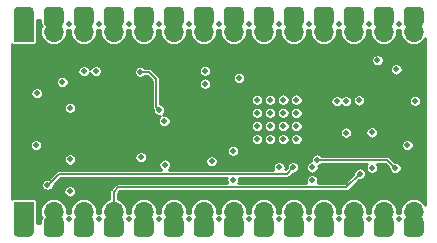
<source format=gbr>
G04 #@! TF.GenerationSoftware,KiCad,Pcbnew,(5.1.0-218-ge90452d)*
G04 #@! TF.CreationDate,2019-04-20T11:49:25-07:00*
G04 #@! TF.ProjectId,lofive,6c6f6669-7665-42e6-9b69-6361645f7063,0*
G04 #@! TF.SameCoordinates,Original*
G04 #@! TF.FileFunction,Copper,L4,Bot*
G04 #@! TF.FilePolarity,Positive*
%FSLAX46Y46*%
G04 Gerber Fmt 4.6, Leading zero omitted, Abs format (unit mm)*
G04 Created by KiCad (PCBNEW (5.1.0-218-ge90452d)) date 2019-04-20 11:49:25*
%MOMM*%
%LPD*%
G04 APERTURE LIST*
%ADD10O,1.700000X1.700000*%
%ADD11R,1.700000X1.700000*%
%ADD12C,0.100000*%
%ADD13C,1.700000*%
%ADD14C,0.850000*%
%ADD15C,0.508000*%
%ADD16C,0.152400*%
%ADD17C,0.254000*%
G04 APERTURE END LIST*
D10*
X135890000Y-110490000D03*
X133350000Y-110490000D03*
X130810000Y-110490000D03*
X128270000Y-110490000D03*
X125730000Y-110490000D03*
X123190000Y-110490000D03*
X120650000Y-110490000D03*
X118110000Y-110490000D03*
X115570000Y-110490000D03*
X113030000Y-110490000D03*
X110490000Y-110490000D03*
X107950000Y-110490000D03*
X105410000Y-110490000D03*
D11*
X102870000Y-110490000D03*
D12*
G36*
X118576657Y-108372046D02*
G01*
X118617913Y-108378166D01*
X118658371Y-108388300D01*
X118697640Y-108402351D01*
X118735344Y-108420183D01*
X118771117Y-108441625D01*
X118804617Y-108466471D01*
X118835520Y-108494480D01*
X118863529Y-108525383D01*
X118888375Y-108558883D01*
X118909817Y-108594656D01*
X118927649Y-108632360D01*
X118941700Y-108671629D01*
X118951834Y-108712087D01*
X118957954Y-108753343D01*
X118960000Y-108795000D01*
X118960000Y-109645000D01*
X118957954Y-109686657D01*
X118951834Y-109727913D01*
X118941700Y-109768371D01*
X118927649Y-109807640D01*
X118909817Y-109845344D01*
X118888375Y-109881117D01*
X118863529Y-109914617D01*
X118835520Y-109945520D01*
X118804617Y-109973529D01*
X118771117Y-109998375D01*
X118735344Y-110019817D01*
X118697640Y-110037649D01*
X118658371Y-110051700D01*
X118617913Y-110061834D01*
X118576657Y-110067954D01*
X118535000Y-110070000D01*
X117685000Y-110070000D01*
X117643343Y-110067954D01*
X117602087Y-110061834D01*
X117561629Y-110051700D01*
X117522360Y-110037649D01*
X117484656Y-110019817D01*
X117448883Y-109998375D01*
X117415383Y-109973529D01*
X117384480Y-109945520D01*
X117356471Y-109914617D01*
X117331625Y-109881117D01*
X117310183Y-109845344D01*
X117292351Y-109807640D01*
X117278300Y-109768371D01*
X117268166Y-109727913D01*
X117262046Y-109686657D01*
X117260000Y-109645000D01*
X117260000Y-108795000D01*
X117262046Y-108753343D01*
X117268166Y-108712087D01*
X117278300Y-108671629D01*
X117292351Y-108632360D01*
X117310183Y-108594656D01*
X117331625Y-108558883D01*
X117356471Y-108525383D01*
X117384480Y-108494480D01*
X117415383Y-108466471D01*
X117448883Y-108441625D01*
X117484656Y-108420183D01*
X117522360Y-108402351D01*
X117561629Y-108388300D01*
X117602087Y-108378166D01*
X117643343Y-108372046D01*
X117685000Y-108370000D01*
X118535000Y-108370000D01*
X118576657Y-108372046D01*
X118576657Y-108372046D01*
G37*
D13*
X118110000Y-109220000D03*
D12*
G36*
X131276657Y-108372046D02*
G01*
X131317913Y-108378166D01*
X131358371Y-108388300D01*
X131397640Y-108402351D01*
X131435344Y-108420183D01*
X131471117Y-108441625D01*
X131504617Y-108466471D01*
X131535520Y-108494480D01*
X131563529Y-108525383D01*
X131588375Y-108558883D01*
X131609817Y-108594656D01*
X131627649Y-108632360D01*
X131641700Y-108671629D01*
X131651834Y-108712087D01*
X131657954Y-108753343D01*
X131660000Y-108795000D01*
X131660000Y-109645000D01*
X131657954Y-109686657D01*
X131651834Y-109727913D01*
X131641700Y-109768371D01*
X131627649Y-109807640D01*
X131609817Y-109845344D01*
X131588375Y-109881117D01*
X131563529Y-109914617D01*
X131535520Y-109945520D01*
X131504617Y-109973529D01*
X131471117Y-109998375D01*
X131435344Y-110019817D01*
X131397640Y-110037649D01*
X131358371Y-110051700D01*
X131317913Y-110061834D01*
X131276657Y-110067954D01*
X131235000Y-110070000D01*
X130385000Y-110070000D01*
X130343343Y-110067954D01*
X130302087Y-110061834D01*
X130261629Y-110051700D01*
X130222360Y-110037649D01*
X130184656Y-110019817D01*
X130148883Y-109998375D01*
X130115383Y-109973529D01*
X130084480Y-109945520D01*
X130056471Y-109914617D01*
X130031625Y-109881117D01*
X130010183Y-109845344D01*
X129992351Y-109807640D01*
X129978300Y-109768371D01*
X129968166Y-109727913D01*
X129962046Y-109686657D01*
X129960000Y-109645000D01*
X129960000Y-108795000D01*
X129962046Y-108753343D01*
X129968166Y-108712087D01*
X129978300Y-108671629D01*
X129992351Y-108632360D01*
X130010183Y-108594656D01*
X130031625Y-108558883D01*
X130056471Y-108525383D01*
X130084480Y-108494480D01*
X130115383Y-108466471D01*
X130148883Y-108441625D01*
X130184656Y-108420183D01*
X130222360Y-108402351D01*
X130261629Y-108388300D01*
X130302087Y-108378166D01*
X130343343Y-108372046D01*
X130385000Y-108370000D01*
X131235000Y-108370000D01*
X131276657Y-108372046D01*
X131276657Y-108372046D01*
G37*
D13*
X130810000Y-109220000D03*
D12*
G36*
X116036657Y-108372046D02*
G01*
X116077913Y-108378166D01*
X116118371Y-108388300D01*
X116157640Y-108402351D01*
X116195344Y-108420183D01*
X116231117Y-108441625D01*
X116264617Y-108466471D01*
X116295520Y-108494480D01*
X116323529Y-108525383D01*
X116348375Y-108558883D01*
X116369817Y-108594656D01*
X116387649Y-108632360D01*
X116401700Y-108671629D01*
X116411834Y-108712087D01*
X116417954Y-108753343D01*
X116420000Y-108795000D01*
X116420000Y-109645000D01*
X116417954Y-109686657D01*
X116411834Y-109727913D01*
X116401700Y-109768371D01*
X116387649Y-109807640D01*
X116369817Y-109845344D01*
X116348375Y-109881117D01*
X116323529Y-109914617D01*
X116295520Y-109945520D01*
X116264617Y-109973529D01*
X116231117Y-109998375D01*
X116195344Y-110019817D01*
X116157640Y-110037649D01*
X116118371Y-110051700D01*
X116077913Y-110061834D01*
X116036657Y-110067954D01*
X115995000Y-110070000D01*
X115145000Y-110070000D01*
X115103343Y-110067954D01*
X115062087Y-110061834D01*
X115021629Y-110051700D01*
X114982360Y-110037649D01*
X114944656Y-110019817D01*
X114908883Y-109998375D01*
X114875383Y-109973529D01*
X114844480Y-109945520D01*
X114816471Y-109914617D01*
X114791625Y-109881117D01*
X114770183Y-109845344D01*
X114752351Y-109807640D01*
X114738300Y-109768371D01*
X114728166Y-109727913D01*
X114722046Y-109686657D01*
X114720000Y-109645000D01*
X114720000Y-108795000D01*
X114722046Y-108753343D01*
X114728166Y-108712087D01*
X114738300Y-108671629D01*
X114752351Y-108632360D01*
X114770183Y-108594656D01*
X114791625Y-108558883D01*
X114816471Y-108525383D01*
X114844480Y-108494480D01*
X114875383Y-108466471D01*
X114908883Y-108441625D01*
X114944656Y-108420183D01*
X114982360Y-108402351D01*
X115021629Y-108388300D01*
X115062087Y-108378166D01*
X115103343Y-108372046D01*
X115145000Y-108370000D01*
X115995000Y-108370000D01*
X116036657Y-108372046D01*
X116036657Y-108372046D01*
G37*
D13*
X115570000Y-109220000D03*
D12*
G36*
X103336657Y-108372046D02*
G01*
X103377913Y-108378166D01*
X103418371Y-108388300D01*
X103457640Y-108402351D01*
X103495344Y-108420183D01*
X103531117Y-108441625D01*
X103564617Y-108466471D01*
X103595520Y-108494480D01*
X103623529Y-108525383D01*
X103648375Y-108558883D01*
X103669817Y-108594656D01*
X103687649Y-108632360D01*
X103701700Y-108671629D01*
X103711834Y-108712087D01*
X103717954Y-108753343D01*
X103720000Y-108795000D01*
X103720000Y-109645000D01*
X103717954Y-109686657D01*
X103711834Y-109727913D01*
X103701700Y-109768371D01*
X103687649Y-109807640D01*
X103669817Y-109845344D01*
X103648375Y-109881117D01*
X103623529Y-109914617D01*
X103595520Y-109945520D01*
X103564617Y-109973529D01*
X103531117Y-109998375D01*
X103495344Y-110019817D01*
X103457640Y-110037649D01*
X103418371Y-110051700D01*
X103377913Y-110061834D01*
X103336657Y-110067954D01*
X103295000Y-110070000D01*
X102445000Y-110070000D01*
X102403343Y-110067954D01*
X102362087Y-110061834D01*
X102321629Y-110051700D01*
X102282360Y-110037649D01*
X102244656Y-110019817D01*
X102208883Y-109998375D01*
X102175383Y-109973529D01*
X102144480Y-109945520D01*
X102116471Y-109914617D01*
X102091625Y-109881117D01*
X102070183Y-109845344D01*
X102052351Y-109807640D01*
X102038300Y-109768371D01*
X102028166Y-109727913D01*
X102022046Y-109686657D01*
X102020000Y-109645000D01*
X102020000Y-108795000D01*
X102022046Y-108753343D01*
X102028166Y-108712087D01*
X102038300Y-108671629D01*
X102052351Y-108632360D01*
X102070183Y-108594656D01*
X102091625Y-108558883D01*
X102116471Y-108525383D01*
X102144480Y-108494480D01*
X102175383Y-108466471D01*
X102208883Y-108441625D01*
X102244656Y-108420183D01*
X102282360Y-108402351D01*
X102321629Y-108388300D01*
X102362087Y-108378166D01*
X102403343Y-108372046D01*
X102445000Y-108370000D01*
X103295000Y-108370000D01*
X103336657Y-108372046D01*
X103336657Y-108372046D01*
G37*
D13*
X102870000Y-109220000D03*
D12*
G36*
X113496657Y-108372046D02*
G01*
X113537913Y-108378166D01*
X113578371Y-108388300D01*
X113617640Y-108402351D01*
X113655344Y-108420183D01*
X113691117Y-108441625D01*
X113724617Y-108466471D01*
X113755520Y-108494480D01*
X113783529Y-108525383D01*
X113808375Y-108558883D01*
X113829817Y-108594656D01*
X113847649Y-108632360D01*
X113861700Y-108671629D01*
X113871834Y-108712087D01*
X113877954Y-108753343D01*
X113880000Y-108795000D01*
X113880000Y-109645000D01*
X113877954Y-109686657D01*
X113871834Y-109727913D01*
X113861700Y-109768371D01*
X113847649Y-109807640D01*
X113829817Y-109845344D01*
X113808375Y-109881117D01*
X113783529Y-109914617D01*
X113755520Y-109945520D01*
X113724617Y-109973529D01*
X113691117Y-109998375D01*
X113655344Y-110019817D01*
X113617640Y-110037649D01*
X113578371Y-110051700D01*
X113537913Y-110061834D01*
X113496657Y-110067954D01*
X113455000Y-110070000D01*
X112605000Y-110070000D01*
X112563343Y-110067954D01*
X112522087Y-110061834D01*
X112481629Y-110051700D01*
X112442360Y-110037649D01*
X112404656Y-110019817D01*
X112368883Y-109998375D01*
X112335383Y-109973529D01*
X112304480Y-109945520D01*
X112276471Y-109914617D01*
X112251625Y-109881117D01*
X112230183Y-109845344D01*
X112212351Y-109807640D01*
X112198300Y-109768371D01*
X112188166Y-109727913D01*
X112182046Y-109686657D01*
X112180000Y-109645000D01*
X112180000Y-108795000D01*
X112182046Y-108753343D01*
X112188166Y-108712087D01*
X112198300Y-108671629D01*
X112212351Y-108632360D01*
X112230183Y-108594656D01*
X112251625Y-108558883D01*
X112276471Y-108525383D01*
X112304480Y-108494480D01*
X112335383Y-108466471D01*
X112368883Y-108441625D01*
X112404656Y-108420183D01*
X112442360Y-108402351D01*
X112481629Y-108388300D01*
X112522087Y-108378166D01*
X112563343Y-108372046D01*
X112605000Y-108370000D01*
X113455000Y-108370000D01*
X113496657Y-108372046D01*
X113496657Y-108372046D01*
G37*
D13*
X113030000Y-109220000D03*
D12*
G36*
X123656657Y-108372046D02*
G01*
X123697913Y-108378166D01*
X123738371Y-108388300D01*
X123777640Y-108402351D01*
X123815344Y-108420183D01*
X123851117Y-108441625D01*
X123884617Y-108466471D01*
X123915520Y-108494480D01*
X123943529Y-108525383D01*
X123968375Y-108558883D01*
X123989817Y-108594656D01*
X124007649Y-108632360D01*
X124021700Y-108671629D01*
X124031834Y-108712087D01*
X124037954Y-108753343D01*
X124040000Y-108795000D01*
X124040000Y-109645000D01*
X124037954Y-109686657D01*
X124031834Y-109727913D01*
X124021700Y-109768371D01*
X124007649Y-109807640D01*
X123989817Y-109845344D01*
X123968375Y-109881117D01*
X123943529Y-109914617D01*
X123915520Y-109945520D01*
X123884617Y-109973529D01*
X123851117Y-109998375D01*
X123815344Y-110019817D01*
X123777640Y-110037649D01*
X123738371Y-110051700D01*
X123697913Y-110061834D01*
X123656657Y-110067954D01*
X123615000Y-110070000D01*
X122765000Y-110070000D01*
X122723343Y-110067954D01*
X122682087Y-110061834D01*
X122641629Y-110051700D01*
X122602360Y-110037649D01*
X122564656Y-110019817D01*
X122528883Y-109998375D01*
X122495383Y-109973529D01*
X122464480Y-109945520D01*
X122436471Y-109914617D01*
X122411625Y-109881117D01*
X122390183Y-109845344D01*
X122372351Y-109807640D01*
X122358300Y-109768371D01*
X122348166Y-109727913D01*
X122342046Y-109686657D01*
X122340000Y-109645000D01*
X122340000Y-108795000D01*
X122342046Y-108753343D01*
X122348166Y-108712087D01*
X122358300Y-108671629D01*
X122372351Y-108632360D01*
X122390183Y-108594656D01*
X122411625Y-108558883D01*
X122436471Y-108525383D01*
X122464480Y-108494480D01*
X122495383Y-108466471D01*
X122528883Y-108441625D01*
X122564656Y-108420183D01*
X122602360Y-108402351D01*
X122641629Y-108388300D01*
X122682087Y-108378166D01*
X122723343Y-108372046D01*
X122765000Y-108370000D01*
X123615000Y-108370000D01*
X123656657Y-108372046D01*
X123656657Y-108372046D01*
G37*
D13*
X123190000Y-109220000D03*
D12*
G36*
X128736657Y-108372046D02*
G01*
X128777913Y-108378166D01*
X128818371Y-108388300D01*
X128857640Y-108402351D01*
X128895344Y-108420183D01*
X128931117Y-108441625D01*
X128964617Y-108466471D01*
X128995520Y-108494480D01*
X129023529Y-108525383D01*
X129048375Y-108558883D01*
X129069817Y-108594656D01*
X129087649Y-108632360D01*
X129101700Y-108671629D01*
X129111834Y-108712087D01*
X129117954Y-108753343D01*
X129120000Y-108795000D01*
X129120000Y-109645000D01*
X129117954Y-109686657D01*
X129111834Y-109727913D01*
X129101700Y-109768371D01*
X129087649Y-109807640D01*
X129069817Y-109845344D01*
X129048375Y-109881117D01*
X129023529Y-109914617D01*
X128995520Y-109945520D01*
X128964617Y-109973529D01*
X128931117Y-109998375D01*
X128895344Y-110019817D01*
X128857640Y-110037649D01*
X128818371Y-110051700D01*
X128777913Y-110061834D01*
X128736657Y-110067954D01*
X128695000Y-110070000D01*
X127845000Y-110070000D01*
X127803343Y-110067954D01*
X127762087Y-110061834D01*
X127721629Y-110051700D01*
X127682360Y-110037649D01*
X127644656Y-110019817D01*
X127608883Y-109998375D01*
X127575383Y-109973529D01*
X127544480Y-109945520D01*
X127516471Y-109914617D01*
X127491625Y-109881117D01*
X127470183Y-109845344D01*
X127452351Y-109807640D01*
X127438300Y-109768371D01*
X127428166Y-109727913D01*
X127422046Y-109686657D01*
X127420000Y-109645000D01*
X127420000Y-108795000D01*
X127422046Y-108753343D01*
X127428166Y-108712087D01*
X127438300Y-108671629D01*
X127452351Y-108632360D01*
X127470183Y-108594656D01*
X127491625Y-108558883D01*
X127516471Y-108525383D01*
X127544480Y-108494480D01*
X127575383Y-108466471D01*
X127608883Y-108441625D01*
X127644656Y-108420183D01*
X127682360Y-108402351D01*
X127721629Y-108388300D01*
X127762087Y-108378166D01*
X127803343Y-108372046D01*
X127845000Y-108370000D01*
X128695000Y-108370000D01*
X128736657Y-108372046D01*
X128736657Y-108372046D01*
G37*
D13*
X128270000Y-109220000D03*
D12*
G36*
X121116657Y-108372046D02*
G01*
X121157913Y-108378166D01*
X121198371Y-108388300D01*
X121237640Y-108402351D01*
X121275344Y-108420183D01*
X121311117Y-108441625D01*
X121344617Y-108466471D01*
X121375520Y-108494480D01*
X121403529Y-108525383D01*
X121428375Y-108558883D01*
X121449817Y-108594656D01*
X121467649Y-108632360D01*
X121481700Y-108671629D01*
X121491834Y-108712087D01*
X121497954Y-108753343D01*
X121500000Y-108795000D01*
X121500000Y-109645000D01*
X121497954Y-109686657D01*
X121491834Y-109727913D01*
X121481700Y-109768371D01*
X121467649Y-109807640D01*
X121449817Y-109845344D01*
X121428375Y-109881117D01*
X121403529Y-109914617D01*
X121375520Y-109945520D01*
X121344617Y-109973529D01*
X121311117Y-109998375D01*
X121275344Y-110019817D01*
X121237640Y-110037649D01*
X121198371Y-110051700D01*
X121157913Y-110061834D01*
X121116657Y-110067954D01*
X121075000Y-110070000D01*
X120225000Y-110070000D01*
X120183343Y-110067954D01*
X120142087Y-110061834D01*
X120101629Y-110051700D01*
X120062360Y-110037649D01*
X120024656Y-110019817D01*
X119988883Y-109998375D01*
X119955383Y-109973529D01*
X119924480Y-109945520D01*
X119896471Y-109914617D01*
X119871625Y-109881117D01*
X119850183Y-109845344D01*
X119832351Y-109807640D01*
X119818300Y-109768371D01*
X119808166Y-109727913D01*
X119802046Y-109686657D01*
X119800000Y-109645000D01*
X119800000Y-108795000D01*
X119802046Y-108753343D01*
X119808166Y-108712087D01*
X119818300Y-108671629D01*
X119832351Y-108632360D01*
X119850183Y-108594656D01*
X119871625Y-108558883D01*
X119896471Y-108525383D01*
X119924480Y-108494480D01*
X119955383Y-108466471D01*
X119988883Y-108441625D01*
X120024656Y-108420183D01*
X120062360Y-108402351D01*
X120101629Y-108388300D01*
X120142087Y-108378166D01*
X120183343Y-108372046D01*
X120225000Y-108370000D01*
X121075000Y-108370000D01*
X121116657Y-108372046D01*
X121116657Y-108372046D01*
G37*
D13*
X120650000Y-109220000D03*
D12*
G36*
X136356657Y-108372046D02*
G01*
X136397913Y-108378166D01*
X136438371Y-108388300D01*
X136477640Y-108402351D01*
X136515344Y-108420183D01*
X136551117Y-108441625D01*
X136584617Y-108466471D01*
X136615520Y-108494480D01*
X136643529Y-108525383D01*
X136668375Y-108558883D01*
X136689817Y-108594656D01*
X136707649Y-108632360D01*
X136721700Y-108671629D01*
X136731834Y-108712087D01*
X136737954Y-108753343D01*
X136740000Y-108795000D01*
X136740000Y-109645000D01*
X136737954Y-109686657D01*
X136731834Y-109727913D01*
X136721700Y-109768371D01*
X136707649Y-109807640D01*
X136689817Y-109845344D01*
X136668375Y-109881117D01*
X136643529Y-109914617D01*
X136615520Y-109945520D01*
X136584617Y-109973529D01*
X136551117Y-109998375D01*
X136515344Y-110019817D01*
X136477640Y-110037649D01*
X136438371Y-110051700D01*
X136397913Y-110061834D01*
X136356657Y-110067954D01*
X136315000Y-110070000D01*
X135465000Y-110070000D01*
X135423343Y-110067954D01*
X135382087Y-110061834D01*
X135341629Y-110051700D01*
X135302360Y-110037649D01*
X135264656Y-110019817D01*
X135228883Y-109998375D01*
X135195383Y-109973529D01*
X135164480Y-109945520D01*
X135136471Y-109914617D01*
X135111625Y-109881117D01*
X135090183Y-109845344D01*
X135072351Y-109807640D01*
X135058300Y-109768371D01*
X135048166Y-109727913D01*
X135042046Y-109686657D01*
X135040000Y-109645000D01*
X135040000Y-108795000D01*
X135042046Y-108753343D01*
X135048166Y-108712087D01*
X135058300Y-108671629D01*
X135072351Y-108632360D01*
X135090183Y-108594656D01*
X135111625Y-108558883D01*
X135136471Y-108525383D01*
X135164480Y-108494480D01*
X135195383Y-108466471D01*
X135228883Y-108441625D01*
X135264656Y-108420183D01*
X135302360Y-108402351D01*
X135341629Y-108388300D01*
X135382087Y-108378166D01*
X135423343Y-108372046D01*
X135465000Y-108370000D01*
X136315000Y-108370000D01*
X136356657Y-108372046D01*
X136356657Y-108372046D01*
G37*
D13*
X135890000Y-109220000D03*
D12*
G36*
X110956657Y-108372046D02*
G01*
X110997913Y-108378166D01*
X111038371Y-108388300D01*
X111077640Y-108402351D01*
X111115344Y-108420183D01*
X111151117Y-108441625D01*
X111184617Y-108466471D01*
X111215520Y-108494480D01*
X111243529Y-108525383D01*
X111268375Y-108558883D01*
X111289817Y-108594656D01*
X111307649Y-108632360D01*
X111321700Y-108671629D01*
X111331834Y-108712087D01*
X111337954Y-108753343D01*
X111340000Y-108795000D01*
X111340000Y-109645000D01*
X111337954Y-109686657D01*
X111331834Y-109727913D01*
X111321700Y-109768371D01*
X111307649Y-109807640D01*
X111289817Y-109845344D01*
X111268375Y-109881117D01*
X111243529Y-109914617D01*
X111215520Y-109945520D01*
X111184617Y-109973529D01*
X111151117Y-109998375D01*
X111115344Y-110019817D01*
X111077640Y-110037649D01*
X111038371Y-110051700D01*
X110997913Y-110061834D01*
X110956657Y-110067954D01*
X110915000Y-110070000D01*
X110065000Y-110070000D01*
X110023343Y-110067954D01*
X109982087Y-110061834D01*
X109941629Y-110051700D01*
X109902360Y-110037649D01*
X109864656Y-110019817D01*
X109828883Y-109998375D01*
X109795383Y-109973529D01*
X109764480Y-109945520D01*
X109736471Y-109914617D01*
X109711625Y-109881117D01*
X109690183Y-109845344D01*
X109672351Y-109807640D01*
X109658300Y-109768371D01*
X109648166Y-109727913D01*
X109642046Y-109686657D01*
X109640000Y-109645000D01*
X109640000Y-108795000D01*
X109642046Y-108753343D01*
X109648166Y-108712087D01*
X109658300Y-108671629D01*
X109672351Y-108632360D01*
X109690183Y-108594656D01*
X109711625Y-108558883D01*
X109736471Y-108525383D01*
X109764480Y-108494480D01*
X109795383Y-108466471D01*
X109828883Y-108441625D01*
X109864656Y-108420183D01*
X109902360Y-108402351D01*
X109941629Y-108388300D01*
X109982087Y-108378166D01*
X110023343Y-108372046D01*
X110065000Y-108370000D01*
X110915000Y-108370000D01*
X110956657Y-108372046D01*
X110956657Y-108372046D01*
G37*
D13*
X110490000Y-109220000D03*
D12*
G36*
X105876657Y-108372046D02*
G01*
X105917913Y-108378166D01*
X105958371Y-108388300D01*
X105997640Y-108402351D01*
X106035344Y-108420183D01*
X106071117Y-108441625D01*
X106104617Y-108466471D01*
X106135520Y-108494480D01*
X106163529Y-108525383D01*
X106188375Y-108558883D01*
X106209817Y-108594656D01*
X106227649Y-108632360D01*
X106241700Y-108671629D01*
X106251834Y-108712087D01*
X106257954Y-108753343D01*
X106260000Y-108795000D01*
X106260000Y-109645000D01*
X106257954Y-109686657D01*
X106251834Y-109727913D01*
X106241700Y-109768371D01*
X106227649Y-109807640D01*
X106209817Y-109845344D01*
X106188375Y-109881117D01*
X106163529Y-109914617D01*
X106135520Y-109945520D01*
X106104617Y-109973529D01*
X106071117Y-109998375D01*
X106035344Y-110019817D01*
X105997640Y-110037649D01*
X105958371Y-110051700D01*
X105917913Y-110061834D01*
X105876657Y-110067954D01*
X105835000Y-110070000D01*
X104985000Y-110070000D01*
X104943343Y-110067954D01*
X104902087Y-110061834D01*
X104861629Y-110051700D01*
X104822360Y-110037649D01*
X104784656Y-110019817D01*
X104748883Y-109998375D01*
X104715383Y-109973529D01*
X104684480Y-109945520D01*
X104656471Y-109914617D01*
X104631625Y-109881117D01*
X104610183Y-109845344D01*
X104592351Y-109807640D01*
X104578300Y-109768371D01*
X104568166Y-109727913D01*
X104562046Y-109686657D01*
X104560000Y-109645000D01*
X104560000Y-108795000D01*
X104562046Y-108753343D01*
X104568166Y-108712087D01*
X104578300Y-108671629D01*
X104592351Y-108632360D01*
X104610183Y-108594656D01*
X104631625Y-108558883D01*
X104656471Y-108525383D01*
X104684480Y-108494480D01*
X104715383Y-108466471D01*
X104748883Y-108441625D01*
X104784656Y-108420183D01*
X104822360Y-108402351D01*
X104861629Y-108388300D01*
X104902087Y-108378166D01*
X104943343Y-108372046D01*
X104985000Y-108370000D01*
X105835000Y-108370000D01*
X105876657Y-108372046D01*
X105876657Y-108372046D01*
G37*
D13*
X105410000Y-109220000D03*
D12*
G36*
X108416657Y-108372046D02*
G01*
X108457913Y-108378166D01*
X108498371Y-108388300D01*
X108537640Y-108402351D01*
X108575344Y-108420183D01*
X108611117Y-108441625D01*
X108644617Y-108466471D01*
X108675520Y-108494480D01*
X108703529Y-108525383D01*
X108728375Y-108558883D01*
X108749817Y-108594656D01*
X108767649Y-108632360D01*
X108781700Y-108671629D01*
X108791834Y-108712087D01*
X108797954Y-108753343D01*
X108800000Y-108795000D01*
X108800000Y-109645000D01*
X108797954Y-109686657D01*
X108791834Y-109727913D01*
X108781700Y-109768371D01*
X108767649Y-109807640D01*
X108749817Y-109845344D01*
X108728375Y-109881117D01*
X108703529Y-109914617D01*
X108675520Y-109945520D01*
X108644617Y-109973529D01*
X108611117Y-109998375D01*
X108575344Y-110019817D01*
X108537640Y-110037649D01*
X108498371Y-110051700D01*
X108457913Y-110061834D01*
X108416657Y-110067954D01*
X108375000Y-110070000D01*
X107525000Y-110070000D01*
X107483343Y-110067954D01*
X107442087Y-110061834D01*
X107401629Y-110051700D01*
X107362360Y-110037649D01*
X107324656Y-110019817D01*
X107288883Y-109998375D01*
X107255383Y-109973529D01*
X107224480Y-109945520D01*
X107196471Y-109914617D01*
X107171625Y-109881117D01*
X107150183Y-109845344D01*
X107132351Y-109807640D01*
X107118300Y-109768371D01*
X107108166Y-109727913D01*
X107102046Y-109686657D01*
X107100000Y-109645000D01*
X107100000Y-108795000D01*
X107102046Y-108753343D01*
X107108166Y-108712087D01*
X107118300Y-108671629D01*
X107132351Y-108632360D01*
X107150183Y-108594656D01*
X107171625Y-108558883D01*
X107196471Y-108525383D01*
X107224480Y-108494480D01*
X107255383Y-108466471D01*
X107288883Y-108441625D01*
X107324656Y-108420183D01*
X107362360Y-108402351D01*
X107401629Y-108388300D01*
X107442087Y-108378166D01*
X107483343Y-108372046D01*
X107525000Y-108370000D01*
X108375000Y-108370000D01*
X108416657Y-108372046D01*
X108416657Y-108372046D01*
G37*
D13*
X107950000Y-109220000D03*
D12*
G36*
X126196657Y-108372046D02*
G01*
X126237913Y-108378166D01*
X126278371Y-108388300D01*
X126317640Y-108402351D01*
X126355344Y-108420183D01*
X126391117Y-108441625D01*
X126424617Y-108466471D01*
X126455520Y-108494480D01*
X126483529Y-108525383D01*
X126508375Y-108558883D01*
X126529817Y-108594656D01*
X126547649Y-108632360D01*
X126561700Y-108671629D01*
X126571834Y-108712087D01*
X126577954Y-108753343D01*
X126580000Y-108795000D01*
X126580000Y-109645000D01*
X126577954Y-109686657D01*
X126571834Y-109727913D01*
X126561700Y-109768371D01*
X126547649Y-109807640D01*
X126529817Y-109845344D01*
X126508375Y-109881117D01*
X126483529Y-109914617D01*
X126455520Y-109945520D01*
X126424617Y-109973529D01*
X126391117Y-109998375D01*
X126355344Y-110019817D01*
X126317640Y-110037649D01*
X126278371Y-110051700D01*
X126237913Y-110061834D01*
X126196657Y-110067954D01*
X126155000Y-110070000D01*
X125305000Y-110070000D01*
X125263343Y-110067954D01*
X125222087Y-110061834D01*
X125181629Y-110051700D01*
X125142360Y-110037649D01*
X125104656Y-110019817D01*
X125068883Y-109998375D01*
X125035383Y-109973529D01*
X125004480Y-109945520D01*
X124976471Y-109914617D01*
X124951625Y-109881117D01*
X124930183Y-109845344D01*
X124912351Y-109807640D01*
X124898300Y-109768371D01*
X124888166Y-109727913D01*
X124882046Y-109686657D01*
X124880000Y-109645000D01*
X124880000Y-108795000D01*
X124882046Y-108753343D01*
X124888166Y-108712087D01*
X124898300Y-108671629D01*
X124912351Y-108632360D01*
X124930183Y-108594656D01*
X124951625Y-108558883D01*
X124976471Y-108525383D01*
X125004480Y-108494480D01*
X125035383Y-108466471D01*
X125068883Y-108441625D01*
X125104656Y-108420183D01*
X125142360Y-108402351D01*
X125181629Y-108388300D01*
X125222087Y-108378166D01*
X125263343Y-108372046D01*
X125305000Y-108370000D01*
X126155000Y-108370000D01*
X126196657Y-108372046D01*
X126196657Y-108372046D01*
G37*
D13*
X125730000Y-109220000D03*
D12*
G36*
X133816657Y-108372046D02*
G01*
X133857913Y-108378166D01*
X133898371Y-108388300D01*
X133937640Y-108402351D01*
X133975344Y-108420183D01*
X134011117Y-108441625D01*
X134044617Y-108466471D01*
X134075520Y-108494480D01*
X134103529Y-108525383D01*
X134128375Y-108558883D01*
X134149817Y-108594656D01*
X134167649Y-108632360D01*
X134181700Y-108671629D01*
X134191834Y-108712087D01*
X134197954Y-108753343D01*
X134200000Y-108795000D01*
X134200000Y-109645000D01*
X134197954Y-109686657D01*
X134191834Y-109727913D01*
X134181700Y-109768371D01*
X134167649Y-109807640D01*
X134149817Y-109845344D01*
X134128375Y-109881117D01*
X134103529Y-109914617D01*
X134075520Y-109945520D01*
X134044617Y-109973529D01*
X134011117Y-109998375D01*
X133975344Y-110019817D01*
X133937640Y-110037649D01*
X133898371Y-110051700D01*
X133857913Y-110061834D01*
X133816657Y-110067954D01*
X133775000Y-110070000D01*
X132925000Y-110070000D01*
X132883343Y-110067954D01*
X132842087Y-110061834D01*
X132801629Y-110051700D01*
X132762360Y-110037649D01*
X132724656Y-110019817D01*
X132688883Y-109998375D01*
X132655383Y-109973529D01*
X132624480Y-109945520D01*
X132596471Y-109914617D01*
X132571625Y-109881117D01*
X132550183Y-109845344D01*
X132532351Y-109807640D01*
X132518300Y-109768371D01*
X132508166Y-109727913D01*
X132502046Y-109686657D01*
X132500000Y-109645000D01*
X132500000Y-108795000D01*
X132502046Y-108753343D01*
X132508166Y-108712087D01*
X132518300Y-108671629D01*
X132532351Y-108632360D01*
X132550183Y-108594656D01*
X132571625Y-108558883D01*
X132596471Y-108525383D01*
X132624480Y-108494480D01*
X132655383Y-108466471D01*
X132688883Y-108441625D01*
X132724656Y-108420183D01*
X132762360Y-108402351D01*
X132801629Y-108388300D01*
X132842087Y-108378166D01*
X132883343Y-108372046D01*
X132925000Y-108370000D01*
X133775000Y-108370000D01*
X133816657Y-108372046D01*
X133816657Y-108372046D01*
G37*
D13*
X133350000Y-109220000D03*
D10*
X135890000Y-125730000D03*
X133350000Y-125730000D03*
X130810000Y-125730000D03*
X128270000Y-125730000D03*
X125730000Y-125730000D03*
X123190000Y-125730000D03*
X120650000Y-125730000D03*
X118110000Y-125730000D03*
X115570000Y-125730000D03*
X113030000Y-125730000D03*
X110490000Y-125730000D03*
X107950000Y-125730000D03*
X105410000Y-125730000D03*
D11*
X102870000Y-125730000D03*
D12*
G36*
X118576657Y-126152046D02*
G01*
X118617913Y-126158166D01*
X118658371Y-126168300D01*
X118697640Y-126182351D01*
X118735344Y-126200183D01*
X118771117Y-126221625D01*
X118804617Y-126246471D01*
X118835520Y-126274480D01*
X118863529Y-126305383D01*
X118888375Y-126338883D01*
X118909817Y-126374656D01*
X118927649Y-126412360D01*
X118941700Y-126451629D01*
X118951834Y-126492087D01*
X118957954Y-126533343D01*
X118960000Y-126575000D01*
X118960000Y-127425000D01*
X118957954Y-127466657D01*
X118951834Y-127507913D01*
X118941700Y-127548371D01*
X118927649Y-127587640D01*
X118909817Y-127625344D01*
X118888375Y-127661117D01*
X118863529Y-127694617D01*
X118835520Y-127725520D01*
X118804617Y-127753529D01*
X118771117Y-127778375D01*
X118735344Y-127799817D01*
X118697640Y-127817649D01*
X118658371Y-127831700D01*
X118617913Y-127841834D01*
X118576657Y-127847954D01*
X118535000Y-127850000D01*
X117685000Y-127850000D01*
X117643343Y-127847954D01*
X117602087Y-127841834D01*
X117561629Y-127831700D01*
X117522360Y-127817649D01*
X117484656Y-127799817D01*
X117448883Y-127778375D01*
X117415383Y-127753529D01*
X117384480Y-127725520D01*
X117356471Y-127694617D01*
X117331625Y-127661117D01*
X117310183Y-127625344D01*
X117292351Y-127587640D01*
X117278300Y-127548371D01*
X117268166Y-127507913D01*
X117262046Y-127466657D01*
X117260000Y-127425000D01*
X117260000Y-126575000D01*
X117262046Y-126533343D01*
X117268166Y-126492087D01*
X117278300Y-126451629D01*
X117292351Y-126412360D01*
X117310183Y-126374656D01*
X117331625Y-126338883D01*
X117356471Y-126305383D01*
X117384480Y-126274480D01*
X117415383Y-126246471D01*
X117448883Y-126221625D01*
X117484656Y-126200183D01*
X117522360Y-126182351D01*
X117561629Y-126168300D01*
X117602087Y-126158166D01*
X117643343Y-126152046D01*
X117685000Y-126150000D01*
X118535000Y-126150000D01*
X118576657Y-126152046D01*
X118576657Y-126152046D01*
G37*
D13*
X118110000Y-127000000D03*
D12*
G36*
X131276657Y-126152046D02*
G01*
X131317913Y-126158166D01*
X131358371Y-126168300D01*
X131397640Y-126182351D01*
X131435344Y-126200183D01*
X131471117Y-126221625D01*
X131504617Y-126246471D01*
X131535520Y-126274480D01*
X131563529Y-126305383D01*
X131588375Y-126338883D01*
X131609817Y-126374656D01*
X131627649Y-126412360D01*
X131641700Y-126451629D01*
X131651834Y-126492087D01*
X131657954Y-126533343D01*
X131660000Y-126575000D01*
X131660000Y-127425000D01*
X131657954Y-127466657D01*
X131651834Y-127507913D01*
X131641700Y-127548371D01*
X131627649Y-127587640D01*
X131609817Y-127625344D01*
X131588375Y-127661117D01*
X131563529Y-127694617D01*
X131535520Y-127725520D01*
X131504617Y-127753529D01*
X131471117Y-127778375D01*
X131435344Y-127799817D01*
X131397640Y-127817649D01*
X131358371Y-127831700D01*
X131317913Y-127841834D01*
X131276657Y-127847954D01*
X131235000Y-127850000D01*
X130385000Y-127850000D01*
X130343343Y-127847954D01*
X130302087Y-127841834D01*
X130261629Y-127831700D01*
X130222360Y-127817649D01*
X130184656Y-127799817D01*
X130148883Y-127778375D01*
X130115383Y-127753529D01*
X130084480Y-127725520D01*
X130056471Y-127694617D01*
X130031625Y-127661117D01*
X130010183Y-127625344D01*
X129992351Y-127587640D01*
X129978300Y-127548371D01*
X129968166Y-127507913D01*
X129962046Y-127466657D01*
X129960000Y-127425000D01*
X129960000Y-126575000D01*
X129962046Y-126533343D01*
X129968166Y-126492087D01*
X129978300Y-126451629D01*
X129992351Y-126412360D01*
X130010183Y-126374656D01*
X130031625Y-126338883D01*
X130056471Y-126305383D01*
X130084480Y-126274480D01*
X130115383Y-126246471D01*
X130148883Y-126221625D01*
X130184656Y-126200183D01*
X130222360Y-126182351D01*
X130261629Y-126168300D01*
X130302087Y-126158166D01*
X130343343Y-126152046D01*
X130385000Y-126150000D01*
X131235000Y-126150000D01*
X131276657Y-126152046D01*
X131276657Y-126152046D01*
G37*
D13*
X130810000Y-127000000D03*
D12*
G36*
X116036657Y-126152046D02*
G01*
X116077913Y-126158166D01*
X116118371Y-126168300D01*
X116157640Y-126182351D01*
X116195344Y-126200183D01*
X116231117Y-126221625D01*
X116264617Y-126246471D01*
X116295520Y-126274480D01*
X116323529Y-126305383D01*
X116348375Y-126338883D01*
X116369817Y-126374656D01*
X116387649Y-126412360D01*
X116401700Y-126451629D01*
X116411834Y-126492087D01*
X116417954Y-126533343D01*
X116420000Y-126575000D01*
X116420000Y-127425000D01*
X116417954Y-127466657D01*
X116411834Y-127507913D01*
X116401700Y-127548371D01*
X116387649Y-127587640D01*
X116369817Y-127625344D01*
X116348375Y-127661117D01*
X116323529Y-127694617D01*
X116295520Y-127725520D01*
X116264617Y-127753529D01*
X116231117Y-127778375D01*
X116195344Y-127799817D01*
X116157640Y-127817649D01*
X116118371Y-127831700D01*
X116077913Y-127841834D01*
X116036657Y-127847954D01*
X115995000Y-127850000D01*
X115145000Y-127850000D01*
X115103343Y-127847954D01*
X115062087Y-127841834D01*
X115021629Y-127831700D01*
X114982360Y-127817649D01*
X114944656Y-127799817D01*
X114908883Y-127778375D01*
X114875383Y-127753529D01*
X114844480Y-127725520D01*
X114816471Y-127694617D01*
X114791625Y-127661117D01*
X114770183Y-127625344D01*
X114752351Y-127587640D01*
X114738300Y-127548371D01*
X114728166Y-127507913D01*
X114722046Y-127466657D01*
X114720000Y-127425000D01*
X114720000Y-126575000D01*
X114722046Y-126533343D01*
X114728166Y-126492087D01*
X114738300Y-126451629D01*
X114752351Y-126412360D01*
X114770183Y-126374656D01*
X114791625Y-126338883D01*
X114816471Y-126305383D01*
X114844480Y-126274480D01*
X114875383Y-126246471D01*
X114908883Y-126221625D01*
X114944656Y-126200183D01*
X114982360Y-126182351D01*
X115021629Y-126168300D01*
X115062087Y-126158166D01*
X115103343Y-126152046D01*
X115145000Y-126150000D01*
X115995000Y-126150000D01*
X116036657Y-126152046D01*
X116036657Y-126152046D01*
G37*
D13*
X115570000Y-127000000D03*
D12*
G36*
X103336657Y-126152046D02*
G01*
X103377913Y-126158166D01*
X103418371Y-126168300D01*
X103457640Y-126182351D01*
X103495344Y-126200183D01*
X103531117Y-126221625D01*
X103564617Y-126246471D01*
X103595520Y-126274480D01*
X103623529Y-126305383D01*
X103648375Y-126338883D01*
X103669817Y-126374656D01*
X103687649Y-126412360D01*
X103701700Y-126451629D01*
X103711834Y-126492087D01*
X103717954Y-126533343D01*
X103720000Y-126575000D01*
X103720000Y-127425000D01*
X103717954Y-127466657D01*
X103711834Y-127507913D01*
X103701700Y-127548371D01*
X103687649Y-127587640D01*
X103669817Y-127625344D01*
X103648375Y-127661117D01*
X103623529Y-127694617D01*
X103595520Y-127725520D01*
X103564617Y-127753529D01*
X103531117Y-127778375D01*
X103495344Y-127799817D01*
X103457640Y-127817649D01*
X103418371Y-127831700D01*
X103377913Y-127841834D01*
X103336657Y-127847954D01*
X103295000Y-127850000D01*
X102445000Y-127850000D01*
X102403343Y-127847954D01*
X102362087Y-127841834D01*
X102321629Y-127831700D01*
X102282360Y-127817649D01*
X102244656Y-127799817D01*
X102208883Y-127778375D01*
X102175383Y-127753529D01*
X102144480Y-127725520D01*
X102116471Y-127694617D01*
X102091625Y-127661117D01*
X102070183Y-127625344D01*
X102052351Y-127587640D01*
X102038300Y-127548371D01*
X102028166Y-127507913D01*
X102022046Y-127466657D01*
X102020000Y-127425000D01*
X102020000Y-126575000D01*
X102022046Y-126533343D01*
X102028166Y-126492087D01*
X102038300Y-126451629D01*
X102052351Y-126412360D01*
X102070183Y-126374656D01*
X102091625Y-126338883D01*
X102116471Y-126305383D01*
X102144480Y-126274480D01*
X102175383Y-126246471D01*
X102208883Y-126221625D01*
X102244656Y-126200183D01*
X102282360Y-126182351D01*
X102321629Y-126168300D01*
X102362087Y-126158166D01*
X102403343Y-126152046D01*
X102445000Y-126150000D01*
X103295000Y-126150000D01*
X103336657Y-126152046D01*
X103336657Y-126152046D01*
G37*
D13*
X102870000Y-127000000D03*
D12*
G36*
X113496657Y-126152046D02*
G01*
X113537913Y-126158166D01*
X113578371Y-126168300D01*
X113617640Y-126182351D01*
X113655344Y-126200183D01*
X113691117Y-126221625D01*
X113724617Y-126246471D01*
X113755520Y-126274480D01*
X113783529Y-126305383D01*
X113808375Y-126338883D01*
X113829817Y-126374656D01*
X113847649Y-126412360D01*
X113861700Y-126451629D01*
X113871834Y-126492087D01*
X113877954Y-126533343D01*
X113880000Y-126575000D01*
X113880000Y-127425000D01*
X113877954Y-127466657D01*
X113871834Y-127507913D01*
X113861700Y-127548371D01*
X113847649Y-127587640D01*
X113829817Y-127625344D01*
X113808375Y-127661117D01*
X113783529Y-127694617D01*
X113755520Y-127725520D01*
X113724617Y-127753529D01*
X113691117Y-127778375D01*
X113655344Y-127799817D01*
X113617640Y-127817649D01*
X113578371Y-127831700D01*
X113537913Y-127841834D01*
X113496657Y-127847954D01*
X113455000Y-127850000D01*
X112605000Y-127850000D01*
X112563343Y-127847954D01*
X112522087Y-127841834D01*
X112481629Y-127831700D01*
X112442360Y-127817649D01*
X112404656Y-127799817D01*
X112368883Y-127778375D01*
X112335383Y-127753529D01*
X112304480Y-127725520D01*
X112276471Y-127694617D01*
X112251625Y-127661117D01*
X112230183Y-127625344D01*
X112212351Y-127587640D01*
X112198300Y-127548371D01*
X112188166Y-127507913D01*
X112182046Y-127466657D01*
X112180000Y-127425000D01*
X112180000Y-126575000D01*
X112182046Y-126533343D01*
X112188166Y-126492087D01*
X112198300Y-126451629D01*
X112212351Y-126412360D01*
X112230183Y-126374656D01*
X112251625Y-126338883D01*
X112276471Y-126305383D01*
X112304480Y-126274480D01*
X112335383Y-126246471D01*
X112368883Y-126221625D01*
X112404656Y-126200183D01*
X112442360Y-126182351D01*
X112481629Y-126168300D01*
X112522087Y-126158166D01*
X112563343Y-126152046D01*
X112605000Y-126150000D01*
X113455000Y-126150000D01*
X113496657Y-126152046D01*
X113496657Y-126152046D01*
G37*
D13*
X113030000Y-127000000D03*
D14*
X123190000Y-127000000D03*
D12*
G36*
X123656657Y-126152046D02*
G01*
X123697913Y-126158166D01*
X123738371Y-126168300D01*
X123777640Y-126182351D01*
X123815344Y-126200183D01*
X123851117Y-126221625D01*
X123884617Y-126246471D01*
X123915520Y-126274480D01*
X123943529Y-126305383D01*
X123968375Y-126338883D01*
X123989817Y-126374656D01*
X124007649Y-126412360D01*
X124021700Y-126451629D01*
X124031834Y-126492087D01*
X124037954Y-126533343D01*
X124040000Y-126575000D01*
X124040000Y-127425000D01*
X124037954Y-127466657D01*
X124031834Y-127507913D01*
X124021700Y-127548371D01*
X124007649Y-127587640D01*
X123989817Y-127625344D01*
X123968375Y-127661117D01*
X123943529Y-127694617D01*
X123915520Y-127725520D01*
X123884617Y-127753529D01*
X123851117Y-127778375D01*
X123815344Y-127799817D01*
X123777640Y-127817649D01*
X123738371Y-127831700D01*
X123697913Y-127841834D01*
X123656657Y-127847954D01*
X123615000Y-127850000D01*
X122765000Y-127850000D01*
X122723343Y-127847954D01*
X122682087Y-127841834D01*
X122641629Y-127831700D01*
X122602360Y-127817649D01*
X122564656Y-127799817D01*
X122528883Y-127778375D01*
X122495383Y-127753529D01*
X122464480Y-127725520D01*
X122436471Y-127694617D01*
X122411625Y-127661117D01*
X122390183Y-127625344D01*
X122372351Y-127587640D01*
X122358300Y-127548371D01*
X122348166Y-127507913D01*
X122342046Y-127466657D01*
X122340000Y-127425000D01*
X122340000Y-126575000D01*
X122342046Y-126533343D01*
X122348166Y-126492087D01*
X122358300Y-126451629D01*
X122372351Y-126412360D01*
X122390183Y-126374656D01*
X122411625Y-126338883D01*
X122436471Y-126305383D01*
X122464480Y-126274480D01*
X122495383Y-126246471D01*
X122528883Y-126221625D01*
X122564656Y-126200183D01*
X122602360Y-126182351D01*
X122641629Y-126168300D01*
X122682087Y-126158166D01*
X122723343Y-126152046D01*
X122765000Y-126150000D01*
X123615000Y-126150000D01*
X123656657Y-126152046D01*
X123656657Y-126152046D01*
G37*
G36*
X128736657Y-126152046D02*
G01*
X128777913Y-126158166D01*
X128818371Y-126168300D01*
X128857640Y-126182351D01*
X128895344Y-126200183D01*
X128931117Y-126221625D01*
X128964617Y-126246471D01*
X128995520Y-126274480D01*
X129023529Y-126305383D01*
X129048375Y-126338883D01*
X129069817Y-126374656D01*
X129087649Y-126412360D01*
X129101700Y-126451629D01*
X129111834Y-126492087D01*
X129117954Y-126533343D01*
X129120000Y-126575000D01*
X129120000Y-127425000D01*
X129117954Y-127466657D01*
X129111834Y-127507913D01*
X129101700Y-127548371D01*
X129087649Y-127587640D01*
X129069817Y-127625344D01*
X129048375Y-127661117D01*
X129023529Y-127694617D01*
X128995520Y-127725520D01*
X128964617Y-127753529D01*
X128931117Y-127778375D01*
X128895344Y-127799817D01*
X128857640Y-127817649D01*
X128818371Y-127831700D01*
X128777913Y-127841834D01*
X128736657Y-127847954D01*
X128695000Y-127850000D01*
X127845000Y-127850000D01*
X127803343Y-127847954D01*
X127762087Y-127841834D01*
X127721629Y-127831700D01*
X127682360Y-127817649D01*
X127644656Y-127799817D01*
X127608883Y-127778375D01*
X127575383Y-127753529D01*
X127544480Y-127725520D01*
X127516471Y-127694617D01*
X127491625Y-127661117D01*
X127470183Y-127625344D01*
X127452351Y-127587640D01*
X127438300Y-127548371D01*
X127428166Y-127507913D01*
X127422046Y-127466657D01*
X127420000Y-127425000D01*
X127420000Y-126575000D01*
X127422046Y-126533343D01*
X127428166Y-126492087D01*
X127438300Y-126451629D01*
X127452351Y-126412360D01*
X127470183Y-126374656D01*
X127491625Y-126338883D01*
X127516471Y-126305383D01*
X127544480Y-126274480D01*
X127575383Y-126246471D01*
X127608883Y-126221625D01*
X127644656Y-126200183D01*
X127682360Y-126182351D01*
X127721629Y-126168300D01*
X127762087Y-126158166D01*
X127803343Y-126152046D01*
X127845000Y-126150000D01*
X128695000Y-126150000D01*
X128736657Y-126152046D01*
X128736657Y-126152046D01*
G37*
D13*
X128270000Y-127000000D03*
D12*
G36*
X121116657Y-126152046D02*
G01*
X121157913Y-126158166D01*
X121198371Y-126168300D01*
X121237640Y-126182351D01*
X121275344Y-126200183D01*
X121311117Y-126221625D01*
X121344617Y-126246471D01*
X121375520Y-126274480D01*
X121403529Y-126305383D01*
X121428375Y-126338883D01*
X121449817Y-126374656D01*
X121467649Y-126412360D01*
X121481700Y-126451629D01*
X121491834Y-126492087D01*
X121497954Y-126533343D01*
X121500000Y-126575000D01*
X121500000Y-127425000D01*
X121497954Y-127466657D01*
X121491834Y-127507913D01*
X121481700Y-127548371D01*
X121467649Y-127587640D01*
X121449817Y-127625344D01*
X121428375Y-127661117D01*
X121403529Y-127694617D01*
X121375520Y-127725520D01*
X121344617Y-127753529D01*
X121311117Y-127778375D01*
X121275344Y-127799817D01*
X121237640Y-127817649D01*
X121198371Y-127831700D01*
X121157913Y-127841834D01*
X121116657Y-127847954D01*
X121075000Y-127850000D01*
X120225000Y-127850000D01*
X120183343Y-127847954D01*
X120142087Y-127841834D01*
X120101629Y-127831700D01*
X120062360Y-127817649D01*
X120024656Y-127799817D01*
X119988883Y-127778375D01*
X119955383Y-127753529D01*
X119924480Y-127725520D01*
X119896471Y-127694617D01*
X119871625Y-127661117D01*
X119850183Y-127625344D01*
X119832351Y-127587640D01*
X119818300Y-127548371D01*
X119808166Y-127507913D01*
X119802046Y-127466657D01*
X119800000Y-127425000D01*
X119800000Y-126575000D01*
X119802046Y-126533343D01*
X119808166Y-126492087D01*
X119818300Y-126451629D01*
X119832351Y-126412360D01*
X119850183Y-126374656D01*
X119871625Y-126338883D01*
X119896471Y-126305383D01*
X119924480Y-126274480D01*
X119955383Y-126246471D01*
X119988883Y-126221625D01*
X120024656Y-126200183D01*
X120062360Y-126182351D01*
X120101629Y-126168300D01*
X120142087Y-126158166D01*
X120183343Y-126152046D01*
X120225000Y-126150000D01*
X121075000Y-126150000D01*
X121116657Y-126152046D01*
X121116657Y-126152046D01*
G37*
D13*
X120650000Y-127000000D03*
D12*
G36*
X136356657Y-126152046D02*
G01*
X136397913Y-126158166D01*
X136438371Y-126168300D01*
X136477640Y-126182351D01*
X136515344Y-126200183D01*
X136551117Y-126221625D01*
X136584617Y-126246471D01*
X136615520Y-126274480D01*
X136643529Y-126305383D01*
X136668375Y-126338883D01*
X136689817Y-126374656D01*
X136707649Y-126412360D01*
X136721700Y-126451629D01*
X136731834Y-126492087D01*
X136737954Y-126533343D01*
X136740000Y-126575000D01*
X136740000Y-127425000D01*
X136737954Y-127466657D01*
X136731834Y-127507913D01*
X136721700Y-127548371D01*
X136707649Y-127587640D01*
X136689817Y-127625344D01*
X136668375Y-127661117D01*
X136643529Y-127694617D01*
X136615520Y-127725520D01*
X136584617Y-127753529D01*
X136551117Y-127778375D01*
X136515344Y-127799817D01*
X136477640Y-127817649D01*
X136438371Y-127831700D01*
X136397913Y-127841834D01*
X136356657Y-127847954D01*
X136315000Y-127850000D01*
X135465000Y-127850000D01*
X135423343Y-127847954D01*
X135382087Y-127841834D01*
X135341629Y-127831700D01*
X135302360Y-127817649D01*
X135264656Y-127799817D01*
X135228883Y-127778375D01*
X135195383Y-127753529D01*
X135164480Y-127725520D01*
X135136471Y-127694617D01*
X135111625Y-127661117D01*
X135090183Y-127625344D01*
X135072351Y-127587640D01*
X135058300Y-127548371D01*
X135048166Y-127507913D01*
X135042046Y-127466657D01*
X135040000Y-127425000D01*
X135040000Y-126575000D01*
X135042046Y-126533343D01*
X135048166Y-126492087D01*
X135058300Y-126451629D01*
X135072351Y-126412360D01*
X135090183Y-126374656D01*
X135111625Y-126338883D01*
X135136471Y-126305383D01*
X135164480Y-126274480D01*
X135195383Y-126246471D01*
X135228883Y-126221625D01*
X135264656Y-126200183D01*
X135302360Y-126182351D01*
X135341629Y-126168300D01*
X135382087Y-126158166D01*
X135423343Y-126152046D01*
X135465000Y-126150000D01*
X136315000Y-126150000D01*
X136356657Y-126152046D01*
X136356657Y-126152046D01*
G37*
D13*
X135890000Y-127000000D03*
D12*
G36*
X110956657Y-126152046D02*
G01*
X110997913Y-126158166D01*
X111038371Y-126168300D01*
X111077640Y-126182351D01*
X111115344Y-126200183D01*
X111151117Y-126221625D01*
X111184617Y-126246471D01*
X111215520Y-126274480D01*
X111243529Y-126305383D01*
X111268375Y-126338883D01*
X111289817Y-126374656D01*
X111307649Y-126412360D01*
X111321700Y-126451629D01*
X111331834Y-126492087D01*
X111337954Y-126533343D01*
X111340000Y-126575000D01*
X111340000Y-127425000D01*
X111337954Y-127466657D01*
X111331834Y-127507913D01*
X111321700Y-127548371D01*
X111307649Y-127587640D01*
X111289817Y-127625344D01*
X111268375Y-127661117D01*
X111243529Y-127694617D01*
X111215520Y-127725520D01*
X111184617Y-127753529D01*
X111151117Y-127778375D01*
X111115344Y-127799817D01*
X111077640Y-127817649D01*
X111038371Y-127831700D01*
X110997913Y-127841834D01*
X110956657Y-127847954D01*
X110915000Y-127850000D01*
X110065000Y-127850000D01*
X110023343Y-127847954D01*
X109982087Y-127841834D01*
X109941629Y-127831700D01*
X109902360Y-127817649D01*
X109864656Y-127799817D01*
X109828883Y-127778375D01*
X109795383Y-127753529D01*
X109764480Y-127725520D01*
X109736471Y-127694617D01*
X109711625Y-127661117D01*
X109690183Y-127625344D01*
X109672351Y-127587640D01*
X109658300Y-127548371D01*
X109648166Y-127507913D01*
X109642046Y-127466657D01*
X109640000Y-127425000D01*
X109640000Y-126575000D01*
X109642046Y-126533343D01*
X109648166Y-126492087D01*
X109658300Y-126451629D01*
X109672351Y-126412360D01*
X109690183Y-126374656D01*
X109711625Y-126338883D01*
X109736471Y-126305383D01*
X109764480Y-126274480D01*
X109795383Y-126246471D01*
X109828883Y-126221625D01*
X109864656Y-126200183D01*
X109902360Y-126182351D01*
X109941629Y-126168300D01*
X109982087Y-126158166D01*
X110023343Y-126152046D01*
X110065000Y-126150000D01*
X110915000Y-126150000D01*
X110956657Y-126152046D01*
X110956657Y-126152046D01*
G37*
D13*
X110490000Y-127000000D03*
D12*
G36*
X105876657Y-126152046D02*
G01*
X105917913Y-126158166D01*
X105958371Y-126168300D01*
X105997640Y-126182351D01*
X106035344Y-126200183D01*
X106071117Y-126221625D01*
X106104617Y-126246471D01*
X106135520Y-126274480D01*
X106163529Y-126305383D01*
X106188375Y-126338883D01*
X106209817Y-126374656D01*
X106227649Y-126412360D01*
X106241700Y-126451629D01*
X106251834Y-126492087D01*
X106257954Y-126533343D01*
X106260000Y-126575000D01*
X106260000Y-127425000D01*
X106257954Y-127466657D01*
X106251834Y-127507913D01*
X106241700Y-127548371D01*
X106227649Y-127587640D01*
X106209817Y-127625344D01*
X106188375Y-127661117D01*
X106163529Y-127694617D01*
X106135520Y-127725520D01*
X106104617Y-127753529D01*
X106071117Y-127778375D01*
X106035344Y-127799817D01*
X105997640Y-127817649D01*
X105958371Y-127831700D01*
X105917913Y-127841834D01*
X105876657Y-127847954D01*
X105835000Y-127850000D01*
X104985000Y-127850000D01*
X104943343Y-127847954D01*
X104902087Y-127841834D01*
X104861629Y-127831700D01*
X104822360Y-127817649D01*
X104784656Y-127799817D01*
X104748883Y-127778375D01*
X104715383Y-127753529D01*
X104684480Y-127725520D01*
X104656471Y-127694617D01*
X104631625Y-127661117D01*
X104610183Y-127625344D01*
X104592351Y-127587640D01*
X104578300Y-127548371D01*
X104568166Y-127507913D01*
X104562046Y-127466657D01*
X104560000Y-127425000D01*
X104560000Y-126575000D01*
X104562046Y-126533343D01*
X104568166Y-126492087D01*
X104578300Y-126451629D01*
X104592351Y-126412360D01*
X104610183Y-126374656D01*
X104631625Y-126338883D01*
X104656471Y-126305383D01*
X104684480Y-126274480D01*
X104715383Y-126246471D01*
X104748883Y-126221625D01*
X104784656Y-126200183D01*
X104822360Y-126182351D01*
X104861629Y-126168300D01*
X104902087Y-126158166D01*
X104943343Y-126152046D01*
X104985000Y-126150000D01*
X105835000Y-126150000D01*
X105876657Y-126152046D01*
X105876657Y-126152046D01*
G37*
D13*
X105410000Y-127000000D03*
D12*
G36*
X108416657Y-126152046D02*
G01*
X108457913Y-126158166D01*
X108498371Y-126168300D01*
X108537640Y-126182351D01*
X108575344Y-126200183D01*
X108611117Y-126221625D01*
X108644617Y-126246471D01*
X108675520Y-126274480D01*
X108703529Y-126305383D01*
X108728375Y-126338883D01*
X108749817Y-126374656D01*
X108767649Y-126412360D01*
X108781700Y-126451629D01*
X108791834Y-126492087D01*
X108797954Y-126533343D01*
X108800000Y-126575000D01*
X108800000Y-127425000D01*
X108797954Y-127466657D01*
X108791834Y-127507913D01*
X108781700Y-127548371D01*
X108767649Y-127587640D01*
X108749817Y-127625344D01*
X108728375Y-127661117D01*
X108703529Y-127694617D01*
X108675520Y-127725520D01*
X108644617Y-127753529D01*
X108611117Y-127778375D01*
X108575344Y-127799817D01*
X108537640Y-127817649D01*
X108498371Y-127831700D01*
X108457913Y-127841834D01*
X108416657Y-127847954D01*
X108375000Y-127850000D01*
X107525000Y-127850000D01*
X107483343Y-127847954D01*
X107442087Y-127841834D01*
X107401629Y-127831700D01*
X107362360Y-127817649D01*
X107324656Y-127799817D01*
X107288883Y-127778375D01*
X107255383Y-127753529D01*
X107224480Y-127725520D01*
X107196471Y-127694617D01*
X107171625Y-127661117D01*
X107150183Y-127625344D01*
X107132351Y-127587640D01*
X107118300Y-127548371D01*
X107108166Y-127507913D01*
X107102046Y-127466657D01*
X107100000Y-127425000D01*
X107100000Y-126575000D01*
X107102046Y-126533343D01*
X107108166Y-126492087D01*
X107118300Y-126451629D01*
X107132351Y-126412360D01*
X107150183Y-126374656D01*
X107171625Y-126338883D01*
X107196471Y-126305383D01*
X107224480Y-126274480D01*
X107255383Y-126246471D01*
X107288883Y-126221625D01*
X107324656Y-126200183D01*
X107362360Y-126182351D01*
X107401629Y-126168300D01*
X107442087Y-126158166D01*
X107483343Y-126152046D01*
X107525000Y-126150000D01*
X108375000Y-126150000D01*
X108416657Y-126152046D01*
X108416657Y-126152046D01*
G37*
D13*
X107950000Y-127000000D03*
D12*
G36*
X126196657Y-126152046D02*
G01*
X126237913Y-126158166D01*
X126278371Y-126168300D01*
X126317640Y-126182351D01*
X126355344Y-126200183D01*
X126391117Y-126221625D01*
X126424617Y-126246471D01*
X126455520Y-126274480D01*
X126483529Y-126305383D01*
X126508375Y-126338883D01*
X126529817Y-126374656D01*
X126547649Y-126412360D01*
X126561700Y-126451629D01*
X126571834Y-126492087D01*
X126577954Y-126533343D01*
X126580000Y-126575000D01*
X126580000Y-127425000D01*
X126577954Y-127466657D01*
X126571834Y-127507913D01*
X126561700Y-127548371D01*
X126547649Y-127587640D01*
X126529817Y-127625344D01*
X126508375Y-127661117D01*
X126483529Y-127694617D01*
X126455520Y-127725520D01*
X126424617Y-127753529D01*
X126391117Y-127778375D01*
X126355344Y-127799817D01*
X126317640Y-127817649D01*
X126278371Y-127831700D01*
X126237913Y-127841834D01*
X126196657Y-127847954D01*
X126155000Y-127850000D01*
X125305000Y-127850000D01*
X125263343Y-127847954D01*
X125222087Y-127841834D01*
X125181629Y-127831700D01*
X125142360Y-127817649D01*
X125104656Y-127799817D01*
X125068883Y-127778375D01*
X125035383Y-127753529D01*
X125004480Y-127725520D01*
X124976471Y-127694617D01*
X124951625Y-127661117D01*
X124930183Y-127625344D01*
X124912351Y-127587640D01*
X124898300Y-127548371D01*
X124888166Y-127507913D01*
X124882046Y-127466657D01*
X124880000Y-127425000D01*
X124880000Y-126575000D01*
X124882046Y-126533343D01*
X124888166Y-126492087D01*
X124898300Y-126451629D01*
X124912351Y-126412360D01*
X124930183Y-126374656D01*
X124951625Y-126338883D01*
X124976471Y-126305383D01*
X125004480Y-126274480D01*
X125035383Y-126246471D01*
X125068883Y-126221625D01*
X125104656Y-126200183D01*
X125142360Y-126182351D01*
X125181629Y-126168300D01*
X125222087Y-126158166D01*
X125263343Y-126152046D01*
X125305000Y-126150000D01*
X126155000Y-126150000D01*
X126196657Y-126152046D01*
X126196657Y-126152046D01*
G37*
D13*
X125730000Y-127000000D03*
D12*
G36*
X133816657Y-126152046D02*
G01*
X133857913Y-126158166D01*
X133898371Y-126168300D01*
X133937640Y-126182351D01*
X133975344Y-126200183D01*
X134011117Y-126221625D01*
X134044617Y-126246471D01*
X134075520Y-126274480D01*
X134103529Y-126305383D01*
X134128375Y-126338883D01*
X134149817Y-126374656D01*
X134167649Y-126412360D01*
X134181700Y-126451629D01*
X134191834Y-126492087D01*
X134197954Y-126533343D01*
X134200000Y-126575000D01*
X134200000Y-127425000D01*
X134197954Y-127466657D01*
X134191834Y-127507913D01*
X134181700Y-127548371D01*
X134167649Y-127587640D01*
X134149817Y-127625344D01*
X134128375Y-127661117D01*
X134103529Y-127694617D01*
X134075520Y-127725520D01*
X134044617Y-127753529D01*
X134011117Y-127778375D01*
X133975344Y-127799817D01*
X133937640Y-127817649D01*
X133898371Y-127831700D01*
X133857913Y-127841834D01*
X133816657Y-127847954D01*
X133775000Y-127850000D01*
X132925000Y-127850000D01*
X132883343Y-127847954D01*
X132842087Y-127841834D01*
X132801629Y-127831700D01*
X132762360Y-127817649D01*
X132724656Y-127799817D01*
X132688883Y-127778375D01*
X132655383Y-127753529D01*
X132624480Y-127725520D01*
X132596471Y-127694617D01*
X132571625Y-127661117D01*
X132550183Y-127625344D01*
X132532351Y-127587640D01*
X132518300Y-127548371D01*
X132508166Y-127507913D01*
X132502046Y-127466657D01*
X132500000Y-127425000D01*
X132500000Y-126575000D01*
X132502046Y-126533343D01*
X132508166Y-126492087D01*
X132518300Y-126451629D01*
X132532351Y-126412360D01*
X132550183Y-126374656D01*
X132571625Y-126338883D01*
X132596471Y-126305383D01*
X132624480Y-126274480D01*
X132655383Y-126246471D01*
X132688883Y-126221625D01*
X132724656Y-126200183D01*
X132762360Y-126182351D01*
X132801629Y-126168300D01*
X132842087Y-126158166D01*
X132883343Y-126152046D01*
X132925000Y-126150000D01*
X133775000Y-126150000D01*
X133816657Y-126152046D01*
X133816657Y-126152046D01*
G37*
D13*
X133350000Y-127000000D03*
D15*
X121920000Y-126365000D03*
X106680000Y-126365000D03*
X109220000Y-126365000D03*
X111760000Y-126365000D03*
X106680000Y-109855000D03*
X109220000Y-109855000D03*
X111760000Y-109855000D03*
X114300000Y-109855000D03*
X116840000Y-109855000D03*
X119380000Y-109855000D03*
X121920000Y-109855000D03*
X124460000Y-109855000D03*
X127000000Y-109855000D03*
X129540000Y-109855000D03*
X132080000Y-109855000D03*
X134620000Y-109855000D03*
X134620000Y-126365000D03*
X132080000Y-126365000D03*
X129540000Y-126365000D03*
X127000000Y-126365000D03*
X124460000Y-126365000D03*
X119380000Y-126365000D03*
X116840000Y-126365000D03*
X114300000Y-126365000D03*
X114823240Y-121752360D03*
X114782600Y-118054120D03*
X125960000Y-116260000D03*
X124850000Y-116260000D03*
X123740000Y-116270000D03*
X122630000Y-116270000D03*
X122630000Y-117370000D03*
X125960000Y-117380000D03*
X124850000Y-117370000D03*
X123740000Y-117370000D03*
X122620000Y-118490000D03*
X125960000Y-118490000D03*
X124850000Y-118490000D03*
X123740000Y-118490000D03*
X122630000Y-119600000D03*
X123740000Y-119600000D03*
X125970000Y-119600000D03*
X124860000Y-119600000D03*
X103931720Y-120103900D03*
X103969820Y-115722400D03*
X106791760Y-121318020D03*
X106809540Y-116951760D03*
X118216680Y-114909600D03*
X118214140Y-113814860D03*
X112776000Y-121135140D03*
X120566180Y-123032520D03*
X118778020Y-121483120D03*
X132831840Y-112905540D03*
X130164842Y-116380260D03*
X131272280Y-116319300D03*
X132341620Y-119029480D03*
X135369300Y-120116600D03*
X132351780Y-122029220D03*
X130164840Y-119039640D03*
X127302260Y-123085860D03*
X107950000Y-113842800D03*
X120454420Y-117729000D03*
X117599460Y-119100600D03*
X129413000Y-119052340D03*
X120705880Y-113830100D03*
X106126280Y-119131080D03*
X117581680Y-114874040D03*
X136019540Y-116359940D03*
X134416800Y-113687860D03*
X129378507Y-116381327D03*
X106156760Y-114759740D03*
X108960920Y-113845340D03*
X120586500Y-120590680D03*
X124513340Y-121975880D03*
X127307340Y-121986040D03*
X121104660Y-114416840D03*
X106768900Y-124020580D03*
X127701040Y-121343420D03*
X134350000Y-122047000D03*
X131330700Y-122519440D03*
X104891840Y-123459240D03*
X125694440Y-121980960D03*
X114331510Y-117113523D03*
X112758220Y-113903760D03*
D16*
X128060250Y-121343420D02*
X127701040Y-121343420D01*
X134345680Y-122047000D02*
X133642100Y-121343420D01*
X133642100Y-121343420D02*
X128060250Y-121343420D01*
X134350000Y-122047000D02*
X134345680Y-122047000D01*
X131330700Y-122524520D02*
X131330700Y-122519440D01*
X130197860Y-123657360D02*
X131330700Y-122524520D01*
X110873540Y-123657360D02*
X130197860Y-123657360D01*
X110490000Y-124040900D02*
X110873540Y-123657360D01*
X110490000Y-125730000D02*
X110490000Y-124040900D01*
X125150880Y-122524520D02*
X125694440Y-121980960D01*
X105905300Y-122524520D02*
X125150880Y-122524520D01*
X105092500Y-123337320D02*
X105905300Y-122524520D01*
X105092500Y-123350020D02*
X105092500Y-123337320D01*
X112758220Y-113903760D02*
X113482120Y-113903760D01*
X113482120Y-113903760D02*
X114077511Y-114499151D01*
X114077511Y-114499151D02*
X114077511Y-116859524D01*
X114077511Y-116859524D02*
X114331510Y-117113523D01*
D17*
G36*
X104279249Y-109645000D02*
G01*
X104292810Y-109782685D01*
X104332971Y-109915079D01*
X104384830Y-110012100D01*
X104361522Y-110055706D01*
X104296942Y-110268599D01*
X104275136Y-110490000D01*
X104296942Y-110711401D01*
X104361522Y-110924294D01*
X104466395Y-111120497D01*
X104607530Y-111292470D01*
X104779503Y-111433605D01*
X104975706Y-111538478D01*
X105188599Y-111603058D01*
X105354523Y-111619400D01*
X105465477Y-111619400D01*
X105631401Y-111603058D01*
X105844294Y-111538478D01*
X106040497Y-111433605D01*
X106212470Y-111292470D01*
X106353605Y-111120497D01*
X106458478Y-110924294D01*
X106523058Y-110711401D01*
X106544864Y-110490000D01*
X106533007Y-110369611D01*
X106627465Y-110388400D01*
X106732535Y-110388400D01*
X106826993Y-110369611D01*
X106815136Y-110490000D01*
X106836942Y-110711401D01*
X106901522Y-110924294D01*
X107006395Y-111120497D01*
X107147530Y-111292470D01*
X107319503Y-111433605D01*
X107515706Y-111538478D01*
X107728599Y-111603058D01*
X107894523Y-111619400D01*
X108005477Y-111619400D01*
X108171401Y-111603058D01*
X108384294Y-111538478D01*
X108580497Y-111433605D01*
X108752470Y-111292470D01*
X108893605Y-111120497D01*
X108998478Y-110924294D01*
X109063058Y-110711401D01*
X109084864Y-110490000D01*
X109073007Y-110369611D01*
X109167465Y-110388400D01*
X109272535Y-110388400D01*
X109366993Y-110369611D01*
X109355136Y-110490000D01*
X109376942Y-110711401D01*
X109441522Y-110924294D01*
X109546395Y-111120497D01*
X109687530Y-111292470D01*
X109859503Y-111433605D01*
X110055706Y-111538478D01*
X110268599Y-111603058D01*
X110434523Y-111619400D01*
X110545477Y-111619400D01*
X110711401Y-111603058D01*
X110924294Y-111538478D01*
X111120497Y-111433605D01*
X111292470Y-111292470D01*
X111433605Y-111120497D01*
X111538478Y-110924294D01*
X111603058Y-110711401D01*
X111624864Y-110490000D01*
X111613007Y-110369611D01*
X111707465Y-110388400D01*
X111812535Y-110388400D01*
X111906993Y-110369611D01*
X111895136Y-110490000D01*
X111916942Y-110711401D01*
X111981522Y-110924294D01*
X112086395Y-111120497D01*
X112227530Y-111292470D01*
X112399503Y-111433605D01*
X112595706Y-111538478D01*
X112808599Y-111603058D01*
X112974523Y-111619400D01*
X113085477Y-111619400D01*
X113251401Y-111603058D01*
X113464294Y-111538478D01*
X113660497Y-111433605D01*
X113832470Y-111292470D01*
X113973605Y-111120497D01*
X114078478Y-110924294D01*
X114143058Y-110711401D01*
X114164864Y-110490000D01*
X114153007Y-110369611D01*
X114247465Y-110388400D01*
X114352535Y-110388400D01*
X114446993Y-110369611D01*
X114435136Y-110490000D01*
X114456942Y-110711401D01*
X114521522Y-110924294D01*
X114626395Y-111120497D01*
X114767530Y-111292470D01*
X114939503Y-111433605D01*
X115135706Y-111538478D01*
X115348599Y-111603058D01*
X115514523Y-111619400D01*
X115625477Y-111619400D01*
X115791401Y-111603058D01*
X116004294Y-111538478D01*
X116200497Y-111433605D01*
X116372470Y-111292470D01*
X116513605Y-111120497D01*
X116618478Y-110924294D01*
X116683058Y-110711401D01*
X116704864Y-110490000D01*
X116693007Y-110369611D01*
X116787465Y-110388400D01*
X116892535Y-110388400D01*
X116986993Y-110369611D01*
X116975136Y-110490000D01*
X116996942Y-110711401D01*
X117061522Y-110924294D01*
X117166395Y-111120497D01*
X117307530Y-111292470D01*
X117479503Y-111433605D01*
X117675706Y-111538478D01*
X117888599Y-111603058D01*
X118054523Y-111619400D01*
X118165477Y-111619400D01*
X118331401Y-111603058D01*
X118544294Y-111538478D01*
X118740497Y-111433605D01*
X118912470Y-111292470D01*
X119053605Y-111120497D01*
X119158478Y-110924294D01*
X119223058Y-110711401D01*
X119244864Y-110490000D01*
X119233007Y-110369611D01*
X119327465Y-110388400D01*
X119432535Y-110388400D01*
X119526993Y-110369611D01*
X119515136Y-110490000D01*
X119536942Y-110711401D01*
X119601522Y-110924294D01*
X119706395Y-111120497D01*
X119847530Y-111292470D01*
X120019503Y-111433605D01*
X120215706Y-111538478D01*
X120428599Y-111603058D01*
X120594523Y-111619400D01*
X120705477Y-111619400D01*
X120871401Y-111603058D01*
X121084294Y-111538478D01*
X121280497Y-111433605D01*
X121452470Y-111292470D01*
X121593605Y-111120497D01*
X121698478Y-110924294D01*
X121763058Y-110711401D01*
X121784864Y-110490000D01*
X121773007Y-110369611D01*
X121867465Y-110388400D01*
X121972535Y-110388400D01*
X122066993Y-110369611D01*
X122055136Y-110490000D01*
X122076942Y-110711401D01*
X122141522Y-110924294D01*
X122246395Y-111120497D01*
X122387530Y-111292470D01*
X122559503Y-111433605D01*
X122755706Y-111538478D01*
X122968599Y-111603058D01*
X123134523Y-111619400D01*
X123245477Y-111619400D01*
X123411401Y-111603058D01*
X123624294Y-111538478D01*
X123820497Y-111433605D01*
X123992470Y-111292470D01*
X124133605Y-111120497D01*
X124238478Y-110924294D01*
X124303058Y-110711401D01*
X124324864Y-110490000D01*
X124313007Y-110369611D01*
X124407465Y-110388400D01*
X124512535Y-110388400D01*
X124606993Y-110369611D01*
X124595136Y-110490000D01*
X124616942Y-110711401D01*
X124681522Y-110924294D01*
X124786395Y-111120497D01*
X124927530Y-111292470D01*
X125099503Y-111433605D01*
X125295706Y-111538478D01*
X125508599Y-111603058D01*
X125674523Y-111619400D01*
X125785477Y-111619400D01*
X125951401Y-111603058D01*
X126164294Y-111538478D01*
X126360497Y-111433605D01*
X126532470Y-111292470D01*
X126673605Y-111120497D01*
X126778478Y-110924294D01*
X126843058Y-110711401D01*
X126864864Y-110490000D01*
X126853007Y-110369611D01*
X126947465Y-110388400D01*
X127052535Y-110388400D01*
X127146993Y-110369611D01*
X127135136Y-110490000D01*
X127156942Y-110711401D01*
X127221522Y-110924294D01*
X127326395Y-111120497D01*
X127467530Y-111292470D01*
X127639503Y-111433605D01*
X127835706Y-111538478D01*
X128048599Y-111603058D01*
X128214523Y-111619400D01*
X128325477Y-111619400D01*
X128491401Y-111603058D01*
X128704294Y-111538478D01*
X128900497Y-111433605D01*
X129072470Y-111292470D01*
X129213605Y-111120497D01*
X129318478Y-110924294D01*
X129383058Y-110711401D01*
X129404864Y-110490000D01*
X129393007Y-110369611D01*
X129487465Y-110388400D01*
X129592535Y-110388400D01*
X129686993Y-110369611D01*
X129675136Y-110490000D01*
X129696942Y-110711401D01*
X129761522Y-110924294D01*
X129866395Y-111120497D01*
X130007530Y-111292470D01*
X130179503Y-111433605D01*
X130375706Y-111538478D01*
X130588599Y-111603058D01*
X130754523Y-111619400D01*
X130865477Y-111619400D01*
X131031401Y-111603058D01*
X131244294Y-111538478D01*
X131440497Y-111433605D01*
X131612470Y-111292470D01*
X131753605Y-111120497D01*
X131858478Y-110924294D01*
X131923058Y-110711401D01*
X131944864Y-110490000D01*
X131933007Y-110369611D01*
X132027465Y-110388400D01*
X132132535Y-110388400D01*
X132226993Y-110369611D01*
X132215136Y-110490000D01*
X132236942Y-110711401D01*
X132301522Y-110924294D01*
X132406395Y-111120497D01*
X132547530Y-111292470D01*
X132719503Y-111433605D01*
X132915706Y-111538478D01*
X133128599Y-111603058D01*
X133294523Y-111619400D01*
X133405477Y-111619400D01*
X133571401Y-111603058D01*
X133784294Y-111538478D01*
X133980497Y-111433605D01*
X134152470Y-111292470D01*
X134293605Y-111120497D01*
X134398478Y-110924294D01*
X134463058Y-110711401D01*
X134484864Y-110490000D01*
X134473007Y-110369611D01*
X134567465Y-110388400D01*
X134672535Y-110388400D01*
X134766993Y-110369611D01*
X134755136Y-110490000D01*
X134776942Y-110711401D01*
X134841522Y-110924294D01*
X134946395Y-111120497D01*
X135087530Y-111292470D01*
X135259503Y-111433605D01*
X135455706Y-111538478D01*
X135668599Y-111603058D01*
X135834523Y-111619400D01*
X135945477Y-111619400D01*
X136111401Y-111603058D01*
X136324294Y-111538478D01*
X136520497Y-111433605D01*
X136692470Y-111292470D01*
X136833605Y-111120497D01*
X136880601Y-111032574D01*
X136880600Y-125187424D01*
X136833605Y-125099503D01*
X136692470Y-124927530D01*
X136520497Y-124786395D01*
X136324294Y-124681522D01*
X136111401Y-124616942D01*
X135945477Y-124600600D01*
X135834523Y-124600600D01*
X135668599Y-124616942D01*
X135455706Y-124681522D01*
X135259503Y-124786395D01*
X135087530Y-124927530D01*
X134946395Y-125099503D01*
X134841522Y-125295706D01*
X134776942Y-125508599D01*
X134755136Y-125730000D01*
X134766993Y-125850389D01*
X134672535Y-125831600D01*
X134567465Y-125831600D01*
X134473007Y-125850389D01*
X134484864Y-125730000D01*
X134463058Y-125508599D01*
X134398478Y-125295706D01*
X134293605Y-125099503D01*
X134152470Y-124927530D01*
X133980497Y-124786395D01*
X133784294Y-124681522D01*
X133571401Y-124616942D01*
X133405477Y-124600600D01*
X133294523Y-124600600D01*
X133128599Y-124616942D01*
X132915706Y-124681522D01*
X132719503Y-124786395D01*
X132547530Y-124927530D01*
X132406395Y-125099503D01*
X132301522Y-125295706D01*
X132236942Y-125508599D01*
X132215136Y-125730000D01*
X132226993Y-125850389D01*
X132132535Y-125831600D01*
X132027465Y-125831600D01*
X131933007Y-125850389D01*
X131944864Y-125730000D01*
X131923058Y-125508599D01*
X131858478Y-125295706D01*
X131753605Y-125099503D01*
X131612470Y-124927530D01*
X131440497Y-124786395D01*
X131244294Y-124681522D01*
X131031401Y-124616942D01*
X130865477Y-124600600D01*
X130754523Y-124600600D01*
X130588599Y-124616942D01*
X130375706Y-124681522D01*
X130179503Y-124786395D01*
X130007530Y-124927530D01*
X129866395Y-125099503D01*
X129761522Y-125295706D01*
X129696942Y-125508599D01*
X129675136Y-125730000D01*
X129686993Y-125850389D01*
X129592535Y-125831600D01*
X129487465Y-125831600D01*
X129393007Y-125850389D01*
X129404864Y-125730000D01*
X129383058Y-125508599D01*
X129318478Y-125295706D01*
X129213605Y-125099503D01*
X129072470Y-124927530D01*
X128900497Y-124786395D01*
X128704294Y-124681522D01*
X128491401Y-124616942D01*
X128325477Y-124600600D01*
X128214523Y-124600600D01*
X128048599Y-124616942D01*
X127835706Y-124681522D01*
X127639503Y-124786395D01*
X127467530Y-124927530D01*
X127326395Y-125099503D01*
X127221522Y-125295706D01*
X127156942Y-125508599D01*
X127135136Y-125730000D01*
X127146993Y-125850389D01*
X127052535Y-125831600D01*
X126947465Y-125831600D01*
X126853007Y-125850389D01*
X126864864Y-125730000D01*
X126843058Y-125508599D01*
X126778478Y-125295706D01*
X126673605Y-125099503D01*
X126532470Y-124927530D01*
X126360497Y-124786395D01*
X126164294Y-124681522D01*
X125951401Y-124616942D01*
X125785477Y-124600600D01*
X125674523Y-124600600D01*
X125508599Y-124616942D01*
X125295706Y-124681522D01*
X125099503Y-124786395D01*
X124927530Y-124927530D01*
X124786395Y-125099503D01*
X124681522Y-125295706D01*
X124616942Y-125508599D01*
X124595136Y-125730000D01*
X124606993Y-125850389D01*
X124512535Y-125831600D01*
X124407465Y-125831600D01*
X124313007Y-125850389D01*
X124324864Y-125730000D01*
X124303058Y-125508599D01*
X124238478Y-125295706D01*
X124133605Y-125099503D01*
X123992470Y-124927530D01*
X123820497Y-124786395D01*
X123624294Y-124681522D01*
X123411401Y-124616942D01*
X123245477Y-124600600D01*
X123134523Y-124600600D01*
X122968599Y-124616942D01*
X122755706Y-124681522D01*
X122559503Y-124786395D01*
X122387530Y-124927530D01*
X122246395Y-125099503D01*
X122141522Y-125295706D01*
X122076942Y-125508599D01*
X122055136Y-125730000D01*
X122066993Y-125850389D01*
X121972535Y-125831600D01*
X121867465Y-125831600D01*
X121773007Y-125850389D01*
X121784864Y-125730000D01*
X121763058Y-125508599D01*
X121698478Y-125295706D01*
X121593605Y-125099503D01*
X121452470Y-124927530D01*
X121280497Y-124786395D01*
X121084294Y-124681522D01*
X120871401Y-124616942D01*
X120705477Y-124600600D01*
X120594523Y-124600600D01*
X120428599Y-124616942D01*
X120215706Y-124681522D01*
X120019503Y-124786395D01*
X119847530Y-124927530D01*
X119706395Y-125099503D01*
X119601522Y-125295706D01*
X119536942Y-125508599D01*
X119515136Y-125730000D01*
X119526993Y-125850389D01*
X119432535Y-125831600D01*
X119327465Y-125831600D01*
X119233007Y-125850389D01*
X119244864Y-125730000D01*
X119223058Y-125508599D01*
X119158478Y-125295706D01*
X119053605Y-125099503D01*
X118912470Y-124927530D01*
X118740497Y-124786395D01*
X118544294Y-124681522D01*
X118331401Y-124616942D01*
X118165477Y-124600600D01*
X118054523Y-124600600D01*
X117888599Y-124616942D01*
X117675706Y-124681522D01*
X117479503Y-124786395D01*
X117307530Y-124927530D01*
X117166395Y-125099503D01*
X117061522Y-125295706D01*
X116996942Y-125508599D01*
X116975136Y-125730000D01*
X116986993Y-125850389D01*
X116892535Y-125831600D01*
X116787465Y-125831600D01*
X116693007Y-125850389D01*
X116704864Y-125730000D01*
X116683058Y-125508599D01*
X116618478Y-125295706D01*
X116513605Y-125099503D01*
X116372470Y-124927530D01*
X116200497Y-124786395D01*
X116004294Y-124681522D01*
X115791401Y-124616942D01*
X115625477Y-124600600D01*
X115514523Y-124600600D01*
X115348599Y-124616942D01*
X115135706Y-124681522D01*
X114939503Y-124786395D01*
X114767530Y-124927530D01*
X114626395Y-125099503D01*
X114521522Y-125295706D01*
X114456942Y-125508599D01*
X114435136Y-125730000D01*
X114446993Y-125850389D01*
X114352535Y-125831600D01*
X114247465Y-125831600D01*
X114153007Y-125850389D01*
X114164864Y-125730000D01*
X114143058Y-125508599D01*
X114078478Y-125295706D01*
X113973605Y-125099503D01*
X113832470Y-124927530D01*
X113660497Y-124786395D01*
X113464294Y-124681522D01*
X113251401Y-124616942D01*
X113085477Y-124600600D01*
X112974523Y-124600600D01*
X112808599Y-124616942D01*
X112595706Y-124681522D01*
X112399503Y-124786395D01*
X112227530Y-124927530D01*
X112086395Y-125099503D01*
X111981522Y-125295706D01*
X111916942Y-125508599D01*
X111895136Y-125730000D01*
X111906993Y-125850389D01*
X111812535Y-125831600D01*
X111707465Y-125831600D01*
X111613007Y-125850389D01*
X111624864Y-125730000D01*
X111603058Y-125508599D01*
X111538478Y-125295706D01*
X111433605Y-125099503D01*
X111292470Y-124927530D01*
X111120497Y-124786395D01*
X110924294Y-124681522D01*
X110845600Y-124657651D01*
X110845600Y-124188194D01*
X111020834Y-124012960D01*
X130180405Y-124012960D01*
X130197860Y-124014679D01*
X130215315Y-124012960D01*
X130215323Y-124012960D01*
X130267570Y-124007814D01*
X130334600Y-123987481D01*
X130396376Y-123954461D01*
X130450523Y-123910023D01*
X130461659Y-123896454D01*
X131305274Y-123052840D01*
X131383235Y-123052840D01*
X131486287Y-123032342D01*
X131583360Y-122992133D01*
X131670723Y-122933759D01*
X131745019Y-122859463D01*
X131803393Y-122772100D01*
X131843602Y-122675027D01*
X131864100Y-122571975D01*
X131864100Y-122466905D01*
X131843602Y-122363853D01*
X131803393Y-122266780D01*
X131745019Y-122179417D01*
X131670723Y-122105121D01*
X131583360Y-122046747D01*
X131486287Y-122006538D01*
X131383235Y-121986040D01*
X131278165Y-121986040D01*
X131175113Y-122006538D01*
X131078040Y-122046747D01*
X130990677Y-122105121D01*
X130916381Y-122179417D01*
X130858007Y-122266780D01*
X130817798Y-122363853D01*
X130797300Y-122466905D01*
X130797300Y-122555026D01*
X130050567Y-123301760D01*
X127790180Y-123301760D01*
X127815162Y-123241447D01*
X127835660Y-123138395D01*
X127835660Y-123033325D01*
X127815162Y-122930273D01*
X127774953Y-122833200D01*
X127716579Y-122745837D01*
X127642283Y-122671541D01*
X127554920Y-122613167D01*
X127457847Y-122572958D01*
X127354795Y-122552460D01*
X127249725Y-122552460D01*
X127146673Y-122572958D01*
X127049600Y-122613167D01*
X126962237Y-122671541D01*
X126887941Y-122745837D01*
X126829567Y-122833200D01*
X126789358Y-122930273D01*
X126768860Y-123033325D01*
X126768860Y-123138395D01*
X126789358Y-123241447D01*
X126814340Y-123301760D01*
X121027795Y-123301760D01*
X121038873Y-123285180D01*
X121079082Y-123188107D01*
X121099580Y-123085055D01*
X121099580Y-122979985D01*
X121079716Y-122880120D01*
X125133425Y-122880120D01*
X125150880Y-122881839D01*
X125168335Y-122880120D01*
X125168343Y-122880120D01*
X125220590Y-122874974D01*
X125287620Y-122854641D01*
X125349396Y-122821621D01*
X125403543Y-122777183D01*
X125414679Y-122763614D01*
X125663933Y-122514360D01*
X125746975Y-122514360D01*
X125850027Y-122493862D01*
X125947100Y-122453653D01*
X126034463Y-122395279D01*
X126108759Y-122320983D01*
X126167133Y-122233620D01*
X126207342Y-122136547D01*
X126227840Y-122033495D01*
X126227840Y-121933505D01*
X126773940Y-121933505D01*
X126773940Y-122038575D01*
X126794438Y-122141627D01*
X126834647Y-122238700D01*
X126893021Y-122326063D01*
X126967317Y-122400359D01*
X127054680Y-122458733D01*
X127151753Y-122498942D01*
X127254805Y-122519440D01*
X127359875Y-122519440D01*
X127462927Y-122498942D01*
X127560000Y-122458733D01*
X127647363Y-122400359D01*
X127721659Y-122326063D01*
X127780033Y-122238700D01*
X127820242Y-122141627D01*
X127840740Y-122038575D01*
X127840740Y-121933505D01*
X127826577Y-121862299D01*
X127856627Y-121856322D01*
X127953700Y-121816113D01*
X128041063Y-121757739D01*
X128099782Y-121699020D01*
X131930897Y-121699020D01*
X131879087Y-121776560D01*
X131838878Y-121873633D01*
X131818380Y-121976685D01*
X131818380Y-122081755D01*
X131838878Y-122184807D01*
X131879087Y-122281880D01*
X131937461Y-122369243D01*
X132011757Y-122443539D01*
X132099120Y-122501913D01*
X132196193Y-122542122D01*
X132299245Y-122562620D01*
X132404315Y-122562620D01*
X132507367Y-122542122D01*
X132604440Y-122501913D01*
X132691803Y-122443539D01*
X132766099Y-122369243D01*
X132824473Y-122281880D01*
X132864682Y-122184807D01*
X132885180Y-122081755D01*
X132885180Y-121976685D01*
X132864682Y-121873633D01*
X132824473Y-121776560D01*
X132772663Y-121699020D01*
X133494807Y-121699020D01*
X133816600Y-122020814D01*
X133816600Y-122099535D01*
X133837098Y-122202587D01*
X133877307Y-122299660D01*
X133935681Y-122387023D01*
X134009977Y-122461319D01*
X134097340Y-122519693D01*
X134194413Y-122559902D01*
X134297465Y-122580400D01*
X134402535Y-122580400D01*
X134505587Y-122559902D01*
X134602660Y-122519693D01*
X134690023Y-122461319D01*
X134764319Y-122387023D01*
X134822693Y-122299660D01*
X134862902Y-122202587D01*
X134883400Y-122099535D01*
X134883400Y-121994465D01*
X134862902Y-121891413D01*
X134822693Y-121794340D01*
X134764319Y-121706977D01*
X134690023Y-121632681D01*
X134602660Y-121574307D01*
X134505587Y-121534098D01*
X134402535Y-121513600D01*
X134315174Y-121513600D01*
X133905899Y-121104325D01*
X133894763Y-121090757D01*
X133840616Y-121046319D01*
X133778840Y-121013299D01*
X133711810Y-120992966D01*
X133659563Y-120987820D01*
X133659555Y-120987820D01*
X133642100Y-120986101D01*
X133624645Y-120987820D01*
X128099782Y-120987820D01*
X128041063Y-120929101D01*
X127953700Y-120870727D01*
X127856627Y-120830518D01*
X127753575Y-120810020D01*
X127648505Y-120810020D01*
X127545453Y-120830518D01*
X127448380Y-120870727D01*
X127361017Y-120929101D01*
X127286721Y-121003397D01*
X127228347Y-121090760D01*
X127188138Y-121187833D01*
X127167640Y-121290885D01*
X127167640Y-121395955D01*
X127181803Y-121467161D01*
X127151753Y-121473138D01*
X127054680Y-121513347D01*
X126967317Y-121571721D01*
X126893021Y-121646017D01*
X126834647Y-121733380D01*
X126794438Y-121830453D01*
X126773940Y-121933505D01*
X126227840Y-121933505D01*
X126227840Y-121928425D01*
X126207342Y-121825373D01*
X126167133Y-121728300D01*
X126108759Y-121640937D01*
X126034463Y-121566641D01*
X125947100Y-121508267D01*
X125850027Y-121468058D01*
X125746975Y-121447560D01*
X125641905Y-121447560D01*
X125538853Y-121468058D01*
X125441780Y-121508267D01*
X125354417Y-121566641D01*
X125280121Y-121640937D01*
X125221747Y-121728300D01*
X125181538Y-121825373D01*
X125161040Y-121928425D01*
X125161040Y-122011467D01*
X125015778Y-122156728D01*
X125026242Y-122131467D01*
X125046740Y-122028415D01*
X125046740Y-121923345D01*
X125026242Y-121820293D01*
X124986033Y-121723220D01*
X124927659Y-121635857D01*
X124853363Y-121561561D01*
X124766000Y-121503187D01*
X124668927Y-121462978D01*
X124565875Y-121442480D01*
X124460805Y-121442480D01*
X124357753Y-121462978D01*
X124260680Y-121503187D01*
X124173317Y-121561561D01*
X124099021Y-121635857D01*
X124040647Y-121723220D01*
X124000438Y-121820293D01*
X123979940Y-121923345D01*
X123979940Y-122028415D01*
X124000438Y-122131467D01*
X124015952Y-122168920D01*
X115159909Y-122168920D01*
X115163263Y-122166679D01*
X115237559Y-122092383D01*
X115295933Y-122005020D01*
X115336142Y-121907947D01*
X115356640Y-121804895D01*
X115356640Y-121699825D01*
X115336142Y-121596773D01*
X115295933Y-121499700D01*
X115249752Y-121430585D01*
X118244620Y-121430585D01*
X118244620Y-121535655D01*
X118265118Y-121638707D01*
X118305327Y-121735780D01*
X118363701Y-121823143D01*
X118437997Y-121897439D01*
X118525360Y-121955813D01*
X118622433Y-121996022D01*
X118725485Y-122016520D01*
X118830555Y-122016520D01*
X118933607Y-121996022D01*
X119030680Y-121955813D01*
X119118043Y-121897439D01*
X119192339Y-121823143D01*
X119250713Y-121735780D01*
X119290922Y-121638707D01*
X119311420Y-121535655D01*
X119311420Y-121430585D01*
X119290922Y-121327533D01*
X119250713Y-121230460D01*
X119192339Y-121143097D01*
X119118043Y-121068801D01*
X119030680Y-121010427D01*
X118933607Y-120970218D01*
X118830555Y-120949720D01*
X118725485Y-120949720D01*
X118622433Y-120970218D01*
X118525360Y-121010427D01*
X118437997Y-121068801D01*
X118363701Y-121143097D01*
X118305327Y-121230460D01*
X118265118Y-121327533D01*
X118244620Y-121430585D01*
X115249752Y-121430585D01*
X115237559Y-121412337D01*
X115163263Y-121338041D01*
X115075900Y-121279667D01*
X114978827Y-121239458D01*
X114875775Y-121218960D01*
X114770705Y-121218960D01*
X114667653Y-121239458D01*
X114570580Y-121279667D01*
X114483217Y-121338041D01*
X114408921Y-121412337D01*
X114350547Y-121499700D01*
X114310338Y-121596773D01*
X114289840Y-121699825D01*
X114289840Y-121804895D01*
X114310338Y-121907947D01*
X114350547Y-122005020D01*
X114408921Y-122092383D01*
X114483217Y-122166679D01*
X114486571Y-122168920D01*
X105922755Y-122168920D01*
X105905300Y-122167201D01*
X105887845Y-122168920D01*
X105887837Y-122168920D01*
X105835590Y-122174066D01*
X105768560Y-122194399D01*
X105706784Y-122227419D01*
X105652637Y-122271857D01*
X105641506Y-122285420D01*
X104991678Y-122935249D01*
X104944375Y-122925840D01*
X104839305Y-122925840D01*
X104736253Y-122946338D01*
X104639180Y-122986547D01*
X104551817Y-123044921D01*
X104477521Y-123119217D01*
X104419147Y-123206580D01*
X104378938Y-123303653D01*
X104358440Y-123406705D01*
X104358440Y-123511775D01*
X104378938Y-123614827D01*
X104419147Y-123711900D01*
X104477521Y-123799263D01*
X104551817Y-123873559D01*
X104639180Y-123931933D01*
X104736253Y-123972142D01*
X104839305Y-123992640D01*
X104944375Y-123992640D01*
X105047427Y-123972142D01*
X105057318Y-123968045D01*
X106235500Y-123968045D01*
X106235500Y-124073115D01*
X106255998Y-124176167D01*
X106296207Y-124273240D01*
X106354581Y-124360603D01*
X106428877Y-124434899D01*
X106516240Y-124493273D01*
X106613313Y-124533482D01*
X106716365Y-124553980D01*
X106821435Y-124553980D01*
X106924487Y-124533482D01*
X107021560Y-124493273D01*
X107108923Y-124434899D01*
X107183219Y-124360603D01*
X107241593Y-124273240D01*
X107281802Y-124176167D01*
X107302300Y-124073115D01*
X107302300Y-123968045D01*
X107281802Y-123864993D01*
X107241593Y-123767920D01*
X107183219Y-123680557D01*
X107108923Y-123606261D01*
X107021560Y-123547887D01*
X106924487Y-123507678D01*
X106821435Y-123487180D01*
X106716365Y-123487180D01*
X106613313Y-123507678D01*
X106516240Y-123547887D01*
X106428877Y-123606261D01*
X106354581Y-123680557D01*
X106296207Y-123767920D01*
X106255998Y-123864993D01*
X106235500Y-123968045D01*
X105057318Y-123968045D01*
X105144500Y-123931933D01*
X105231863Y-123873559D01*
X105306159Y-123799263D01*
X105364533Y-123711900D01*
X105404742Y-123614827D01*
X105425240Y-123511775D01*
X105425240Y-123507473D01*
X106052594Y-122880120D01*
X120052644Y-122880120D01*
X120032780Y-122979985D01*
X120032780Y-123085055D01*
X120053278Y-123188107D01*
X120093487Y-123285180D01*
X120104565Y-123301760D01*
X110890992Y-123301760D01*
X110873539Y-123300041D01*
X110856086Y-123301760D01*
X110856077Y-123301760D01*
X110803830Y-123306906D01*
X110736800Y-123327239D01*
X110675024Y-123360259D01*
X110675022Y-123360260D01*
X110675023Y-123360260D01*
X110634440Y-123393565D01*
X110634435Y-123393570D01*
X110620877Y-123404697D01*
X110609750Y-123418255D01*
X110250901Y-123777106D01*
X110237338Y-123788237D01*
X110192900Y-123842384D01*
X110185688Y-123855877D01*
X110159880Y-123904159D01*
X110139546Y-123971190D01*
X110132681Y-124040900D01*
X110134401Y-124058365D01*
X110134401Y-124657650D01*
X110055706Y-124681522D01*
X109859503Y-124786395D01*
X109687530Y-124927530D01*
X109546395Y-125099503D01*
X109441522Y-125295706D01*
X109376942Y-125508599D01*
X109355136Y-125730000D01*
X109366993Y-125850389D01*
X109272535Y-125831600D01*
X109167465Y-125831600D01*
X109073007Y-125850389D01*
X109084864Y-125730000D01*
X109063058Y-125508599D01*
X108998478Y-125295706D01*
X108893605Y-125099503D01*
X108752470Y-124927530D01*
X108580497Y-124786395D01*
X108384294Y-124681522D01*
X108171401Y-124616942D01*
X108005477Y-124600600D01*
X107894523Y-124600600D01*
X107728599Y-124616942D01*
X107515706Y-124681522D01*
X107319503Y-124786395D01*
X107147530Y-124927530D01*
X107006395Y-125099503D01*
X106901522Y-125295706D01*
X106836942Y-125508599D01*
X106815136Y-125730000D01*
X106826993Y-125850389D01*
X106732535Y-125831600D01*
X106627465Y-125831600D01*
X106533007Y-125850389D01*
X106544864Y-125730000D01*
X106523058Y-125508599D01*
X106458478Y-125295706D01*
X106353605Y-125099503D01*
X106212470Y-124927530D01*
X106040497Y-124786395D01*
X105844294Y-124681522D01*
X105631401Y-124616942D01*
X105465477Y-124600600D01*
X105354523Y-124600600D01*
X105188599Y-124616942D01*
X104975706Y-124681522D01*
X104779503Y-124786395D01*
X104607530Y-124927530D01*
X104466395Y-125099503D01*
X104361522Y-125295706D01*
X104296942Y-125508599D01*
X104275136Y-125730000D01*
X104296942Y-125951401D01*
X104361522Y-126164294D01*
X104384830Y-126207900D01*
X104332971Y-126304921D01*
X104292810Y-126437315D01*
X104279249Y-126575000D01*
X104279249Y-126720600D01*
X104000751Y-126720600D01*
X104000751Y-124880000D01*
X103995356Y-124825228D01*
X103979380Y-124772561D01*
X103953436Y-124724023D01*
X103918521Y-124681479D01*
X103875977Y-124646564D01*
X103827439Y-124620620D01*
X103774772Y-124604644D01*
X103720000Y-124599249D01*
X102020000Y-124599249D01*
X101965228Y-124604644D01*
X101912561Y-124620620D01*
X101879400Y-124638345D01*
X101879400Y-121265485D01*
X106258360Y-121265485D01*
X106258360Y-121370555D01*
X106278858Y-121473607D01*
X106319067Y-121570680D01*
X106377441Y-121658043D01*
X106451737Y-121732339D01*
X106539100Y-121790713D01*
X106636173Y-121830922D01*
X106739225Y-121851420D01*
X106844295Y-121851420D01*
X106947347Y-121830922D01*
X107044420Y-121790713D01*
X107131783Y-121732339D01*
X107206079Y-121658043D01*
X107264453Y-121570680D01*
X107304662Y-121473607D01*
X107325160Y-121370555D01*
X107325160Y-121265485D01*
X107304662Y-121162433D01*
X107271597Y-121082605D01*
X112242600Y-121082605D01*
X112242600Y-121187675D01*
X112263098Y-121290727D01*
X112303307Y-121387800D01*
X112361681Y-121475163D01*
X112435977Y-121549459D01*
X112523340Y-121607833D01*
X112620413Y-121648042D01*
X112723465Y-121668540D01*
X112828535Y-121668540D01*
X112931587Y-121648042D01*
X113028660Y-121607833D01*
X113116023Y-121549459D01*
X113190319Y-121475163D01*
X113248693Y-121387800D01*
X113288902Y-121290727D01*
X113309400Y-121187675D01*
X113309400Y-121082605D01*
X113288902Y-120979553D01*
X113248693Y-120882480D01*
X113190319Y-120795117D01*
X113116023Y-120720821D01*
X113028660Y-120662447D01*
X112931587Y-120622238D01*
X112828535Y-120601740D01*
X112723465Y-120601740D01*
X112620413Y-120622238D01*
X112523340Y-120662447D01*
X112435977Y-120720821D01*
X112361681Y-120795117D01*
X112303307Y-120882480D01*
X112263098Y-120979553D01*
X112242600Y-121082605D01*
X107271597Y-121082605D01*
X107264453Y-121065360D01*
X107206079Y-120977997D01*
X107131783Y-120903701D01*
X107044420Y-120845327D01*
X106947347Y-120805118D01*
X106844295Y-120784620D01*
X106739225Y-120784620D01*
X106636173Y-120805118D01*
X106539100Y-120845327D01*
X106451737Y-120903701D01*
X106377441Y-120977997D01*
X106319067Y-121065360D01*
X106278858Y-121162433D01*
X106258360Y-121265485D01*
X101879400Y-121265485D01*
X101879400Y-120051365D01*
X103398320Y-120051365D01*
X103398320Y-120156435D01*
X103418818Y-120259487D01*
X103459027Y-120356560D01*
X103517401Y-120443923D01*
X103591697Y-120518219D01*
X103679060Y-120576593D01*
X103776133Y-120616802D01*
X103879185Y-120637300D01*
X103984255Y-120637300D01*
X104087307Y-120616802D01*
X104184380Y-120576593D01*
X104241921Y-120538145D01*
X120053100Y-120538145D01*
X120053100Y-120643215D01*
X120073598Y-120746267D01*
X120113807Y-120843340D01*
X120172181Y-120930703D01*
X120246477Y-121004999D01*
X120333840Y-121063373D01*
X120430913Y-121103582D01*
X120533965Y-121124080D01*
X120639035Y-121124080D01*
X120742087Y-121103582D01*
X120839160Y-121063373D01*
X120926523Y-121004999D01*
X121000819Y-120930703D01*
X121059193Y-120843340D01*
X121099402Y-120746267D01*
X121119900Y-120643215D01*
X121119900Y-120538145D01*
X121099402Y-120435093D01*
X121059193Y-120338020D01*
X121000819Y-120250657D01*
X120926523Y-120176361D01*
X120839160Y-120117987D01*
X120742087Y-120077778D01*
X120639035Y-120057280D01*
X120533965Y-120057280D01*
X120430913Y-120077778D01*
X120333840Y-120117987D01*
X120246477Y-120176361D01*
X120172181Y-120250657D01*
X120113807Y-120338020D01*
X120073598Y-120435093D01*
X120053100Y-120538145D01*
X104241921Y-120538145D01*
X104271743Y-120518219D01*
X104346039Y-120443923D01*
X104404413Y-120356560D01*
X104444622Y-120259487D01*
X104465120Y-120156435D01*
X104465120Y-120051365D01*
X104444622Y-119948313D01*
X104404413Y-119851240D01*
X104346039Y-119763877D01*
X104271743Y-119689581D01*
X104184380Y-119631207D01*
X104087307Y-119590998D01*
X103984255Y-119570500D01*
X103879185Y-119570500D01*
X103776133Y-119590998D01*
X103679060Y-119631207D01*
X103591697Y-119689581D01*
X103517401Y-119763877D01*
X103459027Y-119851240D01*
X103418818Y-119948313D01*
X103398320Y-120051365D01*
X101879400Y-120051365D01*
X101879400Y-119547465D01*
X122096600Y-119547465D01*
X122096600Y-119652535D01*
X122117098Y-119755587D01*
X122157307Y-119852660D01*
X122215681Y-119940023D01*
X122289977Y-120014319D01*
X122377340Y-120072693D01*
X122474413Y-120112902D01*
X122577465Y-120133400D01*
X122682535Y-120133400D01*
X122785587Y-120112902D01*
X122882660Y-120072693D01*
X122970023Y-120014319D01*
X123044319Y-119940023D01*
X123102693Y-119852660D01*
X123142902Y-119755587D01*
X123163400Y-119652535D01*
X123163400Y-119547465D01*
X123206600Y-119547465D01*
X123206600Y-119652535D01*
X123227098Y-119755587D01*
X123267307Y-119852660D01*
X123325681Y-119940023D01*
X123399977Y-120014319D01*
X123487340Y-120072693D01*
X123584413Y-120112902D01*
X123687465Y-120133400D01*
X123792535Y-120133400D01*
X123895587Y-120112902D01*
X123992660Y-120072693D01*
X124080023Y-120014319D01*
X124154319Y-119940023D01*
X124212693Y-119852660D01*
X124252902Y-119755587D01*
X124273400Y-119652535D01*
X124273400Y-119547465D01*
X124326600Y-119547465D01*
X124326600Y-119652535D01*
X124347098Y-119755587D01*
X124387307Y-119852660D01*
X124445681Y-119940023D01*
X124519977Y-120014319D01*
X124607340Y-120072693D01*
X124704413Y-120112902D01*
X124807465Y-120133400D01*
X124912535Y-120133400D01*
X125015587Y-120112902D01*
X125112660Y-120072693D01*
X125200023Y-120014319D01*
X125274319Y-119940023D01*
X125332693Y-119852660D01*
X125372902Y-119755587D01*
X125393400Y-119652535D01*
X125393400Y-119547465D01*
X125436600Y-119547465D01*
X125436600Y-119652535D01*
X125457098Y-119755587D01*
X125497307Y-119852660D01*
X125555681Y-119940023D01*
X125629977Y-120014319D01*
X125717340Y-120072693D01*
X125814413Y-120112902D01*
X125917465Y-120133400D01*
X126022535Y-120133400D01*
X126125587Y-120112902D01*
X126222660Y-120072693D01*
X126235572Y-120064065D01*
X134835900Y-120064065D01*
X134835900Y-120169135D01*
X134856398Y-120272187D01*
X134896607Y-120369260D01*
X134954981Y-120456623D01*
X135029277Y-120530919D01*
X135116640Y-120589293D01*
X135213713Y-120629502D01*
X135316765Y-120650000D01*
X135421835Y-120650000D01*
X135524887Y-120629502D01*
X135621960Y-120589293D01*
X135709323Y-120530919D01*
X135783619Y-120456623D01*
X135841993Y-120369260D01*
X135882202Y-120272187D01*
X135902700Y-120169135D01*
X135902700Y-120064065D01*
X135882202Y-119961013D01*
X135841993Y-119863940D01*
X135783619Y-119776577D01*
X135709323Y-119702281D01*
X135621960Y-119643907D01*
X135524887Y-119603698D01*
X135421835Y-119583200D01*
X135316765Y-119583200D01*
X135213713Y-119603698D01*
X135116640Y-119643907D01*
X135029277Y-119702281D01*
X134954981Y-119776577D01*
X134896607Y-119863940D01*
X134856398Y-119961013D01*
X134835900Y-120064065D01*
X126235572Y-120064065D01*
X126310023Y-120014319D01*
X126384319Y-119940023D01*
X126442693Y-119852660D01*
X126482902Y-119755587D01*
X126503400Y-119652535D01*
X126503400Y-119547465D01*
X126482902Y-119444413D01*
X126442693Y-119347340D01*
X126384319Y-119259977D01*
X126310023Y-119185681D01*
X126222660Y-119127307D01*
X126125587Y-119087098D01*
X126022535Y-119066600D01*
X125917465Y-119066600D01*
X125814413Y-119087098D01*
X125717340Y-119127307D01*
X125629977Y-119185681D01*
X125555681Y-119259977D01*
X125497307Y-119347340D01*
X125457098Y-119444413D01*
X125436600Y-119547465D01*
X125393400Y-119547465D01*
X125372902Y-119444413D01*
X125332693Y-119347340D01*
X125274319Y-119259977D01*
X125200023Y-119185681D01*
X125112660Y-119127307D01*
X125015587Y-119087098D01*
X124912535Y-119066600D01*
X124807465Y-119066600D01*
X124704413Y-119087098D01*
X124607340Y-119127307D01*
X124519977Y-119185681D01*
X124445681Y-119259977D01*
X124387307Y-119347340D01*
X124347098Y-119444413D01*
X124326600Y-119547465D01*
X124273400Y-119547465D01*
X124252902Y-119444413D01*
X124212693Y-119347340D01*
X124154319Y-119259977D01*
X124080023Y-119185681D01*
X123992660Y-119127307D01*
X123895587Y-119087098D01*
X123792535Y-119066600D01*
X123687465Y-119066600D01*
X123584413Y-119087098D01*
X123487340Y-119127307D01*
X123399977Y-119185681D01*
X123325681Y-119259977D01*
X123267307Y-119347340D01*
X123227098Y-119444413D01*
X123206600Y-119547465D01*
X123163400Y-119547465D01*
X123142902Y-119444413D01*
X123102693Y-119347340D01*
X123044319Y-119259977D01*
X122970023Y-119185681D01*
X122882660Y-119127307D01*
X122785587Y-119087098D01*
X122682535Y-119066600D01*
X122577465Y-119066600D01*
X122474413Y-119087098D01*
X122377340Y-119127307D01*
X122289977Y-119185681D01*
X122215681Y-119259977D01*
X122157307Y-119347340D01*
X122117098Y-119444413D01*
X122096600Y-119547465D01*
X101879400Y-119547465D01*
X101879400Y-116899225D01*
X106276140Y-116899225D01*
X106276140Y-117004295D01*
X106296638Y-117107347D01*
X106336847Y-117204420D01*
X106395221Y-117291783D01*
X106469517Y-117366079D01*
X106556880Y-117424453D01*
X106653953Y-117464662D01*
X106757005Y-117485160D01*
X106862075Y-117485160D01*
X106965127Y-117464662D01*
X107062200Y-117424453D01*
X107149563Y-117366079D01*
X107223859Y-117291783D01*
X107282233Y-117204420D01*
X107322442Y-117107347D01*
X107342940Y-117004295D01*
X107342940Y-116899225D01*
X107322442Y-116796173D01*
X107282233Y-116699100D01*
X107223859Y-116611737D01*
X107149563Y-116537441D01*
X107062200Y-116479067D01*
X106965127Y-116438858D01*
X106862075Y-116418360D01*
X106757005Y-116418360D01*
X106653953Y-116438858D01*
X106556880Y-116479067D01*
X106469517Y-116537441D01*
X106395221Y-116611737D01*
X106336847Y-116699100D01*
X106296638Y-116796173D01*
X106276140Y-116899225D01*
X101879400Y-116899225D01*
X101879400Y-115669865D01*
X103436420Y-115669865D01*
X103436420Y-115774935D01*
X103456918Y-115877987D01*
X103497127Y-115975060D01*
X103555501Y-116062423D01*
X103629797Y-116136719D01*
X103717160Y-116195093D01*
X103814233Y-116235302D01*
X103917285Y-116255800D01*
X104022355Y-116255800D01*
X104125407Y-116235302D01*
X104222480Y-116195093D01*
X104309843Y-116136719D01*
X104384139Y-116062423D01*
X104442513Y-115975060D01*
X104482722Y-115877987D01*
X104503220Y-115774935D01*
X104503220Y-115669865D01*
X104482722Y-115566813D01*
X104442513Y-115469740D01*
X104384139Y-115382377D01*
X104309843Y-115308081D01*
X104222480Y-115249707D01*
X104125407Y-115209498D01*
X104022355Y-115189000D01*
X103917285Y-115189000D01*
X103814233Y-115209498D01*
X103717160Y-115249707D01*
X103629797Y-115308081D01*
X103555501Y-115382377D01*
X103497127Y-115469740D01*
X103456918Y-115566813D01*
X103436420Y-115669865D01*
X101879400Y-115669865D01*
X101879400Y-114707205D01*
X105623360Y-114707205D01*
X105623360Y-114812275D01*
X105643858Y-114915327D01*
X105684067Y-115012400D01*
X105742441Y-115099763D01*
X105816737Y-115174059D01*
X105904100Y-115232433D01*
X106001173Y-115272642D01*
X106104225Y-115293140D01*
X106209295Y-115293140D01*
X106312347Y-115272642D01*
X106409420Y-115232433D01*
X106496783Y-115174059D01*
X106571079Y-115099763D01*
X106629453Y-115012400D01*
X106669662Y-114915327D01*
X106690160Y-114812275D01*
X106690160Y-114707205D01*
X106669662Y-114604153D01*
X106629453Y-114507080D01*
X106571079Y-114419717D01*
X106496783Y-114345421D01*
X106409420Y-114287047D01*
X106312347Y-114246838D01*
X106209295Y-114226340D01*
X106104225Y-114226340D01*
X106001173Y-114246838D01*
X105904100Y-114287047D01*
X105816737Y-114345421D01*
X105742441Y-114419717D01*
X105684067Y-114507080D01*
X105643858Y-114604153D01*
X105623360Y-114707205D01*
X101879400Y-114707205D01*
X101879400Y-113790265D01*
X107416600Y-113790265D01*
X107416600Y-113895335D01*
X107437098Y-113998387D01*
X107477307Y-114095460D01*
X107535681Y-114182823D01*
X107609977Y-114257119D01*
X107697340Y-114315493D01*
X107794413Y-114355702D01*
X107897465Y-114376200D01*
X108002535Y-114376200D01*
X108105587Y-114355702D01*
X108202660Y-114315493D01*
X108290023Y-114257119D01*
X108364319Y-114182823D01*
X108422693Y-114095460D01*
X108454934Y-114017624D01*
X108488227Y-114098000D01*
X108546601Y-114185363D01*
X108620897Y-114259659D01*
X108708260Y-114318033D01*
X108805333Y-114358242D01*
X108908385Y-114378740D01*
X109013455Y-114378740D01*
X109116507Y-114358242D01*
X109213580Y-114318033D01*
X109300943Y-114259659D01*
X109375239Y-114185363D01*
X109433613Y-114098000D01*
X109473822Y-114000927D01*
X109494320Y-113897875D01*
X109494320Y-113851225D01*
X112224820Y-113851225D01*
X112224820Y-113956295D01*
X112245318Y-114059347D01*
X112285527Y-114156420D01*
X112343901Y-114243783D01*
X112418197Y-114318079D01*
X112505560Y-114376453D01*
X112602633Y-114416662D01*
X112705685Y-114437160D01*
X112810755Y-114437160D01*
X112913807Y-114416662D01*
X113010880Y-114376453D01*
X113098243Y-114318079D01*
X113156962Y-114259360D01*
X113334827Y-114259360D01*
X113721911Y-114646445D01*
X113721912Y-116842059D01*
X113720192Y-116859524D01*
X113727057Y-116929234D01*
X113747391Y-116996265D01*
X113763901Y-117027152D01*
X113780411Y-117058040D01*
X113798110Y-117079606D01*
X113798110Y-117166058D01*
X113818608Y-117269110D01*
X113858817Y-117366183D01*
X113917191Y-117453546D01*
X113991487Y-117527842D01*
X114078850Y-117586216D01*
X114175923Y-117626425D01*
X114278975Y-117646923D01*
X114384045Y-117646923D01*
X114452210Y-117633364D01*
X114442577Y-117639801D01*
X114368281Y-117714097D01*
X114309907Y-117801460D01*
X114269698Y-117898533D01*
X114249200Y-118001585D01*
X114249200Y-118106655D01*
X114269698Y-118209707D01*
X114309907Y-118306780D01*
X114368281Y-118394143D01*
X114442577Y-118468439D01*
X114529940Y-118526813D01*
X114627013Y-118567022D01*
X114730065Y-118587520D01*
X114835135Y-118587520D01*
X114938187Y-118567022D01*
X115035260Y-118526813D01*
X115122623Y-118468439D01*
X115153597Y-118437465D01*
X122086600Y-118437465D01*
X122086600Y-118542535D01*
X122107098Y-118645587D01*
X122147307Y-118742660D01*
X122205681Y-118830023D01*
X122279977Y-118904319D01*
X122367340Y-118962693D01*
X122464413Y-119002902D01*
X122567465Y-119023400D01*
X122672535Y-119023400D01*
X122775587Y-119002902D01*
X122872660Y-118962693D01*
X122960023Y-118904319D01*
X123034319Y-118830023D01*
X123092693Y-118742660D01*
X123132902Y-118645587D01*
X123153400Y-118542535D01*
X123153400Y-118437465D01*
X123206600Y-118437465D01*
X123206600Y-118542535D01*
X123227098Y-118645587D01*
X123267307Y-118742660D01*
X123325681Y-118830023D01*
X123399977Y-118904319D01*
X123487340Y-118962693D01*
X123584413Y-119002902D01*
X123687465Y-119023400D01*
X123792535Y-119023400D01*
X123895587Y-119002902D01*
X123992660Y-118962693D01*
X124080023Y-118904319D01*
X124154319Y-118830023D01*
X124212693Y-118742660D01*
X124252902Y-118645587D01*
X124273400Y-118542535D01*
X124273400Y-118437465D01*
X124316600Y-118437465D01*
X124316600Y-118542535D01*
X124337098Y-118645587D01*
X124377307Y-118742660D01*
X124435681Y-118830023D01*
X124509977Y-118904319D01*
X124597340Y-118962693D01*
X124694413Y-119002902D01*
X124797465Y-119023400D01*
X124902535Y-119023400D01*
X125005587Y-119002902D01*
X125102660Y-118962693D01*
X125190023Y-118904319D01*
X125264319Y-118830023D01*
X125322693Y-118742660D01*
X125362902Y-118645587D01*
X125383400Y-118542535D01*
X125383400Y-118437465D01*
X125426600Y-118437465D01*
X125426600Y-118542535D01*
X125447098Y-118645587D01*
X125487307Y-118742660D01*
X125545681Y-118830023D01*
X125619977Y-118904319D01*
X125707340Y-118962693D01*
X125804413Y-119002902D01*
X125907465Y-119023400D01*
X126012535Y-119023400D01*
X126115587Y-119002902D01*
X126153724Y-118987105D01*
X129631440Y-118987105D01*
X129631440Y-119092175D01*
X129651938Y-119195227D01*
X129692147Y-119292300D01*
X129750521Y-119379663D01*
X129824817Y-119453959D01*
X129912180Y-119512333D01*
X130009253Y-119552542D01*
X130112305Y-119573040D01*
X130217375Y-119573040D01*
X130320427Y-119552542D01*
X130417500Y-119512333D01*
X130504863Y-119453959D01*
X130579159Y-119379663D01*
X130637533Y-119292300D01*
X130677742Y-119195227D01*
X130698240Y-119092175D01*
X130698240Y-118987105D01*
X130696220Y-118976945D01*
X131808220Y-118976945D01*
X131808220Y-119082015D01*
X131828718Y-119185067D01*
X131868927Y-119282140D01*
X131927301Y-119369503D01*
X132001597Y-119443799D01*
X132088960Y-119502173D01*
X132186033Y-119542382D01*
X132289085Y-119562880D01*
X132394155Y-119562880D01*
X132497207Y-119542382D01*
X132594280Y-119502173D01*
X132681643Y-119443799D01*
X132755939Y-119369503D01*
X132814313Y-119282140D01*
X132854522Y-119185067D01*
X132875020Y-119082015D01*
X132875020Y-118976945D01*
X132854522Y-118873893D01*
X132814313Y-118776820D01*
X132755939Y-118689457D01*
X132681643Y-118615161D01*
X132594280Y-118556787D01*
X132497207Y-118516578D01*
X132394155Y-118496080D01*
X132289085Y-118496080D01*
X132186033Y-118516578D01*
X132088960Y-118556787D01*
X132001597Y-118615161D01*
X131927301Y-118689457D01*
X131868927Y-118776820D01*
X131828718Y-118873893D01*
X131808220Y-118976945D01*
X130696220Y-118976945D01*
X130677742Y-118884053D01*
X130637533Y-118786980D01*
X130579159Y-118699617D01*
X130504863Y-118625321D01*
X130417500Y-118566947D01*
X130320427Y-118526738D01*
X130217375Y-118506240D01*
X130112305Y-118506240D01*
X130009253Y-118526738D01*
X129912180Y-118566947D01*
X129824817Y-118625321D01*
X129750521Y-118699617D01*
X129692147Y-118786980D01*
X129651938Y-118884053D01*
X129631440Y-118987105D01*
X126153724Y-118987105D01*
X126212660Y-118962693D01*
X126300023Y-118904319D01*
X126374319Y-118830023D01*
X126432693Y-118742660D01*
X126472902Y-118645587D01*
X126493400Y-118542535D01*
X126493400Y-118437465D01*
X126472902Y-118334413D01*
X126432693Y-118237340D01*
X126374319Y-118149977D01*
X126300023Y-118075681D01*
X126212660Y-118017307D01*
X126115587Y-117977098D01*
X126012535Y-117956600D01*
X125907465Y-117956600D01*
X125804413Y-117977098D01*
X125707340Y-118017307D01*
X125619977Y-118075681D01*
X125545681Y-118149977D01*
X125487307Y-118237340D01*
X125447098Y-118334413D01*
X125426600Y-118437465D01*
X125383400Y-118437465D01*
X125362902Y-118334413D01*
X125322693Y-118237340D01*
X125264319Y-118149977D01*
X125190023Y-118075681D01*
X125102660Y-118017307D01*
X125005587Y-117977098D01*
X124902535Y-117956600D01*
X124797465Y-117956600D01*
X124694413Y-117977098D01*
X124597340Y-118017307D01*
X124509977Y-118075681D01*
X124435681Y-118149977D01*
X124377307Y-118237340D01*
X124337098Y-118334413D01*
X124316600Y-118437465D01*
X124273400Y-118437465D01*
X124252902Y-118334413D01*
X124212693Y-118237340D01*
X124154319Y-118149977D01*
X124080023Y-118075681D01*
X123992660Y-118017307D01*
X123895587Y-117977098D01*
X123792535Y-117956600D01*
X123687465Y-117956600D01*
X123584413Y-117977098D01*
X123487340Y-118017307D01*
X123399977Y-118075681D01*
X123325681Y-118149977D01*
X123267307Y-118237340D01*
X123227098Y-118334413D01*
X123206600Y-118437465D01*
X123153400Y-118437465D01*
X123132902Y-118334413D01*
X123092693Y-118237340D01*
X123034319Y-118149977D01*
X122960023Y-118075681D01*
X122872660Y-118017307D01*
X122775587Y-117977098D01*
X122672535Y-117956600D01*
X122567465Y-117956600D01*
X122464413Y-117977098D01*
X122367340Y-118017307D01*
X122279977Y-118075681D01*
X122205681Y-118149977D01*
X122147307Y-118237340D01*
X122107098Y-118334413D01*
X122086600Y-118437465D01*
X115153597Y-118437465D01*
X115196919Y-118394143D01*
X115255293Y-118306780D01*
X115295502Y-118209707D01*
X115316000Y-118106655D01*
X115316000Y-118001585D01*
X115295502Y-117898533D01*
X115255293Y-117801460D01*
X115196919Y-117714097D01*
X115122623Y-117639801D01*
X115035260Y-117581427D01*
X114938187Y-117541218D01*
X114835135Y-117520720D01*
X114730065Y-117520720D01*
X114661900Y-117534279D01*
X114671533Y-117527842D01*
X114745829Y-117453546D01*
X114804203Y-117366183D01*
X114824382Y-117317465D01*
X122096600Y-117317465D01*
X122096600Y-117422535D01*
X122117098Y-117525587D01*
X122157307Y-117622660D01*
X122215681Y-117710023D01*
X122289977Y-117784319D01*
X122377340Y-117842693D01*
X122474413Y-117882902D01*
X122577465Y-117903400D01*
X122682535Y-117903400D01*
X122785587Y-117882902D01*
X122882660Y-117842693D01*
X122970023Y-117784319D01*
X123044319Y-117710023D01*
X123102693Y-117622660D01*
X123142902Y-117525587D01*
X123163400Y-117422535D01*
X123163400Y-117317465D01*
X123206600Y-117317465D01*
X123206600Y-117422535D01*
X123227098Y-117525587D01*
X123267307Y-117622660D01*
X123325681Y-117710023D01*
X123399977Y-117784319D01*
X123487340Y-117842693D01*
X123584413Y-117882902D01*
X123687465Y-117903400D01*
X123792535Y-117903400D01*
X123895587Y-117882902D01*
X123992660Y-117842693D01*
X124080023Y-117784319D01*
X124154319Y-117710023D01*
X124212693Y-117622660D01*
X124252902Y-117525587D01*
X124273400Y-117422535D01*
X124273400Y-117317465D01*
X124316600Y-117317465D01*
X124316600Y-117422535D01*
X124337098Y-117525587D01*
X124377307Y-117622660D01*
X124435681Y-117710023D01*
X124509977Y-117784319D01*
X124597340Y-117842693D01*
X124694413Y-117882902D01*
X124797465Y-117903400D01*
X124902535Y-117903400D01*
X125005587Y-117882902D01*
X125102660Y-117842693D01*
X125190023Y-117784319D01*
X125264319Y-117710023D01*
X125322693Y-117622660D01*
X125362902Y-117525587D01*
X125383400Y-117422535D01*
X125383400Y-117327465D01*
X125426600Y-117327465D01*
X125426600Y-117432535D01*
X125447098Y-117535587D01*
X125487307Y-117632660D01*
X125545681Y-117720023D01*
X125619977Y-117794319D01*
X125707340Y-117852693D01*
X125804413Y-117892902D01*
X125907465Y-117913400D01*
X126012535Y-117913400D01*
X126115587Y-117892902D01*
X126212660Y-117852693D01*
X126300023Y-117794319D01*
X126374319Y-117720023D01*
X126432693Y-117632660D01*
X126472902Y-117535587D01*
X126493400Y-117432535D01*
X126493400Y-117327465D01*
X126472902Y-117224413D01*
X126432693Y-117127340D01*
X126374319Y-117039977D01*
X126300023Y-116965681D01*
X126212660Y-116907307D01*
X126115587Y-116867098D01*
X126012535Y-116846600D01*
X125907465Y-116846600D01*
X125804413Y-116867098D01*
X125707340Y-116907307D01*
X125619977Y-116965681D01*
X125545681Y-117039977D01*
X125487307Y-117127340D01*
X125447098Y-117224413D01*
X125426600Y-117327465D01*
X125383400Y-117327465D01*
X125383400Y-117317465D01*
X125362902Y-117214413D01*
X125322693Y-117117340D01*
X125264319Y-117029977D01*
X125190023Y-116955681D01*
X125102660Y-116897307D01*
X125005587Y-116857098D01*
X124902535Y-116836600D01*
X124797465Y-116836600D01*
X124694413Y-116857098D01*
X124597340Y-116897307D01*
X124509977Y-116955681D01*
X124435681Y-117029977D01*
X124377307Y-117117340D01*
X124337098Y-117214413D01*
X124316600Y-117317465D01*
X124273400Y-117317465D01*
X124252902Y-117214413D01*
X124212693Y-117117340D01*
X124154319Y-117029977D01*
X124080023Y-116955681D01*
X123992660Y-116897307D01*
X123895587Y-116857098D01*
X123792535Y-116836600D01*
X123687465Y-116836600D01*
X123584413Y-116857098D01*
X123487340Y-116897307D01*
X123399977Y-116955681D01*
X123325681Y-117029977D01*
X123267307Y-117117340D01*
X123227098Y-117214413D01*
X123206600Y-117317465D01*
X123163400Y-117317465D01*
X123142902Y-117214413D01*
X123102693Y-117117340D01*
X123044319Y-117029977D01*
X122970023Y-116955681D01*
X122882660Y-116897307D01*
X122785587Y-116857098D01*
X122682535Y-116836600D01*
X122577465Y-116836600D01*
X122474413Y-116857098D01*
X122377340Y-116897307D01*
X122289977Y-116955681D01*
X122215681Y-117029977D01*
X122157307Y-117117340D01*
X122117098Y-117214413D01*
X122096600Y-117317465D01*
X114824382Y-117317465D01*
X114844412Y-117269110D01*
X114864910Y-117166058D01*
X114864910Y-117060988D01*
X114844412Y-116957936D01*
X114804203Y-116860863D01*
X114745829Y-116773500D01*
X114671533Y-116699204D01*
X114584170Y-116640830D01*
X114487097Y-116600621D01*
X114433111Y-116589883D01*
X114433111Y-116217465D01*
X122096600Y-116217465D01*
X122096600Y-116322535D01*
X122117098Y-116425587D01*
X122157307Y-116522660D01*
X122215681Y-116610023D01*
X122289977Y-116684319D01*
X122377340Y-116742693D01*
X122474413Y-116782902D01*
X122577465Y-116803400D01*
X122682535Y-116803400D01*
X122785587Y-116782902D01*
X122882660Y-116742693D01*
X122970023Y-116684319D01*
X123044319Y-116610023D01*
X123102693Y-116522660D01*
X123142902Y-116425587D01*
X123163400Y-116322535D01*
X123163400Y-116217465D01*
X123206600Y-116217465D01*
X123206600Y-116322535D01*
X123227098Y-116425587D01*
X123267307Y-116522660D01*
X123325681Y-116610023D01*
X123399977Y-116684319D01*
X123487340Y-116742693D01*
X123584413Y-116782902D01*
X123687465Y-116803400D01*
X123792535Y-116803400D01*
X123895587Y-116782902D01*
X123992660Y-116742693D01*
X124080023Y-116684319D01*
X124154319Y-116610023D01*
X124212693Y-116522660D01*
X124252902Y-116425587D01*
X124273400Y-116322535D01*
X124273400Y-116217465D01*
X124271411Y-116207465D01*
X124316600Y-116207465D01*
X124316600Y-116312535D01*
X124337098Y-116415587D01*
X124377307Y-116512660D01*
X124435681Y-116600023D01*
X124509977Y-116674319D01*
X124597340Y-116732693D01*
X124694413Y-116772902D01*
X124797465Y-116793400D01*
X124902535Y-116793400D01*
X125005587Y-116772902D01*
X125102660Y-116732693D01*
X125190023Y-116674319D01*
X125264319Y-116600023D01*
X125322693Y-116512660D01*
X125362902Y-116415587D01*
X125383400Y-116312535D01*
X125383400Y-116207465D01*
X125426600Y-116207465D01*
X125426600Y-116312535D01*
X125447098Y-116415587D01*
X125487307Y-116512660D01*
X125545681Y-116600023D01*
X125619977Y-116674319D01*
X125707340Y-116732693D01*
X125804413Y-116772902D01*
X125907465Y-116793400D01*
X126012535Y-116793400D01*
X126115587Y-116772902D01*
X126212660Y-116732693D01*
X126300023Y-116674319D01*
X126374319Y-116600023D01*
X126432693Y-116512660D01*
X126472902Y-116415587D01*
X126490166Y-116328792D01*
X128845107Y-116328792D01*
X128845107Y-116433862D01*
X128865605Y-116536914D01*
X128905814Y-116633987D01*
X128964188Y-116721350D01*
X129038484Y-116795646D01*
X129125847Y-116854020D01*
X129222920Y-116894229D01*
X129325972Y-116914727D01*
X129431042Y-116914727D01*
X129534094Y-116894229D01*
X129631167Y-116854020D01*
X129718530Y-116795646D01*
X129772208Y-116741968D01*
X129824819Y-116794579D01*
X129912182Y-116852953D01*
X130009255Y-116893162D01*
X130112307Y-116913660D01*
X130217377Y-116913660D01*
X130320429Y-116893162D01*
X130417502Y-116852953D01*
X130504865Y-116794579D01*
X130579161Y-116720283D01*
X130637535Y-116632920D01*
X130677744Y-116535847D01*
X130698242Y-116432795D01*
X130698242Y-116327725D01*
X130686117Y-116266765D01*
X130738880Y-116266765D01*
X130738880Y-116371835D01*
X130759378Y-116474887D01*
X130799587Y-116571960D01*
X130857961Y-116659323D01*
X130932257Y-116733619D01*
X131019620Y-116791993D01*
X131116693Y-116832202D01*
X131219745Y-116852700D01*
X131324815Y-116852700D01*
X131427867Y-116832202D01*
X131524940Y-116791993D01*
X131612303Y-116733619D01*
X131686599Y-116659323D01*
X131744973Y-116571960D01*
X131785182Y-116474887D01*
X131805680Y-116371835D01*
X131805680Y-116307405D01*
X135486140Y-116307405D01*
X135486140Y-116412475D01*
X135506638Y-116515527D01*
X135546847Y-116612600D01*
X135605221Y-116699963D01*
X135679517Y-116774259D01*
X135766880Y-116832633D01*
X135863953Y-116872842D01*
X135967005Y-116893340D01*
X136072075Y-116893340D01*
X136175127Y-116872842D01*
X136272200Y-116832633D01*
X136359563Y-116774259D01*
X136433859Y-116699963D01*
X136492233Y-116612600D01*
X136532442Y-116515527D01*
X136552940Y-116412475D01*
X136552940Y-116307405D01*
X136532442Y-116204353D01*
X136492233Y-116107280D01*
X136433859Y-116019917D01*
X136359563Y-115945621D01*
X136272200Y-115887247D01*
X136175127Y-115847038D01*
X136072075Y-115826540D01*
X135967005Y-115826540D01*
X135863953Y-115847038D01*
X135766880Y-115887247D01*
X135679517Y-115945621D01*
X135605221Y-116019917D01*
X135546847Y-116107280D01*
X135506638Y-116204353D01*
X135486140Y-116307405D01*
X131805680Y-116307405D01*
X131805680Y-116266765D01*
X131785182Y-116163713D01*
X131744973Y-116066640D01*
X131686599Y-115979277D01*
X131612303Y-115904981D01*
X131524940Y-115846607D01*
X131427867Y-115806398D01*
X131324815Y-115785900D01*
X131219745Y-115785900D01*
X131116693Y-115806398D01*
X131019620Y-115846607D01*
X130932257Y-115904981D01*
X130857961Y-115979277D01*
X130799587Y-116066640D01*
X130759378Y-116163713D01*
X130738880Y-116266765D01*
X130686117Y-116266765D01*
X130677744Y-116224673D01*
X130637535Y-116127600D01*
X130579161Y-116040237D01*
X130504865Y-115965941D01*
X130417502Y-115907567D01*
X130320429Y-115867358D01*
X130217377Y-115846860D01*
X130112307Y-115846860D01*
X130009255Y-115867358D01*
X129912182Y-115907567D01*
X129824819Y-115965941D01*
X129771141Y-116019619D01*
X129718530Y-115967008D01*
X129631167Y-115908634D01*
X129534094Y-115868425D01*
X129431042Y-115847927D01*
X129325972Y-115847927D01*
X129222920Y-115868425D01*
X129125847Y-115908634D01*
X129038484Y-115967008D01*
X128964188Y-116041304D01*
X128905814Y-116128667D01*
X128865605Y-116225740D01*
X128845107Y-116328792D01*
X126490166Y-116328792D01*
X126493400Y-116312535D01*
X126493400Y-116207465D01*
X126472902Y-116104413D01*
X126432693Y-116007340D01*
X126374319Y-115919977D01*
X126300023Y-115845681D01*
X126212660Y-115787307D01*
X126115587Y-115747098D01*
X126012535Y-115726600D01*
X125907465Y-115726600D01*
X125804413Y-115747098D01*
X125707340Y-115787307D01*
X125619977Y-115845681D01*
X125545681Y-115919977D01*
X125487307Y-116007340D01*
X125447098Y-116104413D01*
X125426600Y-116207465D01*
X125383400Y-116207465D01*
X125362902Y-116104413D01*
X125322693Y-116007340D01*
X125264319Y-115919977D01*
X125190023Y-115845681D01*
X125102660Y-115787307D01*
X125005587Y-115747098D01*
X124902535Y-115726600D01*
X124797465Y-115726600D01*
X124694413Y-115747098D01*
X124597340Y-115787307D01*
X124509977Y-115845681D01*
X124435681Y-115919977D01*
X124377307Y-116007340D01*
X124337098Y-116104413D01*
X124316600Y-116207465D01*
X124271411Y-116207465D01*
X124252902Y-116114413D01*
X124212693Y-116017340D01*
X124154319Y-115929977D01*
X124080023Y-115855681D01*
X123992660Y-115797307D01*
X123895587Y-115757098D01*
X123792535Y-115736600D01*
X123687465Y-115736600D01*
X123584413Y-115757098D01*
X123487340Y-115797307D01*
X123399977Y-115855681D01*
X123325681Y-115929977D01*
X123267307Y-116017340D01*
X123227098Y-116114413D01*
X123206600Y-116217465D01*
X123163400Y-116217465D01*
X123142902Y-116114413D01*
X123102693Y-116017340D01*
X123044319Y-115929977D01*
X122970023Y-115855681D01*
X122882660Y-115797307D01*
X122785587Y-115757098D01*
X122682535Y-115736600D01*
X122577465Y-115736600D01*
X122474413Y-115757098D01*
X122377340Y-115797307D01*
X122289977Y-115855681D01*
X122215681Y-115929977D01*
X122157307Y-116017340D01*
X122117098Y-116114413D01*
X122096600Y-116217465D01*
X114433111Y-116217465D01*
X114433111Y-114857065D01*
X117683280Y-114857065D01*
X117683280Y-114962135D01*
X117703778Y-115065187D01*
X117743987Y-115162260D01*
X117802361Y-115249623D01*
X117876657Y-115323919D01*
X117964020Y-115382293D01*
X118061093Y-115422502D01*
X118164145Y-115443000D01*
X118269215Y-115443000D01*
X118372267Y-115422502D01*
X118469340Y-115382293D01*
X118556703Y-115323919D01*
X118630999Y-115249623D01*
X118689373Y-115162260D01*
X118729582Y-115065187D01*
X118750080Y-114962135D01*
X118750080Y-114857065D01*
X118729582Y-114754013D01*
X118689373Y-114656940D01*
X118630999Y-114569577D01*
X118556703Y-114495281D01*
X118469340Y-114436907D01*
X118372267Y-114396698D01*
X118269215Y-114376200D01*
X118164145Y-114376200D01*
X118061093Y-114396698D01*
X117964020Y-114436907D01*
X117876657Y-114495281D01*
X117802361Y-114569577D01*
X117743987Y-114656940D01*
X117703778Y-114754013D01*
X117683280Y-114857065D01*
X114433111Y-114857065D01*
X114433111Y-114516606D01*
X114434830Y-114499150D01*
X114433111Y-114481695D01*
X114433111Y-114481688D01*
X114427965Y-114429441D01*
X114425016Y-114419717D01*
X114412585Y-114378740D01*
X114408207Y-114364305D01*
X120571260Y-114364305D01*
X120571260Y-114469375D01*
X120591758Y-114572427D01*
X120631967Y-114669500D01*
X120690341Y-114756863D01*
X120764637Y-114831159D01*
X120852000Y-114889533D01*
X120949073Y-114929742D01*
X121052125Y-114950240D01*
X121157195Y-114950240D01*
X121260247Y-114929742D01*
X121357320Y-114889533D01*
X121444683Y-114831159D01*
X121518979Y-114756863D01*
X121577353Y-114669500D01*
X121617562Y-114572427D01*
X121638060Y-114469375D01*
X121638060Y-114364305D01*
X121617562Y-114261253D01*
X121577353Y-114164180D01*
X121518979Y-114076817D01*
X121444683Y-114002521D01*
X121357320Y-113944147D01*
X121260247Y-113903938D01*
X121157195Y-113883440D01*
X121052125Y-113883440D01*
X120949073Y-113903938D01*
X120852000Y-113944147D01*
X120764637Y-114002521D01*
X120690341Y-114076817D01*
X120631967Y-114164180D01*
X120591758Y-114261253D01*
X120571260Y-114364305D01*
X114408207Y-114364305D01*
X114407632Y-114362411D01*
X114374612Y-114300635D01*
X114369004Y-114293802D01*
X114341306Y-114260052D01*
X114341301Y-114260047D01*
X114330173Y-114246488D01*
X114316615Y-114235361D01*
X113843579Y-113762325D01*
X117680740Y-113762325D01*
X117680740Y-113867395D01*
X117701238Y-113970447D01*
X117741447Y-114067520D01*
X117799821Y-114154883D01*
X117874117Y-114229179D01*
X117961480Y-114287553D01*
X118058553Y-114327762D01*
X118161605Y-114348260D01*
X118266675Y-114348260D01*
X118369727Y-114327762D01*
X118466800Y-114287553D01*
X118554163Y-114229179D01*
X118628459Y-114154883D01*
X118686833Y-114067520D01*
X118727042Y-113970447D01*
X118747540Y-113867395D01*
X118747540Y-113762325D01*
X118727042Y-113659273D01*
X118717123Y-113635325D01*
X133883400Y-113635325D01*
X133883400Y-113740395D01*
X133903898Y-113843447D01*
X133944107Y-113940520D01*
X134002481Y-114027883D01*
X134076777Y-114102179D01*
X134164140Y-114160553D01*
X134261213Y-114200762D01*
X134364265Y-114221260D01*
X134469335Y-114221260D01*
X134572387Y-114200762D01*
X134669460Y-114160553D01*
X134756823Y-114102179D01*
X134831119Y-114027883D01*
X134889493Y-113940520D01*
X134929702Y-113843447D01*
X134950200Y-113740395D01*
X134950200Y-113635325D01*
X134929702Y-113532273D01*
X134889493Y-113435200D01*
X134831119Y-113347837D01*
X134756823Y-113273541D01*
X134669460Y-113215167D01*
X134572387Y-113174958D01*
X134469335Y-113154460D01*
X134364265Y-113154460D01*
X134261213Y-113174958D01*
X134164140Y-113215167D01*
X134076777Y-113273541D01*
X134002481Y-113347837D01*
X133944107Y-113435200D01*
X133903898Y-113532273D01*
X133883400Y-113635325D01*
X118717123Y-113635325D01*
X118686833Y-113562200D01*
X118628459Y-113474837D01*
X118554163Y-113400541D01*
X118466800Y-113342167D01*
X118369727Y-113301958D01*
X118266675Y-113281460D01*
X118161605Y-113281460D01*
X118058553Y-113301958D01*
X117961480Y-113342167D01*
X117874117Y-113400541D01*
X117799821Y-113474837D01*
X117741447Y-113562200D01*
X117701238Y-113659273D01*
X117680740Y-113762325D01*
X113843579Y-113762325D01*
X113745919Y-113664666D01*
X113734783Y-113651097D01*
X113680636Y-113606659D01*
X113618860Y-113573639D01*
X113551830Y-113553306D01*
X113499583Y-113548160D01*
X113499575Y-113548160D01*
X113482120Y-113546441D01*
X113464665Y-113548160D01*
X113156962Y-113548160D01*
X113098243Y-113489441D01*
X113010880Y-113431067D01*
X112913807Y-113390858D01*
X112810755Y-113370360D01*
X112705685Y-113370360D01*
X112602633Y-113390858D01*
X112505560Y-113431067D01*
X112418197Y-113489441D01*
X112343901Y-113563737D01*
X112285527Y-113651100D01*
X112245318Y-113748173D01*
X112224820Y-113851225D01*
X109494320Y-113851225D01*
X109494320Y-113792805D01*
X109473822Y-113689753D01*
X109433613Y-113592680D01*
X109375239Y-113505317D01*
X109300943Y-113431021D01*
X109213580Y-113372647D01*
X109116507Y-113332438D01*
X109013455Y-113311940D01*
X108908385Y-113311940D01*
X108805333Y-113332438D01*
X108708260Y-113372647D01*
X108620897Y-113431021D01*
X108546601Y-113505317D01*
X108488227Y-113592680D01*
X108455986Y-113670516D01*
X108422693Y-113590140D01*
X108364319Y-113502777D01*
X108290023Y-113428481D01*
X108202660Y-113370107D01*
X108105587Y-113329898D01*
X108002535Y-113309400D01*
X107897465Y-113309400D01*
X107794413Y-113329898D01*
X107697340Y-113370107D01*
X107609977Y-113428481D01*
X107535681Y-113502777D01*
X107477307Y-113590140D01*
X107437098Y-113687213D01*
X107416600Y-113790265D01*
X101879400Y-113790265D01*
X101879400Y-112853005D01*
X132298440Y-112853005D01*
X132298440Y-112958075D01*
X132318938Y-113061127D01*
X132359147Y-113158200D01*
X132417521Y-113245563D01*
X132491817Y-113319859D01*
X132579180Y-113378233D01*
X132676253Y-113418442D01*
X132779305Y-113438940D01*
X132884375Y-113438940D01*
X132987427Y-113418442D01*
X133084500Y-113378233D01*
X133171863Y-113319859D01*
X133246159Y-113245563D01*
X133304533Y-113158200D01*
X133344742Y-113061127D01*
X133365240Y-112958075D01*
X133365240Y-112853005D01*
X133344742Y-112749953D01*
X133304533Y-112652880D01*
X133246159Y-112565517D01*
X133171863Y-112491221D01*
X133084500Y-112432847D01*
X132987427Y-112392638D01*
X132884375Y-112372140D01*
X132779305Y-112372140D01*
X132676253Y-112392638D01*
X132579180Y-112432847D01*
X132491817Y-112491221D01*
X132417521Y-112565517D01*
X132359147Y-112652880D01*
X132318938Y-112749953D01*
X132298440Y-112853005D01*
X101879400Y-112853005D01*
X101879400Y-111581655D01*
X101912561Y-111599380D01*
X101965228Y-111615356D01*
X102020000Y-111620751D01*
X103720000Y-111620751D01*
X103774772Y-111615356D01*
X103827439Y-111599380D01*
X103875977Y-111573436D01*
X103918521Y-111538521D01*
X103953436Y-111495977D01*
X103979380Y-111447439D01*
X103995356Y-111394772D01*
X104000751Y-111340000D01*
X104000751Y-109499400D01*
X104279249Y-109499400D01*
X104279249Y-109645000D01*
X104279249Y-109645000D01*
G37*
X104279249Y-109645000D02*
X104292810Y-109782685D01*
X104332971Y-109915079D01*
X104384830Y-110012100D01*
X104361522Y-110055706D01*
X104296942Y-110268599D01*
X104275136Y-110490000D01*
X104296942Y-110711401D01*
X104361522Y-110924294D01*
X104466395Y-111120497D01*
X104607530Y-111292470D01*
X104779503Y-111433605D01*
X104975706Y-111538478D01*
X105188599Y-111603058D01*
X105354523Y-111619400D01*
X105465477Y-111619400D01*
X105631401Y-111603058D01*
X105844294Y-111538478D01*
X106040497Y-111433605D01*
X106212470Y-111292470D01*
X106353605Y-111120497D01*
X106458478Y-110924294D01*
X106523058Y-110711401D01*
X106544864Y-110490000D01*
X106533007Y-110369611D01*
X106627465Y-110388400D01*
X106732535Y-110388400D01*
X106826993Y-110369611D01*
X106815136Y-110490000D01*
X106836942Y-110711401D01*
X106901522Y-110924294D01*
X107006395Y-111120497D01*
X107147530Y-111292470D01*
X107319503Y-111433605D01*
X107515706Y-111538478D01*
X107728599Y-111603058D01*
X107894523Y-111619400D01*
X108005477Y-111619400D01*
X108171401Y-111603058D01*
X108384294Y-111538478D01*
X108580497Y-111433605D01*
X108752470Y-111292470D01*
X108893605Y-111120497D01*
X108998478Y-110924294D01*
X109063058Y-110711401D01*
X109084864Y-110490000D01*
X109073007Y-110369611D01*
X109167465Y-110388400D01*
X109272535Y-110388400D01*
X109366993Y-110369611D01*
X109355136Y-110490000D01*
X109376942Y-110711401D01*
X109441522Y-110924294D01*
X109546395Y-111120497D01*
X109687530Y-111292470D01*
X109859503Y-111433605D01*
X110055706Y-111538478D01*
X110268599Y-111603058D01*
X110434523Y-111619400D01*
X110545477Y-111619400D01*
X110711401Y-111603058D01*
X110924294Y-111538478D01*
X111120497Y-111433605D01*
X111292470Y-111292470D01*
X111433605Y-111120497D01*
X111538478Y-110924294D01*
X111603058Y-110711401D01*
X111624864Y-110490000D01*
X111613007Y-110369611D01*
X111707465Y-110388400D01*
X111812535Y-110388400D01*
X111906993Y-110369611D01*
X111895136Y-110490000D01*
X111916942Y-110711401D01*
X111981522Y-110924294D01*
X112086395Y-111120497D01*
X112227530Y-111292470D01*
X112399503Y-111433605D01*
X112595706Y-111538478D01*
X112808599Y-111603058D01*
X112974523Y-111619400D01*
X113085477Y-111619400D01*
X113251401Y-111603058D01*
X113464294Y-111538478D01*
X113660497Y-111433605D01*
X113832470Y-111292470D01*
X113973605Y-111120497D01*
X114078478Y-110924294D01*
X114143058Y-110711401D01*
X114164864Y-110490000D01*
X114153007Y-110369611D01*
X114247465Y-110388400D01*
X114352535Y-110388400D01*
X114446993Y-110369611D01*
X114435136Y-110490000D01*
X114456942Y-110711401D01*
X114521522Y-110924294D01*
X114626395Y-111120497D01*
X114767530Y-111292470D01*
X114939503Y-111433605D01*
X115135706Y-111538478D01*
X115348599Y-111603058D01*
X115514523Y-111619400D01*
X115625477Y-111619400D01*
X115791401Y-111603058D01*
X116004294Y-111538478D01*
X116200497Y-111433605D01*
X116372470Y-111292470D01*
X116513605Y-111120497D01*
X116618478Y-110924294D01*
X116683058Y-110711401D01*
X116704864Y-110490000D01*
X116693007Y-110369611D01*
X116787465Y-110388400D01*
X116892535Y-110388400D01*
X116986993Y-110369611D01*
X116975136Y-110490000D01*
X116996942Y-110711401D01*
X117061522Y-110924294D01*
X117166395Y-111120497D01*
X117307530Y-111292470D01*
X117479503Y-111433605D01*
X117675706Y-111538478D01*
X117888599Y-111603058D01*
X118054523Y-111619400D01*
X118165477Y-111619400D01*
X118331401Y-111603058D01*
X118544294Y-111538478D01*
X118740497Y-111433605D01*
X118912470Y-111292470D01*
X119053605Y-111120497D01*
X119158478Y-110924294D01*
X119223058Y-110711401D01*
X119244864Y-110490000D01*
X119233007Y-110369611D01*
X119327465Y-110388400D01*
X119432535Y-110388400D01*
X119526993Y-110369611D01*
X119515136Y-110490000D01*
X119536942Y-110711401D01*
X119601522Y-110924294D01*
X119706395Y-111120497D01*
X119847530Y-111292470D01*
X120019503Y-111433605D01*
X120215706Y-111538478D01*
X120428599Y-111603058D01*
X120594523Y-111619400D01*
X120705477Y-111619400D01*
X120871401Y-111603058D01*
X121084294Y-111538478D01*
X121280497Y-111433605D01*
X121452470Y-111292470D01*
X121593605Y-111120497D01*
X121698478Y-110924294D01*
X121763058Y-110711401D01*
X121784864Y-110490000D01*
X121773007Y-110369611D01*
X121867465Y-110388400D01*
X121972535Y-110388400D01*
X122066993Y-110369611D01*
X122055136Y-110490000D01*
X122076942Y-110711401D01*
X122141522Y-110924294D01*
X122246395Y-111120497D01*
X122387530Y-111292470D01*
X122559503Y-111433605D01*
X122755706Y-111538478D01*
X122968599Y-111603058D01*
X123134523Y-111619400D01*
X123245477Y-111619400D01*
X123411401Y-111603058D01*
X123624294Y-111538478D01*
X123820497Y-111433605D01*
X123992470Y-111292470D01*
X124133605Y-111120497D01*
X124238478Y-110924294D01*
X124303058Y-110711401D01*
X124324864Y-110490000D01*
X124313007Y-110369611D01*
X124407465Y-110388400D01*
X124512535Y-110388400D01*
X124606993Y-110369611D01*
X124595136Y-110490000D01*
X124616942Y-110711401D01*
X124681522Y-110924294D01*
X124786395Y-111120497D01*
X124927530Y-111292470D01*
X125099503Y-111433605D01*
X125295706Y-111538478D01*
X125508599Y-111603058D01*
X125674523Y-111619400D01*
X125785477Y-111619400D01*
X125951401Y-111603058D01*
X126164294Y-111538478D01*
X126360497Y-111433605D01*
X126532470Y-111292470D01*
X126673605Y-111120497D01*
X126778478Y-110924294D01*
X126843058Y-110711401D01*
X126864864Y-110490000D01*
X126853007Y-110369611D01*
X126947465Y-110388400D01*
X127052535Y-110388400D01*
X127146993Y-110369611D01*
X127135136Y-110490000D01*
X127156942Y-110711401D01*
X127221522Y-110924294D01*
X127326395Y-111120497D01*
X127467530Y-111292470D01*
X127639503Y-111433605D01*
X127835706Y-111538478D01*
X128048599Y-111603058D01*
X128214523Y-111619400D01*
X128325477Y-111619400D01*
X128491401Y-111603058D01*
X128704294Y-111538478D01*
X128900497Y-111433605D01*
X129072470Y-111292470D01*
X129213605Y-111120497D01*
X129318478Y-110924294D01*
X129383058Y-110711401D01*
X129404864Y-110490000D01*
X129393007Y-110369611D01*
X129487465Y-110388400D01*
X129592535Y-110388400D01*
X129686993Y-110369611D01*
X129675136Y-110490000D01*
X129696942Y-110711401D01*
X129761522Y-110924294D01*
X129866395Y-111120497D01*
X130007530Y-111292470D01*
X130179503Y-111433605D01*
X130375706Y-111538478D01*
X130588599Y-111603058D01*
X130754523Y-111619400D01*
X130865477Y-111619400D01*
X131031401Y-111603058D01*
X131244294Y-111538478D01*
X131440497Y-111433605D01*
X131612470Y-111292470D01*
X131753605Y-111120497D01*
X131858478Y-110924294D01*
X131923058Y-110711401D01*
X131944864Y-110490000D01*
X131933007Y-110369611D01*
X132027465Y-110388400D01*
X132132535Y-110388400D01*
X132226993Y-110369611D01*
X132215136Y-110490000D01*
X132236942Y-110711401D01*
X132301522Y-110924294D01*
X132406395Y-111120497D01*
X132547530Y-111292470D01*
X132719503Y-111433605D01*
X132915706Y-111538478D01*
X133128599Y-111603058D01*
X133294523Y-111619400D01*
X133405477Y-111619400D01*
X133571401Y-111603058D01*
X133784294Y-111538478D01*
X133980497Y-111433605D01*
X134152470Y-111292470D01*
X134293605Y-111120497D01*
X134398478Y-110924294D01*
X134463058Y-110711401D01*
X134484864Y-110490000D01*
X134473007Y-110369611D01*
X134567465Y-110388400D01*
X134672535Y-110388400D01*
X134766993Y-110369611D01*
X134755136Y-110490000D01*
X134776942Y-110711401D01*
X134841522Y-110924294D01*
X134946395Y-111120497D01*
X135087530Y-111292470D01*
X135259503Y-111433605D01*
X135455706Y-111538478D01*
X135668599Y-111603058D01*
X135834523Y-111619400D01*
X135945477Y-111619400D01*
X136111401Y-111603058D01*
X136324294Y-111538478D01*
X136520497Y-111433605D01*
X136692470Y-111292470D01*
X136833605Y-111120497D01*
X136880601Y-111032574D01*
X136880600Y-125187424D01*
X136833605Y-125099503D01*
X136692470Y-124927530D01*
X136520497Y-124786395D01*
X136324294Y-124681522D01*
X136111401Y-124616942D01*
X135945477Y-124600600D01*
X135834523Y-124600600D01*
X135668599Y-124616942D01*
X135455706Y-124681522D01*
X135259503Y-124786395D01*
X135087530Y-124927530D01*
X134946395Y-125099503D01*
X134841522Y-125295706D01*
X134776942Y-125508599D01*
X134755136Y-125730000D01*
X134766993Y-125850389D01*
X134672535Y-125831600D01*
X134567465Y-125831600D01*
X134473007Y-125850389D01*
X134484864Y-125730000D01*
X134463058Y-125508599D01*
X134398478Y-125295706D01*
X134293605Y-125099503D01*
X134152470Y-124927530D01*
X133980497Y-124786395D01*
X133784294Y-124681522D01*
X133571401Y-124616942D01*
X133405477Y-124600600D01*
X133294523Y-124600600D01*
X133128599Y-124616942D01*
X132915706Y-124681522D01*
X132719503Y-124786395D01*
X132547530Y-124927530D01*
X132406395Y-125099503D01*
X132301522Y-125295706D01*
X132236942Y-125508599D01*
X132215136Y-125730000D01*
X132226993Y-125850389D01*
X132132535Y-125831600D01*
X132027465Y-125831600D01*
X131933007Y-125850389D01*
X131944864Y-125730000D01*
X131923058Y-125508599D01*
X131858478Y-125295706D01*
X131753605Y-125099503D01*
X131612470Y-124927530D01*
X131440497Y-124786395D01*
X131244294Y-124681522D01*
X131031401Y-124616942D01*
X130865477Y-124600600D01*
X130754523Y-124600600D01*
X130588599Y-124616942D01*
X130375706Y-124681522D01*
X130179503Y-124786395D01*
X130007530Y-124927530D01*
X129866395Y-125099503D01*
X129761522Y-125295706D01*
X129696942Y-125508599D01*
X129675136Y-125730000D01*
X129686993Y-125850389D01*
X129592535Y-125831600D01*
X129487465Y-125831600D01*
X129393007Y-125850389D01*
X129404864Y-125730000D01*
X129383058Y-125508599D01*
X129318478Y-125295706D01*
X129213605Y-125099503D01*
X129072470Y-124927530D01*
X128900497Y-124786395D01*
X128704294Y-124681522D01*
X128491401Y-124616942D01*
X128325477Y-124600600D01*
X128214523Y-124600600D01*
X128048599Y-124616942D01*
X127835706Y-124681522D01*
X127639503Y-124786395D01*
X127467530Y-124927530D01*
X127326395Y-125099503D01*
X127221522Y-125295706D01*
X127156942Y-125508599D01*
X127135136Y-125730000D01*
X127146993Y-125850389D01*
X127052535Y-125831600D01*
X126947465Y-125831600D01*
X126853007Y-125850389D01*
X126864864Y-125730000D01*
X126843058Y-125508599D01*
X126778478Y-125295706D01*
X126673605Y-125099503D01*
X126532470Y-124927530D01*
X126360497Y-124786395D01*
X126164294Y-124681522D01*
X125951401Y-124616942D01*
X125785477Y-124600600D01*
X125674523Y-124600600D01*
X125508599Y-124616942D01*
X125295706Y-124681522D01*
X125099503Y-124786395D01*
X124927530Y-124927530D01*
X124786395Y-125099503D01*
X124681522Y-125295706D01*
X124616942Y-125508599D01*
X124595136Y-125730000D01*
X124606993Y-125850389D01*
X124512535Y-125831600D01*
X124407465Y-125831600D01*
X124313007Y-125850389D01*
X124324864Y-125730000D01*
X124303058Y-125508599D01*
X124238478Y-125295706D01*
X124133605Y-125099503D01*
X123992470Y-124927530D01*
X123820497Y-124786395D01*
X123624294Y-124681522D01*
X123411401Y-124616942D01*
X123245477Y-124600600D01*
X123134523Y-124600600D01*
X122968599Y-124616942D01*
X122755706Y-124681522D01*
X122559503Y-124786395D01*
X122387530Y-124927530D01*
X122246395Y-125099503D01*
X122141522Y-125295706D01*
X122076942Y-125508599D01*
X122055136Y-125730000D01*
X122066993Y-125850389D01*
X121972535Y-125831600D01*
X121867465Y-125831600D01*
X121773007Y-125850389D01*
X121784864Y-125730000D01*
X121763058Y-125508599D01*
X121698478Y-125295706D01*
X121593605Y-125099503D01*
X121452470Y-124927530D01*
X121280497Y-124786395D01*
X121084294Y-124681522D01*
X120871401Y-124616942D01*
X120705477Y-124600600D01*
X120594523Y-124600600D01*
X120428599Y-124616942D01*
X120215706Y-124681522D01*
X120019503Y-124786395D01*
X119847530Y-124927530D01*
X119706395Y-125099503D01*
X119601522Y-125295706D01*
X119536942Y-125508599D01*
X119515136Y-125730000D01*
X119526993Y-125850389D01*
X119432535Y-125831600D01*
X119327465Y-125831600D01*
X119233007Y-125850389D01*
X119244864Y-125730000D01*
X119223058Y-125508599D01*
X119158478Y-125295706D01*
X119053605Y-125099503D01*
X118912470Y-124927530D01*
X118740497Y-124786395D01*
X118544294Y-124681522D01*
X118331401Y-124616942D01*
X118165477Y-124600600D01*
X118054523Y-124600600D01*
X117888599Y-124616942D01*
X117675706Y-124681522D01*
X117479503Y-124786395D01*
X117307530Y-124927530D01*
X117166395Y-125099503D01*
X117061522Y-125295706D01*
X116996942Y-125508599D01*
X116975136Y-125730000D01*
X116986993Y-125850389D01*
X116892535Y-125831600D01*
X116787465Y-125831600D01*
X116693007Y-125850389D01*
X116704864Y-125730000D01*
X116683058Y-125508599D01*
X116618478Y-125295706D01*
X116513605Y-125099503D01*
X116372470Y-124927530D01*
X116200497Y-124786395D01*
X116004294Y-124681522D01*
X115791401Y-124616942D01*
X115625477Y-124600600D01*
X115514523Y-124600600D01*
X115348599Y-124616942D01*
X115135706Y-124681522D01*
X114939503Y-124786395D01*
X114767530Y-124927530D01*
X114626395Y-125099503D01*
X114521522Y-125295706D01*
X114456942Y-125508599D01*
X114435136Y-125730000D01*
X114446993Y-125850389D01*
X114352535Y-125831600D01*
X114247465Y-125831600D01*
X114153007Y-125850389D01*
X114164864Y-125730000D01*
X114143058Y-125508599D01*
X114078478Y-125295706D01*
X113973605Y-125099503D01*
X113832470Y-124927530D01*
X113660497Y-124786395D01*
X113464294Y-124681522D01*
X113251401Y-124616942D01*
X113085477Y-124600600D01*
X112974523Y-124600600D01*
X112808599Y-124616942D01*
X112595706Y-124681522D01*
X112399503Y-124786395D01*
X112227530Y-124927530D01*
X112086395Y-125099503D01*
X111981522Y-125295706D01*
X111916942Y-125508599D01*
X111895136Y-125730000D01*
X111906993Y-125850389D01*
X111812535Y-125831600D01*
X111707465Y-125831600D01*
X111613007Y-125850389D01*
X111624864Y-125730000D01*
X111603058Y-125508599D01*
X111538478Y-125295706D01*
X111433605Y-125099503D01*
X111292470Y-124927530D01*
X111120497Y-124786395D01*
X110924294Y-124681522D01*
X110845600Y-124657651D01*
X110845600Y-124188194D01*
X111020834Y-124012960D01*
X130180405Y-124012960D01*
X130197860Y-124014679D01*
X130215315Y-124012960D01*
X130215323Y-124012960D01*
X130267570Y-124007814D01*
X130334600Y-123987481D01*
X130396376Y-123954461D01*
X130450523Y-123910023D01*
X130461659Y-123896454D01*
X131305274Y-123052840D01*
X131383235Y-123052840D01*
X131486287Y-123032342D01*
X131583360Y-122992133D01*
X131670723Y-122933759D01*
X131745019Y-122859463D01*
X131803393Y-122772100D01*
X131843602Y-122675027D01*
X131864100Y-122571975D01*
X131864100Y-122466905D01*
X131843602Y-122363853D01*
X131803393Y-122266780D01*
X131745019Y-122179417D01*
X131670723Y-122105121D01*
X131583360Y-122046747D01*
X131486287Y-122006538D01*
X131383235Y-121986040D01*
X131278165Y-121986040D01*
X131175113Y-122006538D01*
X131078040Y-122046747D01*
X130990677Y-122105121D01*
X130916381Y-122179417D01*
X130858007Y-122266780D01*
X130817798Y-122363853D01*
X130797300Y-122466905D01*
X130797300Y-122555026D01*
X130050567Y-123301760D01*
X127790180Y-123301760D01*
X127815162Y-123241447D01*
X127835660Y-123138395D01*
X127835660Y-123033325D01*
X127815162Y-122930273D01*
X127774953Y-122833200D01*
X127716579Y-122745837D01*
X127642283Y-122671541D01*
X127554920Y-122613167D01*
X127457847Y-122572958D01*
X127354795Y-122552460D01*
X127249725Y-122552460D01*
X127146673Y-122572958D01*
X127049600Y-122613167D01*
X126962237Y-122671541D01*
X126887941Y-122745837D01*
X126829567Y-122833200D01*
X126789358Y-122930273D01*
X126768860Y-123033325D01*
X126768860Y-123138395D01*
X126789358Y-123241447D01*
X126814340Y-123301760D01*
X121027795Y-123301760D01*
X121038873Y-123285180D01*
X121079082Y-123188107D01*
X121099580Y-123085055D01*
X121099580Y-122979985D01*
X121079716Y-122880120D01*
X125133425Y-122880120D01*
X125150880Y-122881839D01*
X125168335Y-122880120D01*
X125168343Y-122880120D01*
X125220590Y-122874974D01*
X125287620Y-122854641D01*
X125349396Y-122821621D01*
X125403543Y-122777183D01*
X125414679Y-122763614D01*
X125663933Y-122514360D01*
X125746975Y-122514360D01*
X125850027Y-122493862D01*
X125947100Y-122453653D01*
X126034463Y-122395279D01*
X126108759Y-122320983D01*
X126167133Y-122233620D01*
X126207342Y-122136547D01*
X126227840Y-122033495D01*
X126227840Y-121933505D01*
X126773940Y-121933505D01*
X126773940Y-122038575D01*
X126794438Y-122141627D01*
X126834647Y-122238700D01*
X126893021Y-122326063D01*
X126967317Y-122400359D01*
X127054680Y-122458733D01*
X127151753Y-122498942D01*
X127254805Y-122519440D01*
X127359875Y-122519440D01*
X127462927Y-122498942D01*
X127560000Y-122458733D01*
X127647363Y-122400359D01*
X127721659Y-122326063D01*
X127780033Y-122238700D01*
X127820242Y-122141627D01*
X127840740Y-122038575D01*
X127840740Y-121933505D01*
X127826577Y-121862299D01*
X127856627Y-121856322D01*
X127953700Y-121816113D01*
X128041063Y-121757739D01*
X128099782Y-121699020D01*
X131930897Y-121699020D01*
X131879087Y-121776560D01*
X131838878Y-121873633D01*
X131818380Y-121976685D01*
X131818380Y-122081755D01*
X131838878Y-122184807D01*
X131879087Y-122281880D01*
X131937461Y-122369243D01*
X132011757Y-122443539D01*
X132099120Y-122501913D01*
X132196193Y-122542122D01*
X132299245Y-122562620D01*
X132404315Y-122562620D01*
X132507367Y-122542122D01*
X132604440Y-122501913D01*
X132691803Y-122443539D01*
X132766099Y-122369243D01*
X132824473Y-122281880D01*
X132864682Y-122184807D01*
X132885180Y-122081755D01*
X132885180Y-121976685D01*
X132864682Y-121873633D01*
X132824473Y-121776560D01*
X132772663Y-121699020D01*
X133494807Y-121699020D01*
X133816600Y-122020814D01*
X133816600Y-122099535D01*
X133837098Y-122202587D01*
X133877307Y-122299660D01*
X133935681Y-122387023D01*
X134009977Y-122461319D01*
X134097340Y-122519693D01*
X134194413Y-122559902D01*
X134297465Y-122580400D01*
X134402535Y-122580400D01*
X134505587Y-122559902D01*
X134602660Y-122519693D01*
X134690023Y-122461319D01*
X134764319Y-122387023D01*
X134822693Y-122299660D01*
X134862902Y-122202587D01*
X134883400Y-122099535D01*
X134883400Y-121994465D01*
X134862902Y-121891413D01*
X134822693Y-121794340D01*
X134764319Y-121706977D01*
X134690023Y-121632681D01*
X134602660Y-121574307D01*
X134505587Y-121534098D01*
X134402535Y-121513600D01*
X134315174Y-121513600D01*
X133905899Y-121104325D01*
X133894763Y-121090757D01*
X133840616Y-121046319D01*
X133778840Y-121013299D01*
X133711810Y-120992966D01*
X133659563Y-120987820D01*
X133659555Y-120987820D01*
X133642100Y-120986101D01*
X133624645Y-120987820D01*
X128099782Y-120987820D01*
X128041063Y-120929101D01*
X127953700Y-120870727D01*
X127856627Y-120830518D01*
X127753575Y-120810020D01*
X127648505Y-120810020D01*
X127545453Y-120830518D01*
X127448380Y-120870727D01*
X127361017Y-120929101D01*
X127286721Y-121003397D01*
X127228347Y-121090760D01*
X127188138Y-121187833D01*
X127167640Y-121290885D01*
X127167640Y-121395955D01*
X127181803Y-121467161D01*
X127151753Y-121473138D01*
X127054680Y-121513347D01*
X126967317Y-121571721D01*
X126893021Y-121646017D01*
X126834647Y-121733380D01*
X126794438Y-121830453D01*
X126773940Y-121933505D01*
X126227840Y-121933505D01*
X126227840Y-121928425D01*
X126207342Y-121825373D01*
X126167133Y-121728300D01*
X126108759Y-121640937D01*
X126034463Y-121566641D01*
X125947100Y-121508267D01*
X125850027Y-121468058D01*
X125746975Y-121447560D01*
X125641905Y-121447560D01*
X125538853Y-121468058D01*
X125441780Y-121508267D01*
X125354417Y-121566641D01*
X125280121Y-121640937D01*
X125221747Y-121728300D01*
X125181538Y-121825373D01*
X125161040Y-121928425D01*
X125161040Y-122011467D01*
X125015778Y-122156728D01*
X125026242Y-122131467D01*
X125046740Y-122028415D01*
X125046740Y-121923345D01*
X125026242Y-121820293D01*
X124986033Y-121723220D01*
X124927659Y-121635857D01*
X124853363Y-121561561D01*
X124766000Y-121503187D01*
X124668927Y-121462978D01*
X124565875Y-121442480D01*
X124460805Y-121442480D01*
X124357753Y-121462978D01*
X124260680Y-121503187D01*
X124173317Y-121561561D01*
X124099021Y-121635857D01*
X124040647Y-121723220D01*
X124000438Y-121820293D01*
X123979940Y-121923345D01*
X123979940Y-122028415D01*
X124000438Y-122131467D01*
X124015952Y-122168920D01*
X115159909Y-122168920D01*
X115163263Y-122166679D01*
X115237559Y-122092383D01*
X115295933Y-122005020D01*
X115336142Y-121907947D01*
X115356640Y-121804895D01*
X115356640Y-121699825D01*
X115336142Y-121596773D01*
X115295933Y-121499700D01*
X115249752Y-121430585D01*
X118244620Y-121430585D01*
X118244620Y-121535655D01*
X118265118Y-121638707D01*
X118305327Y-121735780D01*
X118363701Y-121823143D01*
X118437997Y-121897439D01*
X118525360Y-121955813D01*
X118622433Y-121996022D01*
X118725485Y-122016520D01*
X118830555Y-122016520D01*
X118933607Y-121996022D01*
X119030680Y-121955813D01*
X119118043Y-121897439D01*
X119192339Y-121823143D01*
X119250713Y-121735780D01*
X119290922Y-121638707D01*
X119311420Y-121535655D01*
X119311420Y-121430585D01*
X119290922Y-121327533D01*
X119250713Y-121230460D01*
X119192339Y-121143097D01*
X119118043Y-121068801D01*
X119030680Y-121010427D01*
X118933607Y-120970218D01*
X118830555Y-120949720D01*
X118725485Y-120949720D01*
X118622433Y-120970218D01*
X118525360Y-121010427D01*
X118437997Y-121068801D01*
X118363701Y-121143097D01*
X118305327Y-121230460D01*
X118265118Y-121327533D01*
X118244620Y-121430585D01*
X115249752Y-121430585D01*
X115237559Y-121412337D01*
X115163263Y-121338041D01*
X115075900Y-121279667D01*
X114978827Y-121239458D01*
X114875775Y-121218960D01*
X114770705Y-121218960D01*
X114667653Y-121239458D01*
X114570580Y-121279667D01*
X114483217Y-121338041D01*
X114408921Y-121412337D01*
X114350547Y-121499700D01*
X114310338Y-121596773D01*
X114289840Y-121699825D01*
X114289840Y-121804895D01*
X114310338Y-121907947D01*
X114350547Y-122005020D01*
X114408921Y-122092383D01*
X114483217Y-122166679D01*
X114486571Y-122168920D01*
X105922755Y-122168920D01*
X105905300Y-122167201D01*
X105887845Y-122168920D01*
X105887837Y-122168920D01*
X105835590Y-122174066D01*
X105768560Y-122194399D01*
X105706784Y-122227419D01*
X105652637Y-122271857D01*
X105641506Y-122285420D01*
X104991678Y-122935249D01*
X104944375Y-122925840D01*
X104839305Y-122925840D01*
X104736253Y-122946338D01*
X104639180Y-122986547D01*
X104551817Y-123044921D01*
X104477521Y-123119217D01*
X104419147Y-123206580D01*
X104378938Y-123303653D01*
X104358440Y-123406705D01*
X104358440Y-123511775D01*
X104378938Y-123614827D01*
X104419147Y-123711900D01*
X104477521Y-123799263D01*
X104551817Y-123873559D01*
X104639180Y-123931933D01*
X104736253Y-123972142D01*
X104839305Y-123992640D01*
X104944375Y-123992640D01*
X105047427Y-123972142D01*
X105057318Y-123968045D01*
X106235500Y-123968045D01*
X106235500Y-124073115D01*
X106255998Y-124176167D01*
X106296207Y-124273240D01*
X106354581Y-124360603D01*
X106428877Y-124434899D01*
X106516240Y-124493273D01*
X106613313Y-124533482D01*
X106716365Y-124553980D01*
X106821435Y-124553980D01*
X106924487Y-124533482D01*
X107021560Y-124493273D01*
X107108923Y-124434899D01*
X107183219Y-124360603D01*
X107241593Y-124273240D01*
X107281802Y-124176167D01*
X107302300Y-124073115D01*
X107302300Y-123968045D01*
X107281802Y-123864993D01*
X107241593Y-123767920D01*
X107183219Y-123680557D01*
X107108923Y-123606261D01*
X107021560Y-123547887D01*
X106924487Y-123507678D01*
X106821435Y-123487180D01*
X106716365Y-123487180D01*
X106613313Y-123507678D01*
X106516240Y-123547887D01*
X106428877Y-123606261D01*
X106354581Y-123680557D01*
X106296207Y-123767920D01*
X106255998Y-123864993D01*
X106235500Y-123968045D01*
X105057318Y-123968045D01*
X105144500Y-123931933D01*
X105231863Y-123873559D01*
X105306159Y-123799263D01*
X105364533Y-123711900D01*
X105404742Y-123614827D01*
X105425240Y-123511775D01*
X105425240Y-123507473D01*
X106052594Y-122880120D01*
X120052644Y-122880120D01*
X120032780Y-122979985D01*
X120032780Y-123085055D01*
X120053278Y-123188107D01*
X120093487Y-123285180D01*
X120104565Y-123301760D01*
X110890992Y-123301760D01*
X110873539Y-123300041D01*
X110856086Y-123301760D01*
X110856077Y-123301760D01*
X110803830Y-123306906D01*
X110736800Y-123327239D01*
X110675024Y-123360259D01*
X110675022Y-123360260D01*
X110675023Y-123360260D01*
X110634440Y-123393565D01*
X110634435Y-123393570D01*
X110620877Y-123404697D01*
X110609750Y-123418255D01*
X110250901Y-123777106D01*
X110237338Y-123788237D01*
X110192900Y-123842384D01*
X110185688Y-123855877D01*
X110159880Y-123904159D01*
X110139546Y-123971190D01*
X110132681Y-124040900D01*
X110134401Y-124058365D01*
X110134401Y-124657650D01*
X110055706Y-124681522D01*
X109859503Y-124786395D01*
X109687530Y-124927530D01*
X109546395Y-125099503D01*
X109441522Y-125295706D01*
X109376942Y-125508599D01*
X109355136Y-125730000D01*
X109366993Y-125850389D01*
X109272535Y-125831600D01*
X109167465Y-125831600D01*
X109073007Y-125850389D01*
X109084864Y-125730000D01*
X109063058Y-125508599D01*
X108998478Y-125295706D01*
X108893605Y-125099503D01*
X108752470Y-124927530D01*
X108580497Y-124786395D01*
X108384294Y-124681522D01*
X108171401Y-124616942D01*
X108005477Y-124600600D01*
X107894523Y-124600600D01*
X107728599Y-124616942D01*
X107515706Y-124681522D01*
X107319503Y-124786395D01*
X107147530Y-124927530D01*
X107006395Y-125099503D01*
X106901522Y-125295706D01*
X106836942Y-125508599D01*
X106815136Y-125730000D01*
X106826993Y-125850389D01*
X106732535Y-125831600D01*
X106627465Y-125831600D01*
X106533007Y-125850389D01*
X106544864Y-125730000D01*
X106523058Y-125508599D01*
X106458478Y-125295706D01*
X106353605Y-125099503D01*
X106212470Y-124927530D01*
X106040497Y-124786395D01*
X105844294Y-124681522D01*
X105631401Y-124616942D01*
X105465477Y-124600600D01*
X105354523Y-124600600D01*
X105188599Y-124616942D01*
X104975706Y-124681522D01*
X104779503Y-124786395D01*
X104607530Y-124927530D01*
X104466395Y-125099503D01*
X104361522Y-125295706D01*
X104296942Y-125508599D01*
X104275136Y-125730000D01*
X104296942Y-125951401D01*
X104361522Y-126164294D01*
X104384830Y-126207900D01*
X104332971Y-126304921D01*
X104292810Y-126437315D01*
X104279249Y-126575000D01*
X104279249Y-126720600D01*
X104000751Y-126720600D01*
X104000751Y-124880000D01*
X103995356Y-124825228D01*
X103979380Y-124772561D01*
X103953436Y-124724023D01*
X103918521Y-124681479D01*
X103875977Y-124646564D01*
X103827439Y-124620620D01*
X103774772Y-124604644D01*
X103720000Y-124599249D01*
X102020000Y-124599249D01*
X101965228Y-124604644D01*
X101912561Y-124620620D01*
X101879400Y-124638345D01*
X101879400Y-121265485D01*
X106258360Y-121265485D01*
X106258360Y-121370555D01*
X106278858Y-121473607D01*
X106319067Y-121570680D01*
X106377441Y-121658043D01*
X106451737Y-121732339D01*
X106539100Y-121790713D01*
X106636173Y-121830922D01*
X106739225Y-121851420D01*
X106844295Y-121851420D01*
X106947347Y-121830922D01*
X107044420Y-121790713D01*
X107131783Y-121732339D01*
X107206079Y-121658043D01*
X107264453Y-121570680D01*
X107304662Y-121473607D01*
X107325160Y-121370555D01*
X107325160Y-121265485D01*
X107304662Y-121162433D01*
X107271597Y-121082605D01*
X112242600Y-121082605D01*
X112242600Y-121187675D01*
X112263098Y-121290727D01*
X112303307Y-121387800D01*
X112361681Y-121475163D01*
X112435977Y-121549459D01*
X112523340Y-121607833D01*
X112620413Y-121648042D01*
X112723465Y-121668540D01*
X112828535Y-121668540D01*
X112931587Y-121648042D01*
X113028660Y-121607833D01*
X113116023Y-121549459D01*
X113190319Y-121475163D01*
X113248693Y-121387800D01*
X113288902Y-121290727D01*
X113309400Y-121187675D01*
X113309400Y-121082605D01*
X113288902Y-120979553D01*
X113248693Y-120882480D01*
X113190319Y-120795117D01*
X113116023Y-120720821D01*
X113028660Y-120662447D01*
X112931587Y-120622238D01*
X112828535Y-120601740D01*
X112723465Y-120601740D01*
X112620413Y-120622238D01*
X112523340Y-120662447D01*
X112435977Y-120720821D01*
X112361681Y-120795117D01*
X112303307Y-120882480D01*
X112263098Y-120979553D01*
X112242600Y-121082605D01*
X107271597Y-121082605D01*
X107264453Y-121065360D01*
X107206079Y-120977997D01*
X107131783Y-120903701D01*
X107044420Y-120845327D01*
X106947347Y-120805118D01*
X106844295Y-120784620D01*
X106739225Y-120784620D01*
X106636173Y-120805118D01*
X106539100Y-120845327D01*
X106451737Y-120903701D01*
X106377441Y-120977997D01*
X106319067Y-121065360D01*
X106278858Y-121162433D01*
X106258360Y-121265485D01*
X101879400Y-121265485D01*
X101879400Y-120051365D01*
X103398320Y-120051365D01*
X103398320Y-120156435D01*
X103418818Y-120259487D01*
X103459027Y-120356560D01*
X103517401Y-120443923D01*
X103591697Y-120518219D01*
X103679060Y-120576593D01*
X103776133Y-120616802D01*
X103879185Y-120637300D01*
X103984255Y-120637300D01*
X104087307Y-120616802D01*
X104184380Y-120576593D01*
X104241921Y-120538145D01*
X120053100Y-120538145D01*
X120053100Y-120643215D01*
X120073598Y-120746267D01*
X120113807Y-120843340D01*
X120172181Y-120930703D01*
X120246477Y-121004999D01*
X120333840Y-121063373D01*
X120430913Y-121103582D01*
X120533965Y-121124080D01*
X120639035Y-121124080D01*
X120742087Y-121103582D01*
X120839160Y-121063373D01*
X120926523Y-121004999D01*
X121000819Y-120930703D01*
X121059193Y-120843340D01*
X121099402Y-120746267D01*
X121119900Y-120643215D01*
X121119900Y-120538145D01*
X121099402Y-120435093D01*
X121059193Y-120338020D01*
X121000819Y-120250657D01*
X120926523Y-120176361D01*
X120839160Y-120117987D01*
X120742087Y-120077778D01*
X120639035Y-120057280D01*
X120533965Y-120057280D01*
X120430913Y-120077778D01*
X120333840Y-120117987D01*
X120246477Y-120176361D01*
X120172181Y-120250657D01*
X120113807Y-120338020D01*
X120073598Y-120435093D01*
X120053100Y-120538145D01*
X104241921Y-120538145D01*
X104271743Y-120518219D01*
X104346039Y-120443923D01*
X104404413Y-120356560D01*
X104444622Y-120259487D01*
X104465120Y-120156435D01*
X104465120Y-120051365D01*
X104444622Y-119948313D01*
X104404413Y-119851240D01*
X104346039Y-119763877D01*
X104271743Y-119689581D01*
X104184380Y-119631207D01*
X104087307Y-119590998D01*
X103984255Y-119570500D01*
X103879185Y-119570500D01*
X103776133Y-119590998D01*
X103679060Y-119631207D01*
X103591697Y-119689581D01*
X103517401Y-119763877D01*
X103459027Y-119851240D01*
X103418818Y-119948313D01*
X103398320Y-120051365D01*
X101879400Y-120051365D01*
X101879400Y-119547465D01*
X122096600Y-119547465D01*
X122096600Y-119652535D01*
X122117098Y-119755587D01*
X122157307Y-119852660D01*
X122215681Y-119940023D01*
X122289977Y-120014319D01*
X122377340Y-120072693D01*
X122474413Y-120112902D01*
X122577465Y-120133400D01*
X122682535Y-120133400D01*
X122785587Y-120112902D01*
X122882660Y-120072693D01*
X122970023Y-120014319D01*
X123044319Y-119940023D01*
X123102693Y-119852660D01*
X123142902Y-119755587D01*
X123163400Y-119652535D01*
X123163400Y-119547465D01*
X123206600Y-119547465D01*
X123206600Y-119652535D01*
X123227098Y-119755587D01*
X123267307Y-119852660D01*
X123325681Y-119940023D01*
X123399977Y-120014319D01*
X123487340Y-120072693D01*
X123584413Y-120112902D01*
X123687465Y-120133400D01*
X123792535Y-120133400D01*
X123895587Y-120112902D01*
X123992660Y-120072693D01*
X124080023Y-120014319D01*
X124154319Y-119940023D01*
X124212693Y-119852660D01*
X124252902Y-119755587D01*
X124273400Y-119652535D01*
X124273400Y-119547465D01*
X124326600Y-119547465D01*
X124326600Y-119652535D01*
X124347098Y-119755587D01*
X124387307Y-119852660D01*
X124445681Y-119940023D01*
X124519977Y-120014319D01*
X124607340Y-120072693D01*
X124704413Y-120112902D01*
X124807465Y-120133400D01*
X124912535Y-120133400D01*
X125015587Y-120112902D01*
X125112660Y-120072693D01*
X125200023Y-120014319D01*
X125274319Y-119940023D01*
X125332693Y-119852660D01*
X125372902Y-119755587D01*
X125393400Y-119652535D01*
X125393400Y-119547465D01*
X125436600Y-119547465D01*
X125436600Y-119652535D01*
X125457098Y-119755587D01*
X125497307Y-119852660D01*
X125555681Y-119940023D01*
X125629977Y-120014319D01*
X125717340Y-120072693D01*
X125814413Y-120112902D01*
X125917465Y-120133400D01*
X126022535Y-120133400D01*
X126125587Y-120112902D01*
X126222660Y-120072693D01*
X126235572Y-120064065D01*
X134835900Y-120064065D01*
X134835900Y-120169135D01*
X134856398Y-120272187D01*
X134896607Y-120369260D01*
X134954981Y-120456623D01*
X135029277Y-120530919D01*
X135116640Y-120589293D01*
X135213713Y-120629502D01*
X135316765Y-120650000D01*
X135421835Y-120650000D01*
X135524887Y-120629502D01*
X135621960Y-120589293D01*
X135709323Y-120530919D01*
X135783619Y-120456623D01*
X135841993Y-120369260D01*
X135882202Y-120272187D01*
X135902700Y-120169135D01*
X135902700Y-120064065D01*
X135882202Y-119961013D01*
X135841993Y-119863940D01*
X135783619Y-119776577D01*
X135709323Y-119702281D01*
X135621960Y-119643907D01*
X135524887Y-119603698D01*
X135421835Y-119583200D01*
X135316765Y-119583200D01*
X135213713Y-119603698D01*
X135116640Y-119643907D01*
X135029277Y-119702281D01*
X134954981Y-119776577D01*
X134896607Y-119863940D01*
X134856398Y-119961013D01*
X134835900Y-120064065D01*
X126235572Y-120064065D01*
X126310023Y-120014319D01*
X126384319Y-119940023D01*
X126442693Y-119852660D01*
X126482902Y-119755587D01*
X126503400Y-119652535D01*
X126503400Y-119547465D01*
X126482902Y-119444413D01*
X126442693Y-119347340D01*
X126384319Y-119259977D01*
X126310023Y-119185681D01*
X126222660Y-119127307D01*
X126125587Y-119087098D01*
X126022535Y-119066600D01*
X125917465Y-119066600D01*
X125814413Y-119087098D01*
X125717340Y-119127307D01*
X125629977Y-119185681D01*
X125555681Y-119259977D01*
X125497307Y-119347340D01*
X125457098Y-119444413D01*
X125436600Y-119547465D01*
X125393400Y-119547465D01*
X125372902Y-119444413D01*
X125332693Y-119347340D01*
X125274319Y-119259977D01*
X125200023Y-119185681D01*
X125112660Y-119127307D01*
X125015587Y-119087098D01*
X124912535Y-119066600D01*
X124807465Y-119066600D01*
X124704413Y-119087098D01*
X124607340Y-119127307D01*
X124519977Y-119185681D01*
X124445681Y-119259977D01*
X124387307Y-119347340D01*
X124347098Y-119444413D01*
X124326600Y-119547465D01*
X124273400Y-119547465D01*
X124252902Y-119444413D01*
X124212693Y-119347340D01*
X124154319Y-119259977D01*
X124080023Y-119185681D01*
X123992660Y-119127307D01*
X123895587Y-119087098D01*
X123792535Y-119066600D01*
X123687465Y-119066600D01*
X123584413Y-119087098D01*
X123487340Y-119127307D01*
X123399977Y-119185681D01*
X123325681Y-119259977D01*
X123267307Y-119347340D01*
X123227098Y-119444413D01*
X123206600Y-119547465D01*
X123163400Y-119547465D01*
X123142902Y-119444413D01*
X123102693Y-119347340D01*
X123044319Y-119259977D01*
X122970023Y-119185681D01*
X122882660Y-119127307D01*
X122785587Y-119087098D01*
X122682535Y-119066600D01*
X122577465Y-119066600D01*
X122474413Y-119087098D01*
X122377340Y-119127307D01*
X122289977Y-119185681D01*
X122215681Y-119259977D01*
X122157307Y-119347340D01*
X122117098Y-119444413D01*
X122096600Y-119547465D01*
X101879400Y-119547465D01*
X101879400Y-116899225D01*
X106276140Y-116899225D01*
X106276140Y-117004295D01*
X106296638Y-117107347D01*
X106336847Y-117204420D01*
X106395221Y-117291783D01*
X106469517Y-117366079D01*
X106556880Y-117424453D01*
X106653953Y-117464662D01*
X106757005Y-117485160D01*
X106862075Y-117485160D01*
X106965127Y-117464662D01*
X107062200Y-117424453D01*
X107149563Y-117366079D01*
X107223859Y-117291783D01*
X107282233Y-117204420D01*
X107322442Y-117107347D01*
X107342940Y-117004295D01*
X107342940Y-116899225D01*
X107322442Y-116796173D01*
X107282233Y-116699100D01*
X107223859Y-116611737D01*
X107149563Y-116537441D01*
X107062200Y-116479067D01*
X106965127Y-116438858D01*
X106862075Y-116418360D01*
X106757005Y-116418360D01*
X106653953Y-116438858D01*
X106556880Y-116479067D01*
X106469517Y-116537441D01*
X106395221Y-116611737D01*
X106336847Y-116699100D01*
X106296638Y-116796173D01*
X106276140Y-116899225D01*
X101879400Y-116899225D01*
X101879400Y-115669865D01*
X103436420Y-115669865D01*
X103436420Y-115774935D01*
X103456918Y-115877987D01*
X103497127Y-115975060D01*
X103555501Y-116062423D01*
X103629797Y-116136719D01*
X103717160Y-116195093D01*
X103814233Y-116235302D01*
X103917285Y-116255800D01*
X104022355Y-116255800D01*
X104125407Y-116235302D01*
X104222480Y-116195093D01*
X104309843Y-116136719D01*
X104384139Y-116062423D01*
X104442513Y-115975060D01*
X104482722Y-115877987D01*
X104503220Y-115774935D01*
X104503220Y-115669865D01*
X104482722Y-115566813D01*
X104442513Y-115469740D01*
X104384139Y-115382377D01*
X104309843Y-115308081D01*
X104222480Y-115249707D01*
X104125407Y-115209498D01*
X104022355Y-115189000D01*
X103917285Y-115189000D01*
X103814233Y-115209498D01*
X103717160Y-115249707D01*
X103629797Y-115308081D01*
X103555501Y-115382377D01*
X103497127Y-115469740D01*
X103456918Y-115566813D01*
X103436420Y-115669865D01*
X101879400Y-115669865D01*
X101879400Y-114707205D01*
X105623360Y-114707205D01*
X105623360Y-114812275D01*
X105643858Y-114915327D01*
X105684067Y-115012400D01*
X105742441Y-115099763D01*
X105816737Y-115174059D01*
X105904100Y-115232433D01*
X106001173Y-115272642D01*
X106104225Y-115293140D01*
X106209295Y-115293140D01*
X106312347Y-115272642D01*
X106409420Y-115232433D01*
X106496783Y-115174059D01*
X106571079Y-115099763D01*
X106629453Y-115012400D01*
X106669662Y-114915327D01*
X106690160Y-114812275D01*
X106690160Y-114707205D01*
X106669662Y-114604153D01*
X106629453Y-114507080D01*
X106571079Y-114419717D01*
X106496783Y-114345421D01*
X106409420Y-114287047D01*
X106312347Y-114246838D01*
X106209295Y-114226340D01*
X106104225Y-114226340D01*
X106001173Y-114246838D01*
X105904100Y-114287047D01*
X105816737Y-114345421D01*
X105742441Y-114419717D01*
X105684067Y-114507080D01*
X105643858Y-114604153D01*
X105623360Y-114707205D01*
X101879400Y-114707205D01*
X101879400Y-113790265D01*
X107416600Y-113790265D01*
X107416600Y-113895335D01*
X107437098Y-113998387D01*
X107477307Y-114095460D01*
X107535681Y-114182823D01*
X107609977Y-114257119D01*
X107697340Y-114315493D01*
X107794413Y-114355702D01*
X107897465Y-114376200D01*
X108002535Y-114376200D01*
X108105587Y-114355702D01*
X108202660Y-114315493D01*
X108290023Y-114257119D01*
X108364319Y-114182823D01*
X108422693Y-114095460D01*
X108454934Y-114017624D01*
X108488227Y-114098000D01*
X108546601Y-114185363D01*
X108620897Y-114259659D01*
X108708260Y-114318033D01*
X108805333Y-114358242D01*
X108908385Y-114378740D01*
X109013455Y-114378740D01*
X109116507Y-114358242D01*
X109213580Y-114318033D01*
X109300943Y-114259659D01*
X109375239Y-114185363D01*
X109433613Y-114098000D01*
X109473822Y-114000927D01*
X109494320Y-113897875D01*
X109494320Y-113851225D01*
X112224820Y-113851225D01*
X112224820Y-113956295D01*
X112245318Y-114059347D01*
X112285527Y-114156420D01*
X112343901Y-114243783D01*
X112418197Y-114318079D01*
X112505560Y-114376453D01*
X112602633Y-114416662D01*
X112705685Y-114437160D01*
X112810755Y-114437160D01*
X112913807Y-114416662D01*
X113010880Y-114376453D01*
X113098243Y-114318079D01*
X113156962Y-114259360D01*
X113334827Y-114259360D01*
X113721911Y-114646445D01*
X113721912Y-116842059D01*
X113720192Y-116859524D01*
X113727057Y-116929234D01*
X113747391Y-116996265D01*
X113763901Y-117027152D01*
X113780411Y-117058040D01*
X113798110Y-117079606D01*
X113798110Y-117166058D01*
X113818608Y-117269110D01*
X113858817Y-117366183D01*
X113917191Y-117453546D01*
X113991487Y-117527842D01*
X114078850Y-117586216D01*
X114175923Y-117626425D01*
X114278975Y-117646923D01*
X114384045Y-117646923D01*
X114452210Y-117633364D01*
X114442577Y-117639801D01*
X114368281Y-117714097D01*
X114309907Y-117801460D01*
X114269698Y-117898533D01*
X114249200Y-118001585D01*
X114249200Y-118106655D01*
X114269698Y-118209707D01*
X114309907Y-118306780D01*
X114368281Y-118394143D01*
X114442577Y-118468439D01*
X114529940Y-118526813D01*
X114627013Y-118567022D01*
X114730065Y-118587520D01*
X114835135Y-118587520D01*
X114938187Y-118567022D01*
X115035260Y-118526813D01*
X115122623Y-118468439D01*
X115153597Y-118437465D01*
X122086600Y-118437465D01*
X122086600Y-118542535D01*
X122107098Y-118645587D01*
X122147307Y-118742660D01*
X122205681Y-118830023D01*
X122279977Y-118904319D01*
X122367340Y-118962693D01*
X122464413Y-119002902D01*
X122567465Y-119023400D01*
X122672535Y-119023400D01*
X122775587Y-119002902D01*
X122872660Y-118962693D01*
X122960023Y-118904319D01*
X123034319Y-118830023D01*
X123092693Y-118742660D01*
X123132902Y-118645587D01*
X123153400Y-118542535D01*
X123153400Y-118437465D01*
X123206600Y-118437465D01*
X123206600Y-118542535D01*
X123227098Y-118645587D01*
X123267307Y-118742660D01*
X123325681Y-118830023D01*
X123399977Y-118904319D01*
X123487340Y-118962693D01*
X123584413Y-119002902D01*
X123687465Y-119023400D01*
X123792535Y-119023400D01*
X123895587Y-119002902D01*
X123992660Y-118962693D01*
X124080023Y-118904319D01*
X124154319Y-118830023D01*
X124212693Y-118742660D01*
X124252902Y-118645587D01*
X124273400Y-118542535D01*
X124273400Y-118437465D01*
X124316600Y-118437465D01*
X124316600Y-118542535D01*
X124337098Y-118645587D01*
X124377307Y-118742660D01*
X124435681Y-118830023D01*
X124509977Y-118904319D01*
X124597340Y-118962693D01*
X124694413Y-119002902D01*
X124797465Y-119023400D01*
X124902535Y-119023400D01*
X125005587Y-119002902D01*
X125102660Y-118962693D01*
X125190023Y-118904319D01*
X125264319Y-118830023D01*
X125322693Y-118742660D01*
X125362902Y-118645587D01*
X125383400Y-118542535D01*
X125383400Y-118437465D01*
X125426600Y-118437465D01*
X125426600Y-118542535D01*
X125447098Y-118645587D01*
X125487307Y-118742660D01*
X125545681Y-118830023D01*
X125619977Y-118904319D01*
X125707340Y-118962693D01*
X125804413Y-119002902D01*
X125907465Y-119023400D01*
X126012535Y-119023400D01*
X126115587Y-119002902D01*
X126153724Y-118987105D01*
X129631440Y-118987105D01*
X129631440Y-119092175D01*
X129651938Y-119195227D01*
X129692147Y-119292300D01*
X129750521Y-119379663D01*
X129824817Y-119453959D01*
X129912180Y-119512333D01*
X130009253Y-119552542D01*
X130112305Y-119573040D01*
X130217375Y-119573040D01*
X130320427Y-119552542D01*
X130417500Y-119512333D01*
X130504863Y-119453959D01*
X130579159Y-119379663D01*
X130637533Y-119292300D01*
X130677742Y-119195227D01*
X130698240Y-119092175D01*
X130698240Y-118987105D01*
X130696220Y-118976945D01*
X131808220Y-118976945D01*
X131808220Y-119082015D01*
X131828718Y-119185067D01*
X131868927Y-119282140D01*
X131927301Y-119369503D01*
X132001597Y-119443799D01*
X132088960Y-119502173D01*
X132186033Y-119542382D01*
X132289085Y-119562880D01*
X132394155Y-119562880D01*
X132497207Y-119542382D01*
X132594280Y-119502173D01*
X132681643Y-119443799D01*
X132755939Y-119369503D01*
X132814313Y-119282140D01*
X132854522Y-119185067D01*
X132875020Y-119082015D01*
X132875020Y-118976945D01*
X132854522Y-118873893D01*
X132814313Y-118776820D01*
X132755939Y-118689457D01*
X132681643Y-118615161D01*
X132594280Y-118556787D01*
X132497207Y-118516578D01*
X132394155Y-118496080D01*
X132289085Y-118496080D01*
X132186033Y-118516578D01*
X132088960Y-118556787D01*
X132001597Y-118615161D01*
X131927301Y-118689457D01*
X131868927Y-118776820D01*
X131828718Y-118873893D01*
X131808220Y-118976945D01*
X130696220Y-118976945D01*
X130677742Y-118884053D01*
X130637533Y-118786980D01*
X130579159Y-118699617D01*
X130504863Y-118625321D01*
X130417500Y-118566947D01*
X130320427Y-118526738D01*
X130217375Y-118506240D01*
X130112305Y-118506240D01*
X130009253Y-118526738D01*
X129912180Y-118566947D01*
X129824817Y-118625321D01*
X129750521Y-118699617D01*
X129692147Y-118786980D01*
X129651938Y-118884053D01*
X129631440Y-118987105D01*
X126153724Y-118987105D01*
X126212660Y-118962693D01*
X126300023Y-118904319D01*
X126374319Y-118830023D01*
X126432693Y-118742660D01*
X126472902Y-118645587D01*
X126493400Y-118542535D01*
X126493400Y-118437465D01*
X126472902Y-118334413D01*
X126432693Y-118237340D01*
X126374319Y-118149977D01*
X126300023Y-118075681D01*
X126212660Y-118017307D01*
X126115587Y-117977098D01*
X126012535Y-117956600D01*
X125907465Y-117956600D01*
X125804413Y-117977098D01*
X125707340Y-118017307D01*
X125619977Y-118075681D01*
X125545681Y-118149977D01*
X125487307Y-118237340D01*
X125447098Y-118334413D01*
X125426600Y-118437465D01*
X125383400Y-118437465D01*
X125362902Y-118334413D01*
X125322693Y-118237340D01*
X125264319Y-118149977D01*
X125190023Y-118075681D01*
X125102660Y-118017307D01*
X125005587Y-117977098D01*
X124902535Y-117956600D01*
X124797465Y-117956600D01*
X124694413Y-117977098D01*
X124597340Y-118017307D01*
X124509977Y-118075681D01*
X124435681Y-118149977D01*
X124377307Y-118237340D01*
X124337098Y-118334413D01*
X124316600Y-118437465D01*
X124273400Y-118437465D01*
X124252902Y-118334413D01*
X124212693Y-118237340D01*
X124154319Y-118149977D01*
X124080023Y-118075681D01*
X123992660Y-118017307D01*
X123895587Y-117977098D01*
X123792535Y-117956600D01*
X123687465Y-117956600D01*
X123584413Y-117977098D01*
X123487340Y-118017307D01*
X123399977Y-118075681D01*
X123325681Y-118149977D01*
X123267307Y-118237340D01*
X123227098Y-118334413D01*
X123206600Y-118437465D01*
X123153400Y-118437465D01*
X123132902Y-118334413D01*
X123092693Y-118237340D01*
X123034319Y-118149977D01*
X122960023Y-118075681D01*
X122872660Y-118017307D01*
X122775587Y-117977098D01*
X122672535Y-117956600D01*
X122567465Y-117956600D01*
X122464413Y-117977098D01*
X122367340Y-118017307D01*
X122279977Y-118075681D01*
X122205681Y-118149977D01*
X122147307Y-118237340D01*
X122107098Y-118334413D01*
X122086600Y-118437465D01*
X115153597Y-118437465D01*
X115196919Y-118394143D01*
X115255293Y-118306780D01*
X115295502Y-118209707D01*
X115316000Y-118106655D01*
X115316000Y-118001585D01*
X115295502Y-117898533D01*
X115255293Y-117801460D01*
X115196919Y-117714097D01*
X115122623Y-117639801D01*
X115035260Y-117581427D01*
X114938187Y-117541218D01*
X114835135Y-117520720D01*
X114730065Y-117520720D01*
X114661900Y-117534279D01*
X114671533Y-117527842D01*
X114745829Y-117453546D01*
X114804203Y-117366183D01*
X114824382Y-117317465D01*
X122096600Y-117317465D01*
X122096600Y-117422535D01*
X122117098Y-117525587D01*
X122157307Y-117622660D01*
X122215681Y-117710023D01*
X122289977Y-117784319D01*
X122377340Y-117842693D01*
X122474413Y-117882902D01*
X122577465Y-117903400D01*
X122682535Y-117903400D01*
X122785587Y-117882902D01*
X122882660Y-117842693D01*
X122970023Y-117784319D01*
X123044319Y-117710023D01*
X123102693Y-117622660D01*
X123142902Y-117525587D01*
X123163400Y-117422535D01*
X123163400Y-117317465D01*
X123206600Y-117317465D01*
X123206600Y-117422535D01*
X123227098Y-117525587D01*
X123267307Y-117622660D01*
X123325681Y-117710023D01*
X123399977Y-117784319D01*
X123487340Y-117842693D01*
X123584413Y-117882902D01*
X123687465Y-117903400D01*
X123792535Y-117903400D01*
X123895587Y-117882902D01*
X123992660Y-117842693D01*
X124080023Y-117784319D01*
X124154319Y-117710023D01*
X124212693Y-117622660D01*
X124252902Y-117525587D01*
X124273400Y-117422535D01*
X124273400Y-117317465D01*
X124316600Y-117317465D01*
X124316600Y-117422535D01*
X124337098Y-117525587D01*
X124377307Y-117622660D01*
X124435681Y-117710023D01*
X124509977Y-117784319D01*
X124597340Y-117842693D01*
X124694413Y-117882902D01*
X124797465Y-117903400D01*
X124902535Y-117903400D01*
X125005587Y-117882902D01*
X125102660Y-117842693D01*
X125190023Y-117784319D01*
X125264319Y-117710023D01*
X125322693Y-117622660D01*
X125362902Y-117525587D01*
X125383400Y-117422535D01*
X125383400Y-117327465D01*
X125426600Y-117327465D01*
X125426600Y-117432535D01*
X125447098Y-117535587D01*
X125487307Y-117632660D01*
X125545681Y-117720023D01*
X125619977Y-117794319D01*
X125707340Y-117852693D01*
X125804413Y-117892902D01*
X125907465Y-117913400D01*
X126012535Y-117913400D01*
X126115587Y-117892902D01*
X126212660Y-117852693D01*
X126300023Y-117794319D01*
X126374319Y-117720023D01*
X126432693Y-117632660D01*
X126472902Y-117535587D01*
X126493400Y-117432535D01*
X126493400Y-117327465D01*
X126472902Y-117224413D01*
X126432693Y-117127340D01*
X126374319Y-117039977D01*
X126300023Y-116965681D01*
X126212660Y-116907307D01*
X126115587Y-116867098D01*
X126012535Y-116846600D01*
X125907465Y-116846600D01*
X125804413Y-116867098D01*
X125707340Y-116907307D01*
X125619977Y-116965681D01*
X125545681Y-117039977D01*
X125487307Y-117127340D01*
X125447098Y-117224413D01*
X125426600Y-117327465D01*
X125383400Y-117327465D01*
X125383400Y-117317465D01*
X125362902Y-117214413D01*
X125322693Y-117117340D01*
X125264319Y-117029977D01*
X125190023Y-116955681D01*
X125102660Y-116897307D01*
X125005587Y-116857098D01*
X124902535Y-116836600D01*
X124797465Y-116836600D01*
X124694413Y-116857098D01*
X124597340Y-116897307D01*
X124509977Y-116955681D01*
X124435681Y-117029977D01*
X124377307Y-117117340D01*
X124337098Y-117214413D01*
X124316600Y-117317465D01*
X124273400Y-117317465D01*
X124252902Y-117214413D01*
X124212693Y-117117340D01*
X124154319Y-117029977D01*
X124080023Y-116955681D01*
X123992660Y-116897307D01*
X123895587Y-116857098D01*
X123792535Y-116836600D01*
X123687465Y-116836600D01*
X123584413Y-116857098D01*
X123487340Y-116897307D01*
X123399977Y-116955681D01*
X123325681Y-117029977D01*
X123267307Y-117117340D01*
X123227098Y-117214413D01*
X123206600Y-117317465D01*
X123163400Y-117317465D01*
X123142902Y-117214413D01*
X123102693Y-117117340D01*
X123044319Y-117029977D01*
X122970023Y-116955681D01*
X122882660Y-116897307D01*
X122785587Y-116857098D01*
X122682535Y-116836600D01*
X122577465Y-116836600D01*
X122474413Y-116857098D01*
X122377340Y-116897307D01*
X122289977Y-116955681D01*
X122215681Y-117029977D01*
X122157307Y-117117340D01*
X122117098Y-117214413D01*
X122096600Y-117317465D01*
X114824382Y-117317465D01*
X114844412Y-117269110D01*
X114864910Y-117166058D01*
X114864910Y-117060988D01*
X114844412Y-116957936D01*
X114804203Y-116860863D01*
X114745829Y-116773500D01*
X114671533Y-116699204D01*
X114584170Y-116640830D01*
X114487097Y-116600621D01*
X114433111Y-116589883D01*
X114433111Y-116217465D01*
X122096600Y-116217465D01*
X122096600Y-116322535D01*
X122117098Y-116425587D01*
X122157307Y-116522660D01*
X122215681Y-116610023D01*
X122289977Y-116684319D01*
X122377340Y-116742693D01*
X122474413Y-116782902D01*
X122577465Y-116803400D01*
X122682535Y-116803400D01*
X122785587Y-116782902D01*
X122882660Y-116742693D01*
X122970023Y-116684319D01*
X123044319Y-116610023D01*
X123102693Y-116522660D01*
X123142902Y-116425587D01*
X123163400Y-116322535D01*
X123163400Y-116217465D01*
X123206600Y-116217465D01*
X123206600Y-116322535D01*
X123227098Y-116425587D01*
X123267307Y-116522660D01*
X123325681Y-116610023D01*
X123399977Y-116684319D01*
X123487340Y-116742693D01*
X123584413Y-116782902D01*
X123687465Y-116803400D01*
X123792535Y-116803400D01*
X123895587Y-116782902D01*
X123992660Y-116742693D01*
X124080023Y-116684319D01*
X124154319Y-116610023D01*
X124212693Y-116522660D01*
X124252902Y-116425587D01*
X124273400Y-116322535D01*
X124273400Y-116217465D01*
X124271411Y-116207465D01*
X124316600Y-116207465D01*
X124316600Y-116312535D01*
X124337098Y-116415587D01*
X124377307Y-116512660D01*
X124435681Y-116600023D01*
X124509977Y-116674319D01*
X124597340Y-116732693D01*
X124694413Y-116772902D01*
X124797465Y-116793400D01*
X124902535Y-116793400D01*
X125005587Y-116772902D01*
X125102660Y-116732693D01*
X125190023Y-116674319D01*
X125264319Y-116600023D01*
X125322693Y-116512660D01*
X125362902Y-116415587D01*
X125383400Y-116312535D01*
X125383400Y-116207465D01*
X125426600Y-116207465D01*
X125426600Y-116312535D01*
X125447098Y-116415587D01*
X125487307Y-116512660D01*
X125545681Y-116600023D01*
X125619977Y-116674319D01*
X125707340Y-116732693D01*
X125804413Y-116772902D01*
X125907465Y-116793400D01*
X126012535Y-116793400D01*
X126115587Y-116772902D01*
X126212660Y-116732693D01*
X126300023Y-116674319D01*
X126374319Y-116600023D01*
X126432693Y-116512660D01*
X126472902Y-116415587D01*
X126490166Y-116328792D01*
X128845107Y-116328792D01*
X128845107Y-116433862D01*
X128865605Y-116536914D01*
X128905814Y-116633987D01*
X128964188Y-116721350D01*
X129038484Y-116795646D01*
X129125847Y-116854020D01*
X129222920Y-116894229D01*
X129325972Y-116914727D01*
X129431042Y-116914727D01*
X129534094Y-116894229D01*
X129631167Y-116854020D01*
X129718530Y-116795646D01*
X129772208Y-116741968D01*
X129824819Y-116794579D01*
X129912182Y-116852953D01*
X130009255Y-116893162D01*
X130112307Y-116913660D01*
X130217377Y-116913660D01*
X130320429Y-116893162D01*
X130417502Y-116852953D01*
X130504865Y-116794579D01*
X130579161Y-116720283D01*
X130637535Y-116632920D01*
X130677744Y-116535847D01*
X130698242Y-116432795D01*
X130698242Y-116327725D01*
X130686117Y-116266765D01*
X130738880Y-116266765D01*
X130738880Y-116371835D01*
X130759378Y-116474887D01*
X130799587Y-116571960D01*
X130857961Y-116659323D01*
X130932257Y-116733619D01*
X131019620Y-116791993D01*
X131116693Y-116832202D01*
X131219745Y-116852700D01*
X131324815Y-116852700D01*
X131427867Y-116832202D01*
X131524940Y-116791993D01*
X131612303Y-116733619D01*
X131686599Y-116659323D01*
X131744973Y-116571960D01*
X131785182Y-116474887D01*
X131805680Y-116371835D01*
X131805680Y-116307405D01*
X135486140Y-116307405D01*
X135486140Y-116412475D01*
X135506638Y-116515527D01*
X135546847Y-116612600D01*
X135605221Y-116699963D01*
X135679517Y-116774259D01*
X135766880Y-116832633D01*
X135863953Y-116872842D01*
X135967005Y-116893340D01*
X136072075Y-116893340D01*
X136175127Y-116872842D01*
X136272200Y-116832633D01*
X136359563Y-116774259D01*
X136433859Y-116699963D01*
X136492233Y-116612600D01*
X136532442Y-116515527D01*
X136552940Y-116412475D01*
X136552940Y-116307405D01*
X136532442Y-116204353D01*
X136492233Y-116107280D01*
X136433859Y-116019917D01*
X136359563Y-115945621D01*
X136272200Y-115887247D01*
X136175127Y-115847038D01*
X136072075Y-115826540D01*
X135967005Y-115826540D01*
X135863953Y-115847038D01*
X135766880Y-115887247D01*
X135679517Y-115945621D01*
X135605221Y-116019917D01*
X135546847Y-116107280D01*
X135506638Y-116204353D01*
X135486140Y-116307405D01*
X131805680Y-116307405D01*
X131805680Y-116266765D01*
X131785182Y-116163713D01*
X131744973Y-116066640D01*
X131686599Y-115979277D01*
X131612303Y-115904981D01*
X131524940Y-115846607D01*
X131427867Y-115806398D01*
X131324815Y-115785900D01*
X131219745Y-115785900D01*
X131116693Y-115806398D01*
X131019620Y-115846607D01*
X130932257Y-115904981D01*
X130857961Y-115979277D01*
X130799587Y-116066640D01*
X130759378Y-116163713D01*
X130738880Y-116266765D01*
X130686117Y-116266765D01*
X130677744Y-116224673D01*
X130637535Y-116127600D01*
X130579161Y-116040237D01*
X130504865Y-115965941D01*
X130417502Y-115907567D01*
X130320429Y-115867358D01*
X130217377Y-115846860D01*
X130112307Y-115846860D01*
X130009255Y-115867358D01*
X129912182Y-115907567D01*
X129824819Y-115965941D01*
X129771141Y-116019619D01*
X129718530Y-115967008D01*
X129631167Y-115908634D01*
X129534094Y-115868425D01*
X129431042Y-115847927D01*
X129325972Y-115847927D01*
X129222920Y-115868425D01*
X129125847Y-115908634D01*
X129038484Y-115967008D01*
X128964188Y-116041304D01*
X128905814Y-116128667D01*
X128865605Y-116225740D01*
X128845107Y-116328792D01*
X126490166Y-116328792D01*
X126493400Y-116312535D01*
X126493400Y-116207465D01*
X126472902Y-116104413D01*
X126432693Y-116007340D01*
X126374319Y-115919977D01*
X126300023Y-115845681D01*
X126212660Y-115787307D01*
X126115587Y-115747098D01*
X126012535Y-115726600D01*
X125907465Y-115726600D01*
X125804413Y-115747098D01*
X125707340Y-115787307D01*
X125619977Y-115845681D01*
X125545681Y-115919977D01*
X125487307Y-116007340D01*
X125447098Y-116104413D01*
X125426600Y-116207465D01*
X125383400Y-116207465D01*
X125362902Y-116104413D01*
X125322693Y-116007340D01*
X125264319Y-115919977D01*
X125190023Y-115845681D01*
X125102660Y-115787307D01*
X125005587Y-115747098D01*
X124902535Y-115726600D01*
X124797465Y-115726600D01*
X124694413Y-115747098D01*
X124597340Y-115787307D01*
X124509977Y-115845681D01*
X124435681Y-115919977D01*
X124377307Y-116007340D01*
X124337098Y-116104413D01*
X124316600Y-116207465D01*
X124271411Y-116207465D01*
X124252902Y-116114413D01*
X124212693Y-116017340D01*
X124154319Y-115929977D01*
X124080023Y-115855681D01*
X123992660Y-115797307D01*
X123895587Y-115757098D01*
X123792535Y-115736600D01*
X123687465Y-115736600D01*
X123584413Y-115757098D01*
X123487340Y-115797307D01*
X123399977Y-115855681D01*
X123325681Y-115929977D01*
X123267307Y-116017340D01*
X123227098Y-116114413D01*
X123206600Y-116217465D01*
X123163400Y-116217465D01*
X123142902Y-116114413D01*
X123102693Y-116017340D01*
X123044319Y-115929977D01*
X122970023Y-115855681D01*
X122882660Y-115797307D01*
X122785587Y-115757098D01*
X122682535Y-115736600D01*
X122577465Y-115736600D01*
X122474413Y-115757098D01*
X122377340Y-115797307D01*
X122289977Y-115855681D01*
X122215681Y-115929977D01*
X122157307Y-116017340D01*
X122117098Y-116114413D01*
X122096600Y-116217465D01*
X114433111Y-116217465D01*
X114433111Y-114857065D01*
X117683280Y-114857065D01*
X117683280Y-114962135D01*
X117703778Y-115065187D01*
X117743987Y-115162260D01*
X117802361Y-115249623D01*
X117876657Y-115323919D01*
X117964020Y-115382293D01*
X118061093Y-115422502D01*
X118164145Y-115443000D01*
X118269215Y-115443000D01*
X118372267Y-115422502D01*
X118469340Y-115382293D01*
X118556703Y-115323919D01*
X118630999Y-115249623D01*
X118689373Y-115162260D01*
X118729582Y-115065187D01*
X118750080Y-114962135D01*
X118750080Y-114857065D01*
X118729582Y-114754013D01*
X118689373Y-114656940D01*
X118630999Y-114569577D01*
X118556703Y-114495281D01*
X118469340Y-114436907D01*
X118372267Y-114396698D01*
X118269215Y-114376200D01*
X118164145Y-114376200D01*
X118061093Y-114396698D01*
X117964020Y-114436907D01*
X117876657Y-114495281D01*
X117802361Y-114569577D01*
X117743987Y-114656940D01*
X117703778Y-114754013D01*
X117683280Y-114857065D01*
X114433111Y-114857065D01*
X114433111Y-114516606D01*
X114434830Y-114499150D01*
X114433111Y-114481695D01*
X114433111Y-114481688D01*
X114427965Y-114429441D01*
X114425016Y-114419717D01*
X114412585Y-114378740D01*
X114408207Y-114364305D01*
X120571260Y-114364305D01*
X120571260Y-114469375D01*
X120591758Y-114572427D01*
X120631967Y-114669500D01*
X120690341Y-114756863D01*
X120764637Y-114831159D01*
X120852000Y-114889533D01*
X120949073Y-114929742D01*
X121052125Y-114950240D01*
X121157195Y-114950240D01*
X121260247Y-114929742D01*
X121357320Y-114889533D01*
X121444683Y-114831159D01*
X121518979Y-114756863D01*
X121577353Y-114669500D01*
X121617562Y-114572427D01*
X121638060Y-114469375D01*
X121638060Y-114364305D01*
X121617562Y-114261253D01*
X121577353Y-114164180D01*
X121518979Y-114076817D01*
X121444683Y-114002521D01*
X121357320Y-113944147D01*
X121260247Y-113903938D01*
X121157195Y-113883440D01*
X121052125Y-113883440D01*
X120949073Y-113903938D01*
X120852000Y-113944147D01*
X120764637Y-114002521D01*
X120690341Y-114076817D01*
X120631967Y-114164180D01*
X120591758Y-114261253D01*
X120571260Y-114364305D01*
X114408207Y-114364305D01*
X114407632Y-114362411D01*
X114374612Y-114300635D01*
X114369004Y-114293802D01*
X114341306Y-114260052D01*
X114341301Y-114260047D01*
X114330173Y-114246488D01*
X114316615Y-114235361D01*
X113843579Y-113762325D01*
X117680740Y-113762325D01*
X117680740Y-113867395D01*
X117701238Y-113970447D01*
X117741447Y-114067520D01*
X117799821Y-114154883D01*
X117874117Y-114229179D01*
X117961480Y-114287553D01*
X118058553Y-114327762D01*
X118161605Y-114348260D01*
X118266675Y-114348260D01*
X118369727Y-114327762D01*
X118466800Y-114287553D01*
X118554163Y-114229179D01*
X118628459Y-114154883D01*
X118686833Y-114067520D01*
X118727042Y-113970447D01*
X118747540Y-113867395D01*
X118747540Y-113762325D01*
X118727042Y-113659273D01*
X118717123Y-113635325D01*
X133883400Y-113635325D01*
X133883400Y-113740395D01*
X133903898Y-113843447D01*
X133944107Y-113940520D01*
X134002481Y-114027883D01*
X134076777Y-114102179D01*
X134164140Y-114160553D01*
X134261213Y-114200762D01*
X134364265Y-114221260D01*
X134469335Y-114221260D01*
X134572387Y-114200762D01*
X134669460Y-114160553D01*
X134756823Y-114102179D01*
X134831119Y-114027883D01*
X134889493Y-113940520D01*
X134929702Y-113843447D01*
X134950200Y-113740395D01*
X134950200Y-113635325D01*
X134929702Y-113532273D01*
X134889493Y-113435200D01*
X134831119Y-113347837D01*
X134756823Y-113273541D01*
X134669460Y-113215167D01*
X134572387Y-113174958D01*
X134469335Y-113154460D01*
X134364265Y-113154460D01*
X134261213Y-113174958D01*
X134164140Y-113215167D01*
X134076777Y-113273541D01*
X134002481Y-113347837D01*
X133944107Y-113435200D01*
X133903898Y-113532273D01*
X133883400Y-113635325D01*
X118717123Y-113635325D01*
X118686833Y-113562200D01*
X118628459Y-113474837D01*
X118554163Y-113400541D01*
X118466800Y-113342167D01*
X118369727Y-113301958D01*
X118266675Y-113281460D01*
X118161605Y-113281460D01*
X118058553Y-113301958D01*
X117961480Y-113342167D01*
X117874117Y-113400541D01*
X117799821Y-113474837D01*
X117741447Y-113562200D01*
X117701238Y-113659273D01*
X117680740Y-113762325D01*
X113843579Y-113762325D01*
X113745919Y-113664666D01*
X113734783Y-113651097D01*
X113680636Y-113606659D01*
X113618860Y-113573639D01*
X113551830Y-113553306D01*
X113499583Y-113548160D01*
X113499575Y-113548160D01*
X113482120Y-113546441D01*
X113464665Y-113548160D01*
X113156962Y-113548160D01*
X113098243Y-113489441D01*
X113010880Y-113431067D01*
X112913807Y-113390858D01*
X112810755Y-113370360D01*
X112705685Y-113370360D01*
X112602633Y-113390858D01*
X112505560Y-113431067D01*
X112418197Y-113489441D01*
X112343901Y-113563737D01*
X112285527Y-113651100D01*
X112245318Y-113748173D01*
X112224820Y-113851225D01*
X109494320Y-113851225D01*
X109494320Y-113792805D01*
X109473822Y-113689753D01*
X109433613Y-113592680D01*
X109375239Y-113505317D01*
X109300943Y-113431021D01*
X109213580Y-113372647D01*
X109116507Y-113332438D01*
X109013455Y-113311940D01*
X108908385Y-113311940D01*
X108805333Y-113332438D01*
X108708260Y-113372647D01*
X108620897Y-113431021D01*
X108546601Y-113505317D01*
X108488227Y-113592680D01*
X108455986Y-113670516D01*
X108422693Y-113590140D01*
X108364319Y-113502777D01*
X108290023Y-113428481D01*
X108202660Y-113370107D01*
X108105587Y-113329898D01*
X108002535Y-113309400D01*
X107897465Y-113309400D01*
X107794413Y-113329898D01*
X107697340Y-113370107D01*
X107609977Y-113428481D01*
X107535681Y-113502777D01*
X107477307Y-113590140D01*
X107437098Y-113687213D01*
X107416600Y-113790265D01*
X101879400Y-113790265D01*
X101879400Y-112853005D01*
X132298440Y-112853005D01*
X132298440Y-112958075D01*
X132318938Y-113061127D01*
X132359147Y-113158200D01*
X132417521Y-113245563D01*
X132491817Y-113319859D01*
X132579180Y-113378233D01*
X132676253Y-113418442D01*
X132779305Y-113438940D01*
X132884375Y-113438940D01*
X132987427Y-113418442D01*
X133084500Y-113378233D01*
X133171863Y-113319859D01*
X133246159Y-113245563D01*
X133304533Y-113158200D01*
X133344742Y-113061127D01*
X133365240Y-112958075D01*
X133365240Y-112853005D01*
X133344742Y-112749953D01*
X133304533Y-112652880D01*
X133246159Y-112565517D01*
X133171863Y-112491221D01*
X133084500Y-112432847D01*
X132987427Y-112392638D01*
X132884375Y-112372140D01*
X132779305Y-112372140D01*
X132676253Y-112392638D01*
X132579180Y-112432847D01*
X132491817Y-112491221D01*
X132417521Y-112565517D01*
X132359147Y-112652880D01*
X132318938Y-112749953D01*
X132298440Y-112853005D01*
X101879400Y-112853005D01*
X101879400Y-111581655D01*
X101912561Y-111599380D01*
X101965228Y-111615356D01*
X102020000Y-111620751D01*
X103720000Y-111620751D01*
X103774772Y-111615356D01*
X103827439Y-111599380D01*
X103875977Y-111573436D01*
X103918521Y-111538521D01*
X103953436Y-111495977D01*
X103979380Y-111447439D01*
X103995356Y-111394772D01*
X104000751Y-111340000D01*
X104000751Y-109499400D01*
X104279249Y-109499400D01*
X104279249Y-109645000D01*
M02*

</source>
